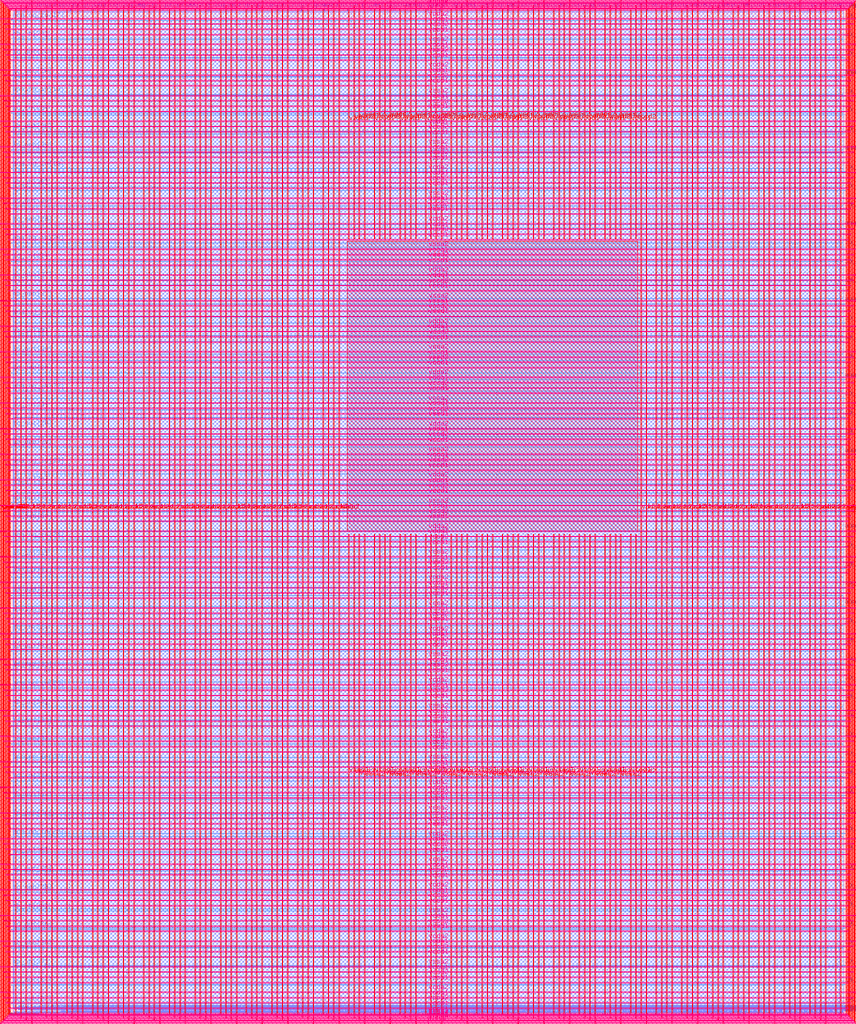
<source format=lef>
VERSION 5.7 ;
  NOWIREEXTENSIONATPIN ON ;
  DIVIDERCHAR "/" ;
  BUSBITCHARS "[]" ;
MACRO user_project_wrapper
  CLASS BLOCK ;
  FOREIGN user_project_wrapper ;
  ORIGIN 0.000 0.000 ;
  SIZE 2920.000 BY 3520.000 ;
  PIN analog_io[0]
    DIRECTION INOUT ;
    USE SIGNAL ;
    PORT
      LAYER met3 ;
        RECT 2917.600 1426.380 2924.800 1427.580 ;
    END
  END analog_io[0]
  PIN analog_io[10]
    DIRECTION INOUT ;
    USE SIGNAL ;
    PORT
      LAYER met2 ;
        RECT 2230.490 3517.600 2231.050 3524.800 ;
    END
  END analog_io[10]
  PIN analog_io[11]
    DIRECTION INOUT ;
    USE SIGNAL ;
    PORT
      LAYER met2 ;
        RECT 1905.730 3517.600 1906.290 3524.800 ;
    END
  END analog_io[11]
  PIN analog_io[12]
    DIRECTION INOUT ;
    USE SIGNAL ;
    PORT
      LAYER met2 ;
        RECT 1581.430 3517.600 1581.990 3524.800 ;
    END
  END analog_io[12]
  PIN analog_io[13]
    DIRECTION INOUT ;
    USE SIGNAL ;
    PORT
      LAYER met2 ;
        RECT 1257.130 3517.600 1257.690 3524.800 ;
    END
  END analog_io[13]
  PIN analog_io[14]
    DIRECTION INOUT ;
    USE SIGNAL ;
    PORT
      LAYER met2 ;
        RECT 932.370 3517.600 932.930 3524.800 ;
    END
  END analog_io[14]
  PIN analog_io[15]
    DIRECTION INOUT ;
    USE SIGNAL ;
    PORT
      LAYER met2 ;
        RECT 608.070 3517.600 608.630 3524.800 ;
    END
  END analog_io[15]
  PIN analog_io[16]
    DIRECTION INOUT ;
    USE SIGNAL ;
    PORT
      LAYER met2 ;
        RECT 283.770 3517.600 284.330 3524.800 ;
    END
  END analog_io[16]
  PIN analog_io[17]
    DIRECTION INOUT ;
    USE SIGNAL ;
    PORT
      LAYER met3 ;
        RECT -4.800 3486.100 2.400 3487.300 ;
    END
  END analog_io[17]
  PIN analog_io[18]
    DIRECTION INOUT ;
    USE SIGNAL ;
    PORT
      LAYER met3 ;
        RECT -4.800 3224.980 2.400 3226.180 ;
    END
  END analog_io[18]
  PIN analog_io[19]
    DIRECTION INOUT ;
    USE SIGNAL ;
    PORT
      LAYER met3 ;
        RECT -4.800 2964.540 2.400 2965.740 ;
    END
  END analog_io[19]
  PIN analog_io[1]
    DIRECTION INOUT ;
    USE SIGNAL ;
    PORT
      LAYER met3 ;
        RECT 2917.600 1692.260 2924.800 1693.460 ;
    END
  END analog_io[1]
  PIN analog_io[20]
    DIRECTION INOUT ;
    USE SIGNAL ;
    PORT
      LAYER met3 ;
        RECT -4.800 2703.420 2.400 2704.620 ;
    END
  END analog_io[20]
  PIN analog_io[21]
    DIRECTION INOUT ;
    USE SIGNAL ;
    PORT
      LAYER met3 ;
        RECT -4.800 2442.980 2.400 2444.180 ;
    END
  END analog_io[21]
  PIN analog_io[22]
    DIRECTION INOUT ;
    USE SIGNAL ;
    PORT
      LAYER met3 ;
        RECT -4.800 2182.540 2.400 2183.740 ;
    END
  END analog_io[22]
  PIN analog_io[23]
    DIRECTION INOUT ;
    USE SIGNAL ;
    PORT
      LAYER met3 ;
        RECT -4.800 1921.420 2.400 1922.620 ;
    END
  END analog_io[23]
  PIN analog_io[24]
    DIRECTION INOUT ;
    USE SIGNAL ;
    PORT
      LAYER met3 ;
        RECT -4.800 1660.980 2.400 1662.180 ;
    END
  END analog_io[24]
  PIN analog_io[25]
    DIRECTION INOUT ;
    USE SIGNAL ;
    PORT
      LAYER met3 ;
        RECT -4.800 1399.860 2.400 1401.060 ;
    END
  END analog_io[25]
  PIN analog_io[26]
    DIRECTION INOUT ;
    USE SIGNAL ;
    PORT
      LAYER met3 ;
        RECT -4.800 1139.420 2.400 1140.620 ;
    END
  END analog_io[26]
  PIN analog_io[27]
    DIRECTION INOUT ;
    USE SIGNAL ;
    PORT
      LAYER met3 ;
        RECT -4.800 878.980 2.400 880.180 ;
    END
  END analog_io[27]
  PIN analog_io[28]
    DIRECTION INOUT ;
    USE SIGNAL ;
    PORT
      LAYER met3 ;
        RECT -4.800 617.860 2.400 619.060 ;
    END
  END analog_io[28]
  PIN analog_io[2]
    DIRECTION INOUT ;
    USE SIGNAL ;
    PORT
      LAYER met3 ;
        RECT 2917.600 1958.140 2924.800 1959.340 ;
    END
  END analog_io[2]
  PIN analog_io[3]
    DIRECTION INOUT ;
    USE SIGNAL ;
    PORT
      LAYER met3 ;
        RECT 2917.600 2223.340 2924.800 2224.540 ;
    END
  END analog_io[3]
  PIN analog_io[4]
    DIRECTION INOUT ;
    USE SIGNAL ;
    PORT
      LAYER met3 ;
        RECT 2917.600 2489.220 2924.800 2490.420 ;
    END
  END analog_io[4]
  PIN analog_io[5]
    DIRECTION INOUT ;
    USE SIGNAL ;
    PORT
      LAYER met3 ;
        RECT 2917.600 2755.100 2924.800 2756.300 ;
    END
  END analog_io[5]
  PIN analog_io[6]
    DIRECTION INOUT ;
    USE SIGNAL ;
    PORT
      LAYER met3 ;
        RECT 2917.600 3020.300 2924.800 3021.500 ;
    END
  END analog_io[6]
  PIN analog_io[7]
    DIRECTION INOUT ;
    USE SIGNAL ;
    PORT
      LAYER met3 ;
        RECT 2917.600 3286.180 2924.800 3287.380 ;
    END
  END analog_io[7]
  PIN analog_io[8]
    DIRECTION INOUT ;
    USE SIGNAL ;
    PORT
      LAYER met2 ;
        RECT 2879.090 3517.600 2879.650 3524.800 ;
    END
  END analog_io[8]
  PIN analog_io[9]
    DIRECTION INOUT ;
    USE SIGNAL ;
    PORT
      LAYER met2 ;
        RECT 2554.790 3517.600 2555.350 3524.800 ;
    END
  END analog_io[9]
  PIN io_in[0]
    DIRECTION INPUT ;
    USE SIGNAL ;
    PORT
      LAYER met3 ;
        RECT 2917.600 32.380 2924.800 33.580 ;
    END
  END io_in[0]
  PIN io_in[10]
    DIRECTION INPUT ;
    USE SIGNAL ;
    PORT
      LAYER met3 ;
        RECT 2917.600 2289.980 2924.800 2291.180 ;
    END
  END io_in[10]
  PIN io_in[11]
    DIRECTION INPUT ;
    USE SIGNAL ;
    PORT
      LAYER met3 ;
        RECT 2917.600 2555.860 2924.800 2557.060 ;
    END
  END io_in[11]
  PIN io_in[12]
    DIRECTION INPUT ;
    USE SIGNAL ;
    PORT
      LAYER met3 ;
        RECT 2917.600 2821.060 2924.800 2822.260 ;
    END
  END io_in[12]
  PIN io_in[13]
    DIRECTION INPUT ;
    USE SIGNAL ;
    PORT
      LAYER met3 ;
        RECT 2917.600 3086.940 2924.800 3088.140 ;
    END
  END io_in[13]
  PIN io_in[14]
    DIRECTION INPUT ;
    USE SIGNAL ;
    PORT
      LAYER met3 ;
        RECT 2917.600 3352.820 2924.800 3354.020 ;
    END
  END io_in[14]
  PIN io_in[15]
    DIRECTION INPUT ;
    USE SIGNAL ;
    PORT
      LAYER met2 ;
        RECT 2798.130 3517.600 2798.690 3524.800 ;
    END
  END io_in[15]
  PIN io_in[16]
    DIRECTION INPUT ;
    USE SIGNAL ;
    PORT
      LAYER met2 ;
        RECT 2473.830 3517.600 2474.390 3524.800 ;
    END
  END io_in[16]
  PIN io_in[17]
    DIRECTION INPUT ;
    USE SIGNAL ;
    PORT
      LAYER met2 ;
        RECT 2149.070 3517.600 2149.630 3524.800 ;
    END
  END io_in[17]
  PIN io_in[18]
    DIRECTION INPUT ;
    USE SIGNAL ;
    PORT
      LAYER met2 ;
        RECT 1824.770 3517.600 1825.330 3524.800 ;
    END
  END io_in[18]
  PIN io_in[19]
    DIRECTION INPUT ;
    USE SIGNAL ;
    PORT
      LAYER met2 ;
        RECT 1500.470 3517.600 1501.030 3524.800 ;
    END
  END io_in[19]
  PIN io_in[1]
    DIRECTION INPUT ;
    USE SIGNAL ;
    PORT
      LAYER met3 ;
        RECT 2917.600 230.940 2924.800 232.140 ;
    END
  END io_in[1]
  PIN io_in[20]
    DIRECTION INPUT ;
    USE SIGNAL ;
    PORT
      LAYER met2 ;
        RECT 1175.710 3517.600 1176.270 3524.800 ;
    END
  END io_in[20]
  PIN io_in[21]
    DIRECTION INPUT ;
    USE SIGNAL ;
    PORT
      LAYER met2 ;
        RECT 851.410 3517.600 851.970 3524.800 ;
    END
  END io_in[21]
  PIN io_in[22]
    DIRECTION INPUT ;
    USE SIGNAL ;
    PORT
      LAYER met2 ;
        RECT 527.110 3517.600 527.670 3524.800 ;
    END
  END io_in[22]
  PIN io_in[23]
    DIRECTION INPUT ;
    USE SIGNAL ;
    PORT
      LAYER met2 ;
        RECT 202.350 3517.600 202.910 3524.800 ;
    END
  END io_in[23]
  PIN io_in[24]
    DIRECTION INPUT ;
    USE SIGNAL ;
    PORT
      LAYER met3 ;
        RECT -4.800 3420.820 2.400 3422.020 ;
    END
  END io_in[24]
  PIN io_in[25]
    DIRECTION INPUT ;
    USE SIGNAL ;
    PORT
      LAYER met3 ;
        RECT -4.800 3159.700 2.400 3160.900 ;
    END
  END io_in[25]
  PIN io_in[26]
    DIRECTION INPUT ;
    USE SIGNAL ;
    PORT
      LAYER met3 ;
        RECT -4.800 2899.260 2.400 2900.460 ;
    END
  END io_in[26]
  PIN io_in[27]
    DIRECTION INPUT ;
    USE SIGNAL ;
    PORT
      LAYER met3 ;
        RECT -4.800 2638.820 2.400 2640.020 ;
    END
  END io_in[27]
  PIN io_in[28]
    DIRECTION INPUT ;
    USE SIGNAL ;
    PORT
      LAYER met3 ;
        RECT -4.800 2377.700 2.400 2378.900 ;
    END
  END io_in[28]
  PIN io_in[29]
    DIRECTION INPUT ;
    USE SIGNAL ;
    PORT
      LAYER met3 ;
        RECT -4.800 2117.260 2.400 2118.460 ;
    END
  END io_in[29]
  PIN io_in[2]
    DIRECTION INPUT ;
    USE SIGNAL ;
    PORT
      LAYER met3 ;
        RECT 2917.600 430.180 2924.800 431.380 ;
    END
  END io_in[2]
  PIN io_in[30]
    DIRECTION INPUT ;
    USE SIGNAL ;
    PORT
      LAYER met3 ;
        RECT -4.800 1856.140 2.400 1857.340 ;
    END
  END io_in[30]
  PIN io_in[31]
    DIRECTION INPUT ;
    USE SIGNAL ;
    PORT
      LAYER met3 ;
        RECT -4.800 1595.700 2.400 1596.900 ;
    END
  END io_in[31]
  PIN io_in[32]
    DIRECTION INPUT ;
    USE SIGNAL ;
    PORT
      LAYER met3 ;
        RECT -4.800 1335.260 2.400 1336.460 ;
    END
  END io_in[32]
  PIN io_in[33]
    DIRECTION INPUT ;
    USE SIGNAL ;
    PORT
      LAYER met3 ;
        RECT -4.800 1074.140 2.400 1075.340 ;
    END
  END io_in[33]
  PIN io_in[34]
    DIRECTION INPUT ;
    USE SIGNAL ;
    PORT
      LAYER met3 ;
        RECT -4.800 813.700 2.400 814.900 ;
    END
  END io_in[34]
  PIN io_in[35]
    DIRECTION INPUT ;
    USE SIGNAL ;
    PORT
      LAYER met3 ;
        RECT -4.800 552.580 2.400 553.780 ;
    END
  END io_in[35]
  PIN io_in[36]
    DIRECTION INPUT ;
    USE SIGNAL ;
    PORT
      LAYER met3 ;
        RECT -4.800 357.420 2.400 358.620 ;
    END
  END io_in[36]
  PIN io_in[37]
    DIRECTION INPUT ;
    USE SIGNAL ;
    PORT
      LAYER met3 ;
        RECT -4.800 161.580 2.400 162.780 ;
    END
  END io_in[37]
  PIN io_in[3]
    DIRECTION INPUT ;
    USE SIGNAL ;
    PORT
      LAYER met3 ;
        RECT 2917.600 629.420 2924.800 630.620 ;
    END
  END io_in[3]
  PIN io_in[4]
    DIRECTION INPUT ;
    USE SIGNAL ;
    PORT
      LAYER met3 ;
        RECT 2917.600 828.660 2924.800 829.860 ;
    END
  END io_in[4]
  PIN io_in[5]
    DIRECTION INPUT ;
    USE SIGNAL ;
    PORT
      LAYER met3 ;
        RECT 2917.600 1027.900 2924.800 1029.100 ;
    END
  END io_in[5]
  PIN io_in[6]
    DIRECTION INPUT ;
    USE SIGNAL ;
    PORT
      LAYER met3 ;
        RECT 2917.600 1227.140 2924.800 1228.340 ;
    END
  END io_in[6]
  PIN io_in[7]
    DIRECTION INPUT ;
    USE SIGNAL ;
    PORT
      LAYER met3 ;
        RECT 2917.600 1493.020 2924.800 1494.220 ;
    END
  END io_in[7]
  PIN io_in[8]
    DIRECTION INPUT ;
    USE SIGNAL ;
    PORT
      LAYER met3 ;
        RECT 2917.600 1758.900 2924.800 1760.100 ;
    END
  END io_in[8]
  PIN io_in[9]
    DIRECTION INPUT ;
    USE SIGNAL ;
    PORT
      LAYER met3 ;
        RECT 2917.600 2024.100 2924.800 2025.300 ;
    END
  END io_in[9]
  PIN io_oeb[0]
    DIRECTION OUTPUT TRISTATE ;
    USE SIGNAL ;
    PORT
      LAYER met3 ;
        RECT 2917.600 164.980 2924.800 166.180 ;
    END
  END io_oeb[0]
  PIN io_oeb[10]
    DIRECTION OUTPUT TRISTATE ;
    USE SIGNAL ;
    PORT
      LAYER met3 ;
        RECT 2917.600 2422.580 2924.800 2423.780 ;
    END
  END io_oeb[10]
  PIN io_oeb[11]
    DIRECTION OUTPUT TRISTATE ;
    USE SIGNAL ;
    PORT
      LAYER met3 ;
        RECT 2917.600 2688.460 2924.800 2689.660 ;
    END
  END io_oeb[11]
  PIN io_oeb[12]
    DIRECTION OUTPUT TRISTATE ;
    USE SIGNAL ;
    PORT
      LAYER met3 ;
        RECT 2917.600 2954.340 2924.800 2955.540 ;
    END
  END io_oeb[12]
  PIN io_oeb[13]
    DIRECTION OUTPUT TRISTATE ;
    USE SIGNAL ;
    PORT
      LAYER met3 ;
        RECT 2917.600 3219.540 2924.800 3220.740 ;
    END
  END io_oeb[13]
  PIN io_oeb[14]
    DIRECTION OUTPUT TRISTATE ;
    USE SIGNAL ;
    PORT
      LAYER met3 ;
        RECT 2917.600 3485.420 2924.800 3486.620 ;
    END
  END io_oeb[14]
  PIN io_oeb[15]
    DIRECTION OUTPUT TRISTATE ;
    USE SIGNAL ;
    PORT
      LAYER met2 ;
        RECT 2635.750 3517.600 2636.310 3524.800 ;
    END
  END io_oeb[15]
  PIN io_oeb[16]
    DIRECTION OUTPUT TRISTATE ;
    USE SIGNAL ;
    PORT
      LAYER met2 ;
        RECT 2311.450 3517.600 2312.010 3524.800 ;
    END
  END io_oeb[16]
  PIN io_oeb[17]
    DIRECTION OUTPUT TRISTATE ;
    USE SIGNAL ;
    PORT
      LAYER met2 ;
        RECT 1987.150 3517.600 1987.710 3524.800 ;
    END
  END io_oeb[17]
  PIN io_oeb[18]
    DIRECTION OUTPUT TRISTATE ;
    USE SIGNAL ;
    PORT
      LAYER met2 ;
        RECT 1662.390 3517.600 1662.950 3524.800 ;
    END
  END io_oeb[18]
  PIN io_oeb[19]
    DIRECTION OUTPUT TRISTATE ;
    USE SIGNAL ;
    PORT
      LAYER met2 ;
        RECT 1338.090 3517.600 1338.650 3524.800 ;
    END
  END io_oeb[19]
  PIN io_oeb[1]
    DIRECTION OUTPUT TRISTATE ;
    USE SIGNAL ;
    PORT
      LAYER met3 ;
        RECT 2917.600 364.220 2924.800 365.420 ;
    END
  END io_oeb[1]
  PIN io_oeb[20]
    DIRECTION OUTPUT TRISTATE ;
    USE SIGNAL ;
    PORT
      LAYER met2 ;
        RECT 1013.790 3517.600 1014.350 3524.800 ;
    END
  END io_oeb[20]
  PIN io_oeb[21]
    DIRECTION OUTPUT TRISTATE ;
    USE SIGNAL ;
    PORT
      LAYER met2 ;
        RECT 689.030 3517.600 689.590 3524.800 ;
    END
  END io_oeb[21]
  PIN io_oeb[22]
    DIRECTION OUTPUT TRISTATE ;
    USE SIGNAL ;
    PORT
      LAYER met2 ;
        RECT 364.730 3517.600 365.290 3524.800 ;
    END
  END io_oeb[22]
  PIN io_oeb[23]
    DIRECTION OUTPUT TRISTATE ;
    USE SIGNAL ;
    PORT
      LAYER met2 ;
        RECT 40.430 3517.600 40.990 3524.800 ;
    END
  END io_oeb[23]
  PIN io_oeb[24]
    DIRECTION OUTPUT TRISTATE ;
    USE SIGNAL ;
    PORT
      LAYER met3 ;
        RECT -4.800 3290.260 2.400 3291.460 ;
    END
  END io_oeb[24]
  PIN io_oeb[25]
    DIRECTION OUTPUT TRISTATE ;
    USE SIGNAL ;
    PORT
      LAYER met3 ;
        RECT -4.800 3029.820 2.400 3031.020 ;
    END
  END io_oeb[25]
  PIN io_oeb[26]
    DIRECTION OUTPUT TRISTATE ;
    USE SIGNAL ;
    PORT
      LAYER met3 ;
        RECT -4.800 2768.700 2.400 2769.900 ;
    END
  END io_oeb[26]
  PIN io_oeb[27]
    DIRECTION OUTPUT TRISTATE ;
    USE SIGNAL ;
    PORT
      LAYER met3 ;
        RECT -4.800 2508.260 2.400 2509.460 ;
    END
  END io_oeb[27]
  PIN io_oeb[28]
    DIRECTION OUTPUT TRISTATE ;
    USE SIGNAL ;
    PORT
      LAYER met3 ;
        RECT -4.800 2247.140 2.400 2248.340 ;
    END
  END io_oeb[28]
  PIN io_oeb[29]
    DIRECTION OUTPUT TRISTATE ;
    USE SIGNAL ;
    PORT
      LAYER met3 ;
        RECT -4.800 1986.700 2.400 1987.900 ;
    END
  END io_oeb[29]
  PIN io_oeb[2]
    DIRECTION OUTPUT TRISTATE ;
    USE SIGNAL ;
    PORT
      LAYER met3 ;
        RECT 2917.600 563.460 2924.800 564.660 ;
    END
  END io_oeb[2]
  PIN io_oeb[30]
    DIRECTION OUTPUT TRISTATE ;
    USE SIGNAL ;
    PORT
      LAYER met3 ;
        RECT -4.800 1726.260 2.400 1727.460 ;
    END
  END io_oeb[30]
  PIN io_oeb[31]
    DIRECTION OUTPUT TRISTATE ;
    USE SIGNAL ;
    PORT
      LAYER met3 ;
        RECT -4.800 1465.140 2.400 1466.340 ;
    END
  END io_oeb[31]
  PIN io_oeb[32]
    DIRECTION OUTPUT TRISTATE ;
    USE SIGNAL ;
    PORT
      LAYER met3 ;
        RECT -4.800 1204.700 2.400 1205.900 ;
    END
  END io_oeb[32]
  PIN io_oeb[33]
    DIRECTION OUTPUT TRISTATE ;
    USE SIGNAL ;
    PORT
      LAYER met3 ;
        RECT -4.800 943.580 2.400 944.780 ;
    END
  END io_oeb[33]
  PIN io_oeb[34]
    DIRECTION OUTPUT TRISTATE ;
    USE SIGNAL ;
    PORT
      LAYER met3 ;
        RECT -4.800 683.140 2.400 684.340 ;
    END
  END io_oeb[34]
  PIN io_oeb[35]
    DIRECTION OUTPUT TRISTATE ;
    USE SIGNAL ;
    PORT
      LAYER met3 ;
        RECT -4.800 422.700 2.400 423.900 ;
    END
  END io_oeb[35]
  PIN io_oeb[36]
    DIRECTION OUTPUT TRISTATE ;
    USE SIGNAL ;
    PORT
      LAYER met3 ;
        RECT -4.800 226.860 2.400 228.060 ;
    END
  END io_oeb[36]
  PIN io_oeb[37]
    DIRECTION OUTPUT TRISTATE ;
    USE SIGNAL ;
    PORT
      LAYER met3 ;
        RECT -4.800 31.700 2.400 32.900 ;
    END
  END io_oeb[37]
  PIN io_oeb[3]
    DIRECTION OUTPUT TRISTATE ;
    USE SIGNAL ;
    PORT
      LAYER met3 ;
        RECT 2917.600 762.700 2924.800 763.900 ;
    END
  END io_oeb[3]
  PIN io_oeb[4]
    DIRECTION OUTPUT TRISTATE ;
    USE SIGNAL ;
    PORT
      LAYER met3 ;
        RECT 2917.600 961.940 2924.800 963.140 ;
    END
  END io_oeb[4]
  PIN io_oeb[5]
    DIRECTION OUTPUT TRISTATE ;
    USE SIGNAL ;
    PORT
      LAYER met3 ;
        RECT 2917.600 1161.180 2924.800 1162.380 ;
    END
  END io_oeb[5]
  PIN io_oeb[6]
    DIRECTION OUTPUT TRISTATE ;
    USE SIGNAL ;
    PORT
      LAYER met3 ;
        RECT 2917.600 1360.420 2924.800 1361.620 ;
    END
  END io_oeb[6]
  PIN io_oeb[7]
    DIRECTION OUTPUT TRISTATE ;
    USE SIGNAL ;
    PORT
      LAYER met3 ;
        RECT 2917.600 1625.620 2924.800 1626.820 ;
    END
  END io_oeb[7]
  PIN io_oeb[8]
    DIRECTION OUTPUT TRISTATE ;
    USE SIGNAL ;
    PORT
      LAYER met3 ;
        RECT 2917.600 1891.500 2924.800 1892.700 ;
    END
  END io_oeb[8]
  PIN io_oeb[9]
    DIRECTION OUTPUT TRISTATE ;
    USE SIGNAL ;
    PORT
      LAYER met3 ;
        RECT 2917.600 2157.380 2924.800 2158.580 ;
    END
  END io_oeb[9]
  PIN io_out[0]
    DIRECTION OUTPUT TRISTATE ;
    USE SIGNAL ;
    PORT
      LAYER met3 ;
        RECT 2917.600 98.340 2924.800 99.540 ;
    END
  END io_out[0]
  PIN io_out[10]
    DIRECTION OUTPUT TRISTATE ;
    USE SIGNAL ;
    PORT
      LAYER met3 ;
        RECT 2917.600 2356.620 2924.800 2357.820 ;
    END
  END io_out[10]
  PIN io_out[11]
    DIRECTION OUTPUT TRISTATE ;
    USE SIGNAL ;
    PORT
      LAYER met3 ;
        RECT 2917.600 2621.820 2924.800 2623.020 ;
    END
  END io_out[11]
  PIN io_out[12]
    DIRECTION OUTPUT TRISTATE ;
    USE SIGNAL ;
    PORT
      LAYER met3 ;
        RECT 2917.600 2887.700 2924.800 2888.900 ;
    END
  END io_out[12]
  PIN io_out[13]
    DIRECTION OUTPUT TRISTATE ;
    USE SIGNAL ;
    PORT
      LAYER met3 ;
        RECT 2917.600 3153.580 2924.800 3154.780 ;
    END
  END io_out[13]
  PIN io_out[14]
    DIRECTION OUTPUT TRISTATE ;
    USE SIGNAL ;
    PORT
      LAYER met3 ;
        RECT 2917.600 3418.780 2924.800 3419.980 ;
    END
  END io_out[14]
  PIN io_out[15]
    DIRECTION OUTPUT TRISTATE ;
    USE SIGNAL ;
    PORT
      LAYER met2 ;
        RECT 2717.170 3517.600 2717.730 3524.800 ;
    END
  END io_out[15]
  PIN io_out[16]
    DIRECTION OUTPUT TRISTATE ;
    USE SIGNAL ;
    PORT
      LAYER met2 ;
        RECT 2392.410 3517.600 2392.970 3524.800 ;
    END
  END io_out[16]
  PIN io_out[17]
    DIRECTION OUTPUT TRISTATE ;
    USE SIGNAL ;
    PORT
      LAYER met2 ;
        RECT 2068.110 3517.600 2068.670 3524.800 ;
    END
  END io_out[17]
  PIN io_out[18]
    DIRECTION OUTPUT TRISTATE ;
    USE SIGNAL ;
    PORT
      LAYER met2 ;
        RECT 1743.810 3517.600 1744.370 3524.800 ;
    END
  END io_out[18]
  PIN io_out[19]
    DIRECTION OUTPUT TRISTATE ;
    USE SIGNAL ;
    PORT
      LAYER met2 ;
        RECT 1419.050 3517.600 1419.610 3524.800 ;
    END
  END io_out[19]
  PIN io_out[1]
    DIRECTION OUTPUT TRISTATE ;
    USE SIGNAL ;
    PORT
      LAYER met3 ;
        RECT 2917.600 297.580 2924.800 298.780 ;
    END
  END io_out[1]
  PIN io_out[20]
    DIRECTION OUTPUT TRISTATE ;
    USE SIGNAL ;
    PORT
      LAYER met2 ;
        RECT 1094.750 3517.600 1095.310 3524.800 ;
    END
  END io_out[20]
  PIN io_out[21]
    DIRECTION OUTPUT TRISTATE ;
    USE SIGNAL ;
    PORT
      LAYER met2 ;
        RECT 770.450 3517.600 771.010 3524.800 ;
    END
  END io_out[21]
  PIN io_out[22]
    DIRECTION OUTPUT TRISTATE ;
    USE SIGNAL ;
    PORT
      LAYER met2 ;
        RECT 445.690 3517.600 446.250 3524.800 ;
    END
  END io_out[22]
  PIN io_out[23]
    DIRECTION OUTPUT TRISTATE ;
    USE SIGNAL ;
    PORT
      LAYER met2 ;
        RECT 121.390 3517.600 121.950 3524.800 ;
    END
  END io_out[23]
  PIN io_out[24]
    DIRECTION OUTPUT TRISTATE ;
    USE SIGNAL ;
    PORT
      LAYER met3 ;
        RECT -4.800 3355.540 2.400 3356.740 ;
    END
  END io_out[24]
  PIN io_out[25]
    DIRECTION OUTPUT TRISTATE ;
    USE SIGNAL ;
    PORT
      LAYER met3 ;
        RECT -4.800 3095.100 2.400 3096.300 ;
    END
  END io_out[25]
  PIN io_out[26]
    DIRECTION OUTPUT TRISTATE ;
    USE SIGNAL ;
    PORT
      LAYER met3 ;
        RECT -4.800 2833.980 2.400 2835.180 ;
    END
  END io_out[26]
  PIN io_out[27]
    DIRECTION OUTPUT TRISTATE ;
    USE SIGNAL ;
    PORT
      LAYER met3 ;
        RECT -4.800 2573.540 2.400 2574.740 ;
    END
  END io_out[27]
  PIN io_out[28]
    DIRECTION OUTPUT TRISTATE ;
    USE SIGNAL ;
    PORT
      LAYER met3 ;
        RECT -4.800 2312.420 2.400 2313.620 ;
    END
  END io_out[28]
  PIN io_out[29]
    DIRECTION OUTPUT TRISTATE ;
    USE SIGNAL ;
    PORT
      LAYER met3 ;
        RECT -4.800 2051.980 2.400 2053.180 ;
    END
  END io_out[29]
  PIN io_out[2]
    DIRECTION OUTPUT TRISTATE ;
    USE SIGNAL ;
    PORT
      LAYER met3 ;
        RECT 2917.600 496.820 2924.800 498.020 ;
    END
  END io_out[2]
  PIN io_out[30]
    DIRECTION OUTPUT TRISTATE ;
    USE SIGNAL ;
    PORT
      LAYER met3 ;
        RECT -4.800 1791.540 2.400 1792.740 ;
    END
  END io_out[30]
  PIN io_out[31]
    DIRECTION OUTPUT TRISTATE ;
    USE SIGNAL ;
    PORT
      LAYER met3 ;
        RECT -4.800 1530.420 2.400 1531.620 ;
    END
  END io_out[31]
  PIN io_out[32]
    DIRECTION OUTPUT TRISTATE ;
    USE SIGNAL ;
    PORT
      LAYER met3 ;
        RECT -4.800 1269.980 2.400 1271.180 ;
    END
  END io_out[32]
  PIN io_out[33]
    DIRECTION OUTPUT TRISTATE ;
    USE SIGNAL ;
    PORT
      LAYER met3 ;
        RECT -4.800 1008.860 2.400 1010.060 ;
    END
  END io_out[33]
  PIN io_out[34]
    DIRECTION OUTPUT TRISTATE ;
    USE SIGNAL ;
    PORT
      LAYER met3 ;
        RECT -4.800 748.420 2.400 749.620 ;
    END
  END io_out[34]
  PIN io_out[35]
    DIRECTION OUTPUT TRISTATE ;
    USE SIGNAL ;
    PORT
      LAYER met3 ;
        RECT -4.800 487.300 2.400 488.500 ;
    END
  END io_out[35]
  PIN io_out[36]
    DIRECTION OUTPUT TRISTATE ;
    USE SIGNAL ;
    PORT
      LAYER met3 ;
        RECT -4.800 292.140 2.400 293.340 ;
    END
  END io_out[36]
  PIN io_out[37]
    DIRECTION OUTPUT TRISTATE ;
    USE SIGNAL ;
    PORT
      LAYER met3 ;
        RECT -4.800 96.300 2.400 97.500 ;
    END
  END io_out[37]
  PIN io_out[3]
    DIRECTION OUTPUT TRISTATE ;
    USE SIGNAL ;
    PORT
      LAYER met3 ;
        RECT 2917.600 696.060 2924.800 697.260 ;
    END
  END io_out[3]
  PIN io_out[4]
    DIRECTION OUTPUT TRISTATE ;
    USE SIGNAL ;
    PORT
      LAYER met3 ;
        RECT 2917.600 895.300 2924.800 896.500 ;
    END
  END io_out[4]
  PIN io_out[5]
    DIRECTION OUTPUT TRISTATE ;
    USE SIGNAL ;
    PORT
      LAYER met3 ;
        RECT 2917.600 1094.540 2924.800 1095.740 ;
    END
  END io_out[5]
  PIN io_out[6]
    DIRECTION OUTPUT TRISTATE ;
    USE SIGNAL ;
    PORT
      LAYER met3 ;
        RECT 2917.600 1293.780 2924.800 1294.980 ;
    END
  END io_out[6]
  PIN io_out[7]
    DIRECTION OUTPUT TRISTATE ;
    USE SIGNAL ;
    PORT
      LAYER met3 ;
        RECT 2917.600 1559.660 2924.800 1560.860 ;
    END
  END io_out[7]
  PIN io_out[8]
    DIRECTION OUTPUT TRISTATE ;
    USE SIGNAL ;
    PORT
      LAYER met3 ;
        RECT 2917.600 1824.860 2924.800 1826.060 ;
    END
  END io_out[8]
  PIN io_out[9]
    DIRECTION OUTPUT TRISTATE ;
    USE SIGNAL ;
    PORT
      LAYER met3 ;
        RECT 2917.600 2090.740 2924.800 2091.940 ;
    END
  END io_out[9]
  PIN la_data_in[0]
    DIRECTION INPUT ;
    USE SIGNAL ;
    PORT
      LAYER met2 ;
        RECT 629.230 -4.800 629.790 2.400 ;
    END
  END la_data_in[0]
  PIN la_data_in[100]
    DIRECTION INPUT ;
    USE SIGNAL ;
    PORT
      LAYER met2 ;
        RECT 2402.530 -4.800 2403.090 2.400 ;
    END
  END la_data_in[100]
  PIN la_data_in[101]
    DIRECTION INPUT ;
    USE SIGNAL ;
    PORT
      LAYER met2 ;
        RECT 2420.010 -4.800 2420.570 2.400 ;
    END
  END la_data_in[101]
  PIN la_data_in[102]
    DIRECTION INPUT ;
    USE SIGNAL ;
    PORT
      LAYER met2 ;
        RECT 2437.950 -4.800 2438.510 2.400 ;
    END
  END la_data_in[102]
  PIN la_data_in[103]
    DIRECTION INPUT ;
    USE SIGNAL ;
    PORT
      LAYER met2 ;
        RECT 2455.430 -4.800 2455.990 2.400 ;
    END
  END la_data_in[103]
  PIN la_data_in[104]
    DIRECTION INPUT ;
    USE SIGNAL ;
    PORT
      LAYER met2 ;
        RECT 2473.370 -4.800 2473.930 2.400 ;
    END
  END la_data_in[104]
  PIN la_data_in[105]
    DIRECTION INPUT ;
    USE SIGNAL ;
    PORT
      LAYER met2 ;
        RECT 2490.850 -4.800 2491.410 2.400 ;
    END
  END la_data_in[105]
  PIN la_data_in[106]
    DIRECTION INPUT ;
    USE SIGNAL ;
    PORT
      LAYER met2 ;
        RECT 2508.790 -4.800 2509.350 2.400 ;
    END
  END la_data_in[106]
  PIN la_data_in[107]
    DIRECTION INPUT ;
    USE SIGNAL ;
    PORT
      LAYER met2 ;
        RECT 2526.730 -4.800 2527.290 2.400 ;
    END
  END la_data_in[107]
  PIN la_data_in[108]
    DIRECTION INPUT ;
    USE SIGNAL ;
    PORT
      LAYER met2 ;
        RECT 2544.210 -4.800 2544.770 2.400 ;
    END
  END la_data_in[108]
  PIN la_data_in[109]
    DIRECTION INPUT ;
    USE SIGNAL ;
    PORT
      LAYER met2 ;
        RECT 2562.150 -4.800 2562.710 2.400 ;
    END
  END la_data_in[109]
  PIN la_data_in[10]
    DIRECTION INPUT ;
    USE SIGNAL ;
    PORT
      LAYER met2 ;
        RECT 806.330 -4.800 806.890 2.400 ;
    END
  END la_data_in[10]
  PIN la_data_in[110]
    DIRECTION INPUT ;
    USE SIGNAL ;
    PORT
      LAYER met2 ;
        RECT 2579.630 -4.800 2580.190 2.400 ;
    END
  END la_data_in[110]
  PIN la_data_in[111]
    DIRECTION INPUT ;
    USE SIGNAL ;
    PORT
      LAYER met2 ;
        RECT 2597.570 -4.800 2598.130 2.400 ;
    END
  END la_data_in[111]
  PIN la_data_in[112]
    DIRECTION INPUT ;
    USE SIGNAL ;
    PORT
      LAYER met2 ;
        RECT 2615.050 -4.800 2615.610 2.400 ;
    END
  END la_data_in[112]
  PIN la_data_in[113]
    DIRECTION INPUT ;
    USE SIGNAL ;
    PORT
      LAYER met2 ;
        RECT 2632.990 -4.800 2633.550 2.400 ;
    END
  END la_data_in[113]
  PIN la_data_in[114]
    DIRECTION INPUT ;
    USE SIGNAL ;
    PORT
      LAYER met2 ;
        RECT 2650.470 -4.800 2651.030 2.400 ;
    END
  END la_data_in[114]
  PIN la_data_in[115]
    DIRECTION INPUT ;
    USE SIGNAL ;
    PORT
      LAYER met2 ;
        RECT 2668.410 -4.800 2668.970 2.400 ;
    END
  END la_data_in[115]
  PIN la_data_in[116]
    DIRECTION INPUT ;
    USE SIGNAL ;
    PORT
      LAYER met2 ;
        RECT 2685.890 -4.800 2686.450 2.400 ;
    END
  END la_data_in[116]
  PIN la_data_in[117]
    DIRECTION INPUT ;
    USE SIGNAL ;
    PORT
      LAYER met2 ;
        RECT 2703.830 -4.800 2704.390 2.400 ;
    END
  END la_data_in[117]
  PIN la_data_in[118]
    DIRECTION INPUT ;
    USE SIGNAL ;
    PORT
      LAYER met2 ;
        RECT 2721.770 -4.800 2722.330 2.400 ;
    END
  END la_data_in[118]
  PIN la_data_in[119]
    DIRECTION INPUT ;
    USE SIGNAL ;
    PORT
      LAYER met2 ;
        RECT 2739.250 -4.800 2739.810 2.400 ;
    END
  END la_data_in[119]
  PIN la_data_in[11]
    DIRECTION INPUT ;
    USE SIGNAL ;
    PORT
      LAYER met2 ;
        RECT 824.270 -4.800 824.830 2.400 ;
    END
  END la_data_in[11]
  PIN la_data_in[120]
    DIRECTION INPUT ;
    USE SIGNAL ;
    PORT
      LAYER met2 ;
        RECT 2757.190 -4.800 2757.750 2.400 ;
    END
  END la_data_in[120]
  PIN la_data_in[121]
    DIRECTION INPUT ;
    USE SIGNAL ;
    PORT
      LAYER met2 ;
        RECT 2774.670 -4.800 2775.230 2.400 ;
    END
  END la_data_in[121]
  PIN la_data_in[122]
    DIRECTION INPUT ;
    USE SIGNAL ;
    PORT
      LAYER met2 ;
        RECT 2792.610 -4.800 2793.170 2.400 ;
    END
  END la_data_in[122]
  PIN la_data_in[123]
    DIRECTION INPUT ;
    USE SIGNAL ;
    PORT
      LAYER met2 ;
        RECT 2810.090 -4.800 2810.650 2.400 ;
    END
  END la_data_in[123]
  PIN la_data_in[124]
    DIRECTION INPUT ;
    USE SIGNAL ;
    PORT
      LAYER met2 ;
        RECT 2828.030 -4.800 2828.590 2.400 ;
    END
  END la_data_in[124]
  PIN la_data_in[125]
    DIRECTION INPUT ;
    USE SIGNAL ;
    PORT
      LAYER met2 ;
        RECT 2845.510 -4.800 2846.070 2.400 ;
    END
  END la_data_in[125]
  PIN la_data_in[126]
    DIRECTION INPUT ;
    USE SIGNAL ;
    PORT
      LAYER met2 ;
        RECT 2863.450 -4.800 2864.010 2.400 ;
    END
  END la_data_in[126]
  PIN la_data_in[127]
    DIRECTION INPUT ;
    USE SIGNAL ;
    PORT
      LAYER met2 ;
        RECT 2881.390 -4.800 2881.950 2.400 ;
    END
  END la_data_in[127]
  PIN la_data_in[12]
    DIRECTION INPUT ;
    USE SIGNAL ;
    PORT
      LAYER met2 ;
        RECT 841.750 -4.800 842.310 2.400 ;
    END
  END la_data_in[12]
  PIN la_data_in[13]
    DIRECTION INPUT ;
    USE SIGNAL ;
    PORT
      LAYER met2 ;
        RECT 859.690 -4.800 860.250 2.400 ;
    END
  END la_data_in[13]
  PIN la_data_in[14]
    DIRECTION INPUT ;
    USE SIGNAL ;
    PORT
      LAYER met2 ;
        RECT 877.170 -4.800 877.730 2.400 ;
    END
  END la_data_in[14]
  PIN la_data_in[15]
    DIRECTION INPUT ;
    USE SIGNAL ;
    PORT
      LAYER met2 ;
        RECT 895.110 -4.800 895.670 2.400 ;
    END
  END la_data_in[15]
  PIN la_data_in[16]
    DIRECTION INPUT ;
    USE SIGNAL ;
    PORT
      LAYER met2 ;
        RECT 912.590 -4.800 913.150 2.400 ;
    END
  END la_data_in[16]
  PIN la_data_in[17]
    DIRECTION INPUT ;
    USE SIGNAL ;
    PORT
      LAYER met2 ;
        RECT 930.530 -4.800 931.090 2.400 ;
    END
  END la_data_in[17]
  PIN la_data_in[18]
    DIRECTION INPUT ;
    USE SIGNAL ;
    PORT
      LAYER met2 ;
        RECT 948.470 -4.800 949.030 2.400 ;
    END
  END la_data_in[18]
  PIN la_data_in[19]
    DIRECTION INPUT ;
    USE SIGNAL ;
    PORT
      LAYER met2 ;
        RECT 965.950 -4.800 966.510 2.400 ;
    END
  END la_data_in[19]
  PIN la_data_in[1]
    DIRECTION INPUT ;
    USE SIGNAL ;
    PORT
      LAYER met2 ;
        RECT 646.710 -4.800 647.270 2.400 ;
    END
  END la_data_in[1]
  PIN la_data_in[20]
    DIRECTION INPUT ;
    USE SIGNAL ;
    PORT
      LAYER met2 ;
        RECT 983.890 -4.800 984.450 2.400 ;
    END
  END la_data_in[20]
  PIN la_data_in[21]
    DIRECTION INPUT ;
    USE SIGNAL ;
    PORT
      LAYER met2 ;
        RECT 1001.370 -4.800 1001.930 2.400 ;
    END
  END la_data_in[21]
  PIN la_data_in[22]
    DIRECTION INPUT ;
    USE SIGNAL ;
    PORT
      LAYER met2 ;
        RECT 1019.310 -4.800 1019.870 2.400 ;
    END
  END la_data_in[22]
  PIN la_data_in[23]
    DIRECTION INPUT ;
    USE SIGNAL ;
    PORT
      LAYER met2 ;
        RECT 1036.790 -4.800 1037.350 2.400 ;
    END
  END la_data_in[23]
  PIN la_data_in[24]
    DIRECTION INPUT ;
    USE SIGNAL ;
    PORT
      LAYER met2 ;
        RECT 1054.730 -4.800 1055.290 2.400 ;
    END
  END la_data_in[24]
  PIN la_data_in[25]
    DIRECTION INPUT ;
    USE SIGNAL ;
    PORT
      LAYER met2 ;
        RECT 1072.210 -4.800 1072.770 2.400 ;
    END
  END la_data_in[25]
  PIN la_data_in[26]
    DIRECTION INPUT ;
    USE SIGNAL ;
    PORT
      LAYER met2 ;
        RECT 1090.150 -4.800 1090.710 2.400 ;
    END
  END la_data_in[26]
  PIN la_data_in[27]
    DIRECTION INPUT ;
    USE SIGNAL ;
    PORT
      LAYER met2 ;
        RECT 1107.630 -4.800 1108.190 2.400 ;
    END
  END la_data_in[27]
  PIN la_data_in[28]
    DIRECTION INPUT ;
    USE SIGNAL ;
    PORT
      LAYER met2 ;
        RECT 1125.570 -4.800 1126.130 2.400 ;
    END
  END la_data_in[28]
  PIN la_data_in[29]
    DIRECTION INPUT ;
    USE SIGNAL ;
    PORT
      LAYER met2 ;
        RECT 1143.510 -4.800 1144.070 2.400 ;
    END
  END la_data_in[29]
  PIN la_data_in[2]
    DIRECTION INPUT ;
    USE SIGNAL ;
    PORT
      LAYER met2 ;
        RECT 664.650 -4.800 665.210 2.400 ;
    END
  END la_data_in[2]
  PIN la_data_in[30]
    DIRECTION INPUT ;
    USE SIGNAL ;
    PORT
      LAYER met2 ;
        RECT 1160.990 -4.800 1161.550 2.400 ;
    END
  END la_data_in[30]
  PIN la_data_in[31]
    DIRECTION INPUT ;
    USE SIGNAL ;
    PORT
      LAYER met2 ;
        RECT 1178.930 -4.800 1179.490 2.400 ;
    END
  END la_data_in[31]
  PIN la_data_in[32]
    DIRECTION INPUT ;
    USE SIGNAL ;
    PORT
      LAYER met2 ;
        RECT 1196.410 -4.800 1196.970 2.400 ;
    END
  END la_data_in[32]
  PIN la_data_in[33]
    DIRECTION INPUT ;
    USE SIGNAL ;
    PORT
      LAYER met2 ;
        RECT 1214.350 -4.800 1214.910 2.400 ;
    END
  END la_data_in[33]
  PIN la_data_in[34]
    DIRECTION INPUT ;
    USE SIGNAL ;
    PORT
      LAYER met2 ;
        RECT 1231.830 -4.800 1232.390 2.400 ;
    END
  END la_data_in[34]
  PIN la_data_in[35]
    DIRECTION INPUT ;
    USE SIGNAL ;
    PORT
      LAYER met2 ;
        RECT 1249.770 -4.800 1250.330 2.400 ;
    END
  END la_data_in[35]
  PIN la_data_in[36]
    DIRECTION INPUT ;
    USE SIGNAL ;
    PORT
      LAYER met2 ;
        RECT 1267.250 -4.800 1267.810 2.400 ;
    END
  END la_data_in[36]
  PIN la_data_in[37]
    DIRECTION INPUT ;
    USE SIGNAL ;
    PORT
      LAYER met2 ;
        RECT 1285.190 -4.800 1285.750 2.400 ;
    END
  END la_data_in[37]
  PIN la_data_in[38]
    DIRECTION INPUT ;
    USE SIGNAL ;
    PORT
      LAYER met2 ;
        RECT 1303.130 -4.800 1303.690 2.400 ;
    END
  END la_data_in[38]
  PIN la_data_in[39]
    DIRECTION INPUT ;
    USE SIGNAL ;
    PORT
      LAYER met2 ;
        RECT 1320.610 -4.800 1321.170 2.400 ;
    END
  END la_data_in[39]
  PIN la_data_in[3]
    DIRECTION INPUT ;
    USE SIGNAL ;
    PORT
      LAYER met2 ;
        RECT 682.130 -4.800 682.690 2.400 ;
    END
  END la_data_in[3]
  PIN la_data_in[40]
    DIRECTION INPUT ;
    USE SIGNAL ;
    PORT
      LAYER met2 ;
        RECT 1338.550 -4.800 1339.110 2.400 ;
    END
  END la_data_in[40]
  PIN la_data_in[41]
    DIRECTION INPUT ;
    USE SIGNAL ;
    PORT
      LAYER met2 ;
        RECT 1356.030 -4.800 1356.590 2.400 ;
    END
  END la_data_in[41]
  PIN la_data_in[42]
    DIRECTION INPUT ;
    USE SIGNAL ;
    PORT
      LAYER met2 ;
        RECT 1373.970 -4.800 1374.530 2.400 ;
    END
  END la_data_in[42]
  PIN la_data_in[43]
    DIRECTION INPUT ;
    USE SIGNAL ;
    PORT
      LAYER met2 ;
        RECT 1391.450 -4.800 1392.010 2.400 ;
    END
  END la_data_in[43]
  PIN la_data_in[44]
    DIRECTION INPUT ;
    USE SIGNAL ;
    PORT
      LAYER met2 ;
        RECT 1409.390 -4.800 1409.950 2.400 ;
    END
  END la_data_in[44]
  PIN la_data_in[45]
    DIRECTION INPUT ;
    USE SIGNAL ;
    PORT
      LAYER met2 ;
        RECT 1426.870 -4.800 1427.430 2.400 ;
    END
  END la_data_in[45]
  PIN la_data_in[46]
    DIRECTION INPUT ;
    USE SIGNAL ;
    PORT
      LAYER met2 ;
        RECT 1444.810 -4.800 1445.370 2.400 ;
    END
  END la_data_in[46]
  PIN la_data_in[47]
    DIRECTION INPUT ;
    USE SIGNAL ;
    PORT
      LAYER met2 ;
        RECT 1462.750 -4.800 1463.310 2.400 ;
    END
  END la_data_in[47]
  PIN la_data_in[48]
    DIRECTION INPUT ;
    USE SIGNAL ;
    PORT
      LAYER met2 ;
        RECT 1480.230 -4.800 1480.790 2.400 ;
    END
  END la_data_in[48]
  PIN la_data_in[49]
    DIRECTION INPUT ;
    USE SIGNAL ;
    PORT
      LAYER met2 ;
        RECT 1498.170 -4.800 1498.730 2.400 ;
    END
  END la_data_in[49]
  PIN la_data_in[4]
    DIRECTION INPUT ;
    USE SIGNAL ;
    PORT
      LAYER met2 ;
        RECT 700.070 -4.800 700.630 2.400 ;
    END
  END la_data_in[4]
  PIN la_data_in[50]
    DIRECTION INPUT ;
    USE SIGNAL ;
    PORT
      LAYER met2 ;
        RECT 1515.650 -4.800 1516.210 2.400 ;
    END
  END la_data_in[50]
  PIN la_data_in[51]
    DIRECTION INPUT ;
    USE SIGNAL ;
    PORT
      LAYER met2 ;
        RECT 1533.590 -4.800 1534.150 2.400 ;
    END
  END la_data_in[51]
  PIN la_data_in[52]
    DIRECTION INPUT ;
    USE SIGNAL ;
    PORT
      LAYER met2 ;
        RECT 1551.070 -4.800 1551.630 2.400 ;
    END
  END la_data_in[52]
  PIN la_data_in[53]
    DIRECTION INPUT ;
    USE SIGNAL ;
    PORT
      LAYER met2 ;
        RECT 1569.010 -4.800 1569.570 2.400 ;
    END
  END la_data_in[53]
  PIN la_data_in[54]
    DIRECTION INPUT ;
    USE SIGNAL ;
    PORT
      LAYER met2 ;
        RECT 1586.490 -4.800 1587.050 2.400 ;
    END
  END la_data_in[54]
  PIN la_data_in[55]
    DIRECTION INPUT ;
    USE SIGNAL ;
    PORT
      LAYER met2 ;
        RECT 1604.430 -4.800 1604.990 2.400 ;
    END
  END la_data_in[55]
  PIN la_data_in[56]
    DIRECTION INPUT ;
    USE SIGNAL ;
    PORT
      LAYER met2 ;
        RECT 1621.910 -4.800 1622.470 2.400 ;
    END
  END la_data_in[56]
  PIN la_data_in[57]
    DIRECTION INPUT ;
    USE SIGNAL ;
    PORT
      LAYER met2 ;
        RECT 1639.850 -4.800 1640.410 2.400 ;
    END
  END la_data_in[57]
  PIN la_data_in[58]
    DIRECTION INPUT ;
    USE SIGNAL ;
    PORT
      LAYER met2 ;
        RECT 1657.790 -4.800 1658.350 2.400 ;
    END
  END la_data_in[58]
  PIN la_data_in[59]
    DIRECTION INPUT ;
    USE SIGNAL ;
    PORT
      LAYER met2 ;
        RECT 1675.270 -4.800 1675.830 2.400 ;
    END
  END la_data_in[59]
  PIN la_data_in[5]
    DIRECTION INPUT ;
    USE SIGNAL ;
    PORT
      LAYER met2 ;
        RECT 717.550 -4.800 718.110 2.400 ;
    END
  END la_data_in[5]
  PIN la_data_in[60]
    DIRECTION INPUT ;
    USE SIGNAL ;
    PORT
      LAYER met2 ;
        RECT 1693.210 -4.800 1693.770 2.400 ;
    END
  END la_data_in[60]
  PIN la_data_in[61]
    DIRECTION INPUT ;
    USE SIGNAL ;
    PORT
      LAYER met2 ;
        RECT 1710.690 -4.800 1711.250 2.400 ;
    END
  END la_data_in[61]
  PIN la_data_in[62]
    DIRECTION INPUT ;
    USE SIGNAL ;
    PORT
      LAYER met2 ;
        RECT 1728.630 -4.800 1729.190 2.400 ;
    END
  END la_data_in[62]
  PIN la_data_in[63]
    DIRECTION INPUT ;
    USE SIGNAL ;
    PORT
      LAYER met2 ;
        RECT 1746.110 -4.800 1746.670 2.400 ;
    END
  END la_data_in[63]
  PIN la_data_in[64]
    DIRECTION INPUT ;
    USE SIGNAL ;
    PORT
      LAYER met2 ;
        RECT 1764.050 -4.800 1764.610 2.400 ;
    END
  END la_data_in[64]
  PIN la_data_in[65]
    DIRECTION INPUT ;
    USE SIGNAL ;
    PORT
      LAYER met2 ;
        RECT 1781.530 -4.800 1782.090 2.400 ;
    END
  END la_data_in[65]
  PIN la_data_in[66]
    DIRECTION INPUT ;
    USE SIGNAL ;
    PORT
      LAYER met2 ;
        RECT 1799.470 -4.800 1800.030 2.400 ;
    END
  END la_data_in[66]
  PIN la_data_in[67]
    DIRECTION INPUT ;
    USE SIGNAL ;
    PORT
      LAYER met2 ;
        RECT 1817.410 -4.800 1817.970 2.400 ;
    END
  END la_data_in[67]
  PIN la_data_in[68]
    DIRECTION INPUT ;
    USE SIGNAL ;
    PORT
      LAYER met2 ;
        RECT 1834.890 -4.800 1835.450 2.400 ;
    END
  END la_data_in[68]
  PIN la_data_in[69]
    DIRECTION INPUT ;
    USE SIGNAL ;
    PORT
      LAYER met2 ;
        RECT 1852.830 -4.800 1853.390 2.400 ;
    END
  END la_data_in[69]
  PIN la_data_in[6]
    DIRECTION INPUT ;
    USE SIGNAL ;
    PORT
      LAYER met2 ;
        RECT 735.490 -4.800 736.050 2.400 ;
    END
  END la_data_in[6]
  PIN la_data_in[70]
    DIRECTION INPUT ;
    USE SIGNAL ;
    PORT
      LAYER met2 ;
        RECT 1870.310 -4.800 1870.870 2.400 ;
    END
  END la_data_in[70]
  PIN la_data_in[71]
    DIRECTION INPUT ;
    USE SIGNAL ;
    PORT
      LAYER met2 ;
        RECT 1888.250 -4.800 1888.810 2.400 ;
    END
  END la_data_in[71]
  PIN la_data_in[72]
    DIRECTION INPUT ;
    USE SIGNAL ;
    PORT
      LAYER met2 ;
        RECT 1905.730 -4.800 1906.290 2.400 ;
    END
  END la_data_in[72]
  PIN la_data_in[73]
    DIRECTION INPUT ;
    USE SIGNAL ;
    PORT
      LAYER met2 ;
        RECT 1923.670 -4.800 1924.230 2.400 ;
    END
  END la_data_in[73]
  PIN la_data_in[74]
    DIRECTION INPUT ;
    USE SIGNAL ;
    PORT
      LAYER met2 ;
        RECT 1941.150 -4.800 1941.710 2.400 ;
    END
  END la_data_in[74]
  PIN la_data_in[75]
    DIRECTION INPUT ;
    USE SIGNAL ;
    PORT
      LAYER met2 ;
        RECT 1959.090 -4.800 1959.650 2.400 ;
    END
  END la_data_in[75]
  PIN la_data_in[76]
    DIRECTION INPUT ;
    USE SIGNAL ;
    PORT
      LAYER met2 ;
        RECT 1976.570 -4.800 1977.130 2.400 ;
    END
  END la_data_in[76]
  PIN la_data_in[77]
    DIRECTION INPUT ;
    USE SIGNAL ;
    PORT
      LAYER met2 ;
        RECT 1994.510 -4.800 1995.070 2.400 ;
    END
  END la_data_in[77]
  PIN la_data_in[78]
    DIRECTION INPUT ;
    USE SIGNAL ;
    PORT
      LAYER met2 ;
        RECT 2012.450 -4.800 2013.010 2.400 ;
    END
  END la_data_in[78]
  PIN la_data_in[79]
    DIRECTION INPUT ;
    USE SIGNAL ;
    PORT
      LAYER met2 ;
        RECT 2029.930 -4.800 2030.490 2.400 ;
    END
  END la_data_in[79]
  PIN la_data_in[7]
    DIRECTION INPUT ;
    USE SIGNAL ;
    PORT
      LAYER met2 ;
        RECT 752.970 -4.800 753.530 2.400 ;
    END
  END la_data_in[7]
  PIN la_data_in[80]
    DIRECTION INPUT ;
    USE SIGNAL ;
    PORT
      LAYER met2 ;
        RECT 2047.870 -4.800 2048.430 2.400 ;
    END
  END la_data_in[80]
  PIN la_data_in[81]
    DIRECTION INPUT ;
    USE SIGNAL ;
    PORT
      LAYER met2 ;
        RECT 2065.350 -4.800 2065.910 2.400 ;
    END
  END la_data_in[81]
  PIN la_data_in[82]
    DIRECTION INPUT ;
    USE SIGNAL ;
    PORT
      LAYER met2 ;
        RECT 2083.290 -4.800 2083.850 2.400 ;
    END
  END la_data_in[82]
  PIN la_data_in[83]
    DIRECTION INPUT ;
    USE SIGNAL ;
    PORT
      LAYER met2 ;
        RECT 2100.770 -4.800 2101.330 2.400 ;
    END
  END la_data_in[83]
  PIN la_data_in[84]
    DIRECTION INPUT ;
    USE SIGNAL ;
    PORT
      LAYER met2 ;
        RECT 2118.710 -4.800 2119.270 2.400 ;
    END
  END la_data_in[84]
  PIN la_data_in[85]
    DIRECTION INPUT ;
    USE SIGNAL ;
    PORT
      LAYER met2 ;
        RECT 2136.190 -4.800 2136.750 2.400 ;
    END
  END la_data_in[85]
  PIN la_data_in[86]
    DIRECTION INPUT ;
    USE SIGNAL ;
    PORT
      LAYER met2 ;
        RECT 2154.130 -4.800 2154.690 2.400 ;
    END
  END la_data_in[86]
  PIN la_data_in[87]
    DIRECTION INPUT ;
    USE SIGNAL ;
    PORT
      LAYER met2 ;
        RECT 2172.070 -4.800 2172.630 2.400 ;
    END
  END la_data_in[87]
  PIN la_data_in[88]
    DIRECTION INPUT ;
    USE SIGNAL ;
    PORT
      LAYER met2 ;
        RECT 2189.550 -4.800 2190.110 2.400 ;
    END
  END la_data_in[88]
  PIN la_data_in[89]
    DIRECTION INPUT ;
    USE SIGNAL ;
    PORT
      LAYER met2 ;
        RECT 2207.490 -4.800 2208.050 2.400 ;
    END
  END la_data_in[89]
  PIN la_data_in[8]
    DIRECTION INPUT ;
    USE SIGNAL ;
    PORT
      LAYER met2 ;
        RECT 770.910 -4.800 771.470 2.400 ;
    END
  END la_data_in[8]
  PIN la_data_in[90]
    DIRECTION INPUT ;
    USE SIGNAL ;
    PORT
      LAYER met2 ;
        RECT 2224.970 -4.800 2225.530 2.400 ;
    END
  END la_data_in[90]
  PIN la_data_in[91]
    DIRECTION INPUT ;
    USE SIGNAL ;
    PORT
      LAYER met2 ;
        RECT 2242.910 -4.800 2243.470 2.400 ;
    END
  END la_data_in[91]
  PIN la_data_in[92]
    DIRECTION INPUT ;
    USE SIGNAL ;
    PORT
      LAYER met2 ;
        RECT 2260.390 -4.800 2260.950 2.400 ;
    END
  END la_data_in[92]
  PIN la_data_in[93]
    DIRECTION INPUT ;
    USE SIGNAL ;
    PORT
      LAYER met2 ;
        RECT 2278.330 -4.800 2278.890 2.400 ;
    END
  END la_data_in[93]
  PIN la_data_in[94]
    DIRECTION INPUT ;
    USE SIGNAL ;
    PORT
      LAYER met2 ;
        RECT 2295.810 -4.800 2296.370 2.400 ;
    END
  END la_data_in[94]
  PIN la_data_in[95]
    DIRECTION INPUT ;
    USE SIGNAL ;
    PORT
      LAYER met2 ;
        RECT 2313.750 -4.800 2314.310 2.400 ;
    END
  END la_data_in[95]
  PIN la_data_in[96]
    DIRECTION INPUT ;
    USE SIGNAL ;
    PORT
      LAYER met2 ;
        RECT 2331.230 -4.800 2331.790 2.400 ;
    END
  END la_data_in[96]
  PIN la_data_in[97]
    DIRECTION INPUT ;
    USE SIGNAL ;
    PORT
      LAYER met2 ;
        RECT 2349.170 -4.800 2349.730 2.400 ;
    END
  END la_data_in[97]
  PIN la_data_in[98]
    DIRECTION INPUT ;
    USE SIGNAL ;
    PORT
      LAYER met2 ;
        RECT 2367.110 -4.800 2367.670 2.400 ;
    END
  END la_data_in[98]
  PIN la_data_in[99]
    DIRECTION INPUT ;
    USE SIGNAL ;
    PORT
      LAYER met2 ;
        RECT 2384.590 -4.800 2385.150 2.400 ;
    END
  END la_data_in[99]
  PIN la_data_in[9]
    DIRECTION INPUT ;
    USE SIGNAL ;
    PORT
      LAYER met2 ;
        RECT 788.850 -4.800 789.410 2.400 ;
    END
  END la_data_in[9]
  PIN la_data_out[0]
    DIRECTION OUTPUT TRISTATE ;
    USE SIGNAL ;
    PORT
      LAYER met2 ;
        RECT 634.750 -4.800 635.310 2.400 ;
    END
  END la_data_out[0]
  PIN la_data_out[100]
    DIRECTION OUTPUT TRISTATE ;
    USE SIGNAL ;
    PORT
      LAYER met2 ;
        RECT 2408.510 -4.800 2409.070 2.400 ;
    END
  END la_data_out[100]
  PIN la_data_out[101]
    DIRECTION OUTPUT TRISTATE ;
    USE SIGNAL ;
    PORT
      LAYER met2 ;
        RECT 2425.990 -4.800 2426.550 2.400 ;
    END
  END la_data_out[101]
  PIN la_data_out[102]
    DIRECTION OUTPUT TRISTATE ;
    USE SIGNAL ;
    PORT
      LAYER met2 ;
        RECT 2443.930 -4.800 2444.490 2.400 ;
    END
  END la_data_out[102]
  PIN la_data_out[103]
    DIRECTION OUTPUT TRISTATE ;
    USE SIGNAL ;
    PORT
      LAYER met2 ;
        RECT 2461.410 -4.800 2461.970 2.400 ;
    END
  END la_data_out[103]
  PIN la_data_out[104]
    DIRECTION OUTPUT TRISTATE ;
    USE SIGNAL ;
    PORT
      LAYER met2 ;
        RECT 2479.350 -4.800 2479.910 2.400 ;
    END
  END la_data_out[104]
  PIN la_data_out[105]
    DIRECTION OUTPUT TRISTATE ;
    USE SIGNAL ;
    PORT
      LAYER met2 ;
        RECT 2496.830 -4.800 2497.390 2.400 ;
    END
  END la_data_out[105]
  PIN la_data_out[106]
    DIRECTION OUTPUT TRISTATE ;
    USE SIGNAL ;
    PORT
      LAYER met2 ;
        RECT 2514.770 -4.800 2515.330 2.400 ;
    END
  END la_data_out[106]
  PIN la_data_out[107]
    DIRECTION OUTPUT TRISTATE ;
    USE SIGNAL ;
    PORT
      LAYER met2 ;
        RECT 2532.250 -4.800 2532.810 2.400 ;
    END
  END la_data_out[107]
  PIN la_data_out[108]
    DIRECTION OUTPUT TRISTATE ;
    USE SIGNAL ;
    PORT
      LAYER met2 ;
        RECT 2550.190 -4.800 2550.750 2.400 ;
    END
  END la_data_out[108]
  PIN la_data_out[109]
    DIRECTION OUTPUT TRISTATE ;
    USE SIGNAL ;
    PORT
      LAYER met2 ;
        RECT 2567.670 -4.800 2568.230 2.400 ;
    END
  END la_data_out[109]
  PIN la_data_out[10]
    DIRECTION OUTPUT TRISTATE ;
    USE SIGNAL ;
    PORT
      LAYER met2 ;
        RECT 812.310 -4.800 812.870 2.400 ;
    END
  END la_data_out[10]
  PIN la_data_out[110]
    DIRECTION OUTPUT TRISTATE ;
    USE SIGNAL ;
    PORT
      LAYER met2 ;
        RECT 2585.610 -4.800 2586.170 2.400 ;
    END
  END la_data_out[110]
  PIN la_data_out[111]
    DIRECTION OUTPUT TRISTATE ;
    USE SIGNAL ;
    PORT
      LAYER met2 ;
        RECT 2603.550 -4.800 2604.110 2.400 ;
    END
  END la_data_out[111]
  PIN la_data_out[112]
    DIRECTION OUTPUT TRISTATE ;
    USE SIGNAL ;
    PORT
      LAYER met2 ;
        RECT 2621.030 -4.800 2621.590 2.400 ;
    END
  END la_data_out[112]
  PIN la_data_out[113]
    DIRECTION OUTPUT TRISTATE ;
    USE SIGNAL ;
    PORT
      LAYER met2 ;
        RECT 2638.970 -4.800 2639.530 2.400 ;
    END
  END la_data_out[113]
  PIN la_data_out[114]
    DIRECTION OUTPUT TRISTATE ;
    USE SIGNAL ;
    PORT
      LAYER met2 ;
        RECT 2656.450 -4.800 2657.010 2.400 ;
    END
  END la_data_out[114]
  PIN la_data_out[115]
    DIRECTION OUTPUT TRISTATE ;
    USE SIGNAL ;
    PORT
      LAYER met2 ;
        RECT 2674.390 -4.800 2674.950 2.400 ;
    END
  END la_data_out[115]
  PIN la_data_out[116]
    DIRECTION OUTPUT TRISTATE ;
    USE SIGNAL ;
    PORT
      LAYER met2 ;
        RECT 2691.870 -4.800 2692.430 2.400 ;
    END
  END la_data_out[116]
  PIN la_data_out[117]
    DIRECTION OUTPUT TRISTATE ;
    USE SIGNAL ;
    PORT
      LAYER met2 ;
        RECT 2709.810 -4.800 2710.370 2.400 ;
    END
  END la_data_out[117]
  PIN la_data_out[118]
    DIRECTION OUTPUT TRISTATE ;
    USE SIGNAL ;
    PORT
      LAYER met2 ;
        RECT 2727.290 -4.800 2727.850 2.400 ;
    END
  END la_data_out[118]
  PIN la_data_out[119]
    DIRECTION OUTPUT TRISTATE ;
    USE SIGNAL ;
    PORT
      LAYER met2 ;
        RECT 2745.230 -4.800 2745.790 2.400 ;
    END
  END la_data_out[119]
  PIN la_data_out[11]
    DIRECTION OUTPUT TRISTATE ;
    USE SIGNAL ;
    PORT
      LAYER met2 ;
        RECT 830.250 -4.800 830.810 2.400 ;
    END
  END la_data_out[11]
  PIN la_data_out[120]
    DIRECTION OUTPUT TRISTATE ;
    USE SIGNAL ;
    PORT
      LAYER met2 ;
        RECT 2763.170 -4.800 2763.730 2.400 ;
    END
  END la_data_out[120]
  PIN la_data_out[121]
    DIRECTION OUTPUT TRISTATE ;
    USE SIGNAL ;
    PORT
      LAYER met2 ;
        RECT 2780.650 -4.800 2781.210 2.400 ;
    END
  END la_data_out[121]
  PIN la_data_out[122]
    DIRECTION OUTPUT TRISTATE ;
    USE SIGNAL ;
    PORT
      LAYER met2 ;
        RECT 2798.590 -4.800 2799.150 2.400 ;
    END
  END la_data_out[122]
  PIN la_data_out[123]
    DIRECTION OUTPUT TRISTATE ;
    USE SIGNAL ;
    PORT
      LAYER met2 ;
        RECT 2816.070 -4.800 2816.630 2.400 ;
    END
  END la_data_out[123]
  PIN la_data_out[124]
    DIRECTION OUTPUT TRISTATE ;
    USE SIGNAL ;
    PORT
      LAYER met2 ;
        RECT 2834.010 -4.800 2834.570 2.400 ;
    END
  END la_data_out[124]
  PIN la_data_out[125]
    DIRECTION OUTPUT TRISTATE ;
    USE SIGNAL ;
    PORT
      LAYER met2 ;
        RECT 2851.490 -4.800 2852.050 2.400 ;
    END
  END la_data_out[125]
  PIN la_data_out[126]
    DIRECTION OUTPUT TRISTATE ;
    USE SIGNAL ;
    PORT
      LAYER met2 ;
        RECT 2869.430 -4.800 2869.990 2.400 ;
    END
  END la_data_out[126]
  PIN la_data_out[127]
    DIRECTION OUTPUT TRISTATE ;
    USE SIGNAL ;
    PORT
      LAYER met2 ;
        RECT 2886.910 -4.800 2887.470 2.400 ;
    END
  END la_data_out[127]
  PIN la_data_out[12]
    DIRECTION OUTPUT TRISTATE ;
    USE SIGNAL ;
    PORT
      LAYER met2 ;
        RECT 847.730 -4.800 848.290 2.400 ;
    END
  END la_data_out[12]
  PIN la_data_out[13]
    DIRECTION OUTPUT TRISTATE ;
    USE SIGNAL ;
    PORT
      LAYER met2 ;
        RECT 865.670 -4.800 866.230 2.400 ;
    END
  END la_data_out[13]
  PIN la_data_out[14]
    DIRECTION OUTPUT TRISTATE ;
    USE SIGNAL ;
    PORT
      LAYER met2 ;
        RECT 883.150 -4.800 883.710 2.400 ;
    END
  END la_data_out[14]
  PIN la_data_out[15]
    DIRECTION OUTPUT TRISTATE ;
    USE SIGNAL ;
    PORT
      LAYER met2 ;
        RECT 901.090 -4.800 901.650 2.400 ;
    END
  END la_data_out[15]
  PIN la_data_out[16]
    DIRECTION OUTPUT TRISTATE ;
    USE SIGNAL ;
    PORT
      LAYER met2 ;
        RECT 918.570 -4.800 919.130 2.400 ;
    END
  END la_data_out[16]
  PIN la_data_out[17]
    DIRECTION OUTPUT TRISTATE ;
    USE SIGNAL ;
    PORT
      LAYER met2 ;
        RECT 936.510 -4.800 937.070 2.400 ;
    END
  END la_data_out[17]
  PIN la_data_out[18]
    DIRECTION OUTPUT TRISTATE ;
    USE SIGNAL ;
    PORT
      LAYER met2 ;
        RECT 953.990 -4.800 954.550 2.400 ;
    END
  END la_data_out[18]
  PIN la_data_out[19]
    DIRECTION OUTPUT TRISTATE ;
    USE SIGNAL ;
    PORT
      LAYER met2 ;
        RECT 971.930 -4.800 972.490 2.400 ;
    END
  END la_data_out[19]
  PIN la_data_out[1]
    DIRECTION OUTPUT TRISTATE ;
    USE SIGNAL ;
    PORT
      LAYER met2 ;
        RECT 652.690 -4.800 653.250 2.400 ;
    END
  END la_data_out[1]
  PIN la_data_out[20]
    DIRECTION OUTPUT TRISTATE ;
    USE SIGNAL ;
    PORT
      LAYER met2 ;
        RECT 989.410 -4.800 989.970 2.400 ;
    END
  END la_data_out[20]
  PIN la_data_out[21]
    DIRECTION OUTPUT TRISTATE ;
    USE SIGNAL ;
    PORT
      LAYER met2 ;
        RECT 1007.350 -4.800 1007.910 2.400 ;
    END
  END la_data_out[21]
  PIN la_data_out[22]
    DIRECTION OUTPUT TRISTATE ;
    USE SIGNAL ;
    PORT
      LAYER met2 ;
        RECT 1025.290 -4.800 1025.850 2.400 ;
    END
  END la_data_out[22]
  PIN la_data_out[23]
    DIRECTION OUTPUT TRISTATE ;
    USE SIGNAL ;
    PORT
      LAYER met2 ;
        RECT 1042.770 -4.800 1043.330 2.400 ;
    END
  END la_data_out[23]
  PIN la_data_out[24]
    DIRECTION OUTPUT TRISTATE ;
    USE SIGNAL ;
    PORT
      LAYER met2 ;
        RECT 1060.710 -4.800 1061.270 2.400 ;
    END
  END la_data_out[24]
  PIN la_data_out[25]
    DIRECTION OUTPUT TRISTATE ;
    USE SIGNAL ;
    PORT
      LAYER met2 ;
        RECT 1078.190 -4.800 1078.750 2.400 ;
    END
  END la_data_out[25]
  PIN la_data_out[26]
    DIRECTION OUTPUT TRISTATE ;
    USE SIGNAL ;
    PORT
      LAYER met2 ;
        RECT 1096.130 -4.800 1096.690 2.400 ;
    END
  END la_data_out[26]
  PIN la_data_out[27]
    DIRECTION OUTPUT TRISTATE ;
    USE SIGNAL ;
    PORT
      LAYER met2 ;
        RECT 1113.610 -4.800 1114.170 2.400 ;
    END
  END la_data_out[27]
  PIN la_data_out[28]
    DIRECTION OUTPUT TRISTATE ;
    USE SIGNAL ;
    PORT
      LAYER met2 ;
        RECT 1131.550 -4.800 1132.110 2.400 ;
    END
  END la_data_out[28]
  PIN la_data_out[29]
    DIRECTION OUTPUT TRISTATE ;
    USE SIGNAL ;
    PORT
      LAYER met2 ;
        RECT 1149.030 -4.800 1149.590 2.400 ;
    END
  END la_data_out[29]
  PIN la_data_out[2]
    DIRECTION OUTPUT TRISTATE ;
    USE SIGNAL ;
    PORT
      LAYER met2 ;
        RECT 670.630 -4.800 671.190 2.400 ;
    END
  END la_data_out[2]
  PIN la_data_out[30]
    DIRECTION OUTPUT TRISTATE ;
    USE SIGNAL ;
    PORT
      LAYER met2 ;
        RECT 1166.970 -4.800 1167.530 2.400 ;
    END
  END la_data_out[30]
  PIN la_data_out[31]
    DIRECTION OUTPUT TRISTATE ;
    USE SIGNAL ;
    PORT
      LAYER met2 ;
        RECT 1184.910 -4.800 1185.470 2.400 ;
    END
  END la_data_out[31]
  PIN la_data_out[32]
    DIRECTION OUTPUT TRISTATE ;
    USE SIGNAL ;
    PORT
      LAYER met2 ;
        RECT 1202.390 -4.800 1202.950 2.400 ;
    END
  END la_data_out[32]
  PIN la_data_out[33]
    DIRECTION OUTPUT TRISTATE ;
    USE SIGNAL ;
    PORT
      LAYER met2 ;
        RECT 1220.330 -4.800 1220.890 2.400 ;
    END
  END la_data_out[33]
  PIN la_data_out[34]
    DIRECTION OUTPUT TRISTATE ;
    USE SIGNAL ;
    PORT
      LAYER met2 ;
        RECT 1237.810 -4.800 1238.370 2.400 ;
    END
  END la_data_out[34]
  PIN la_data_out[35]
    DIRECTION OUTPUT TRISTATE ;
    USE SIGNAL ;
    PORT
      LAYER met2 ;
        RECT 1255.750 -4.800 1256.310 2.400 ;
    END
  END la_data_out[35]
  PIN la_data_out[36]
    DIRECTION OUTPUT TRISTATE ;
    USE SIGNAL ;
    PORT
      LAYER met2 ;
        RECT 1273.230 -4.800 1273.790 2.400 ;
    END
  END la_data_out[36]
  PIN la_data_out[37]
    DIRECTION OUTPUT TRISTATE ;
    USE SIGNAL ;
    PORT
      LAYER met2 ;
        RECT 1291.170 -4.800 1291.730 2.400 ;
    END
  END la_data_out[37]
  PIN la_data_out[38]
    DIRECTION OUTPUT TRISTATE ;
    USE SIGNAL ;
    PORT
      LAYER met2 ;
        RECT 1308.650 -4.800 1309.210 2.400 ;
    END
  END la_data_out[38]
  PIN la_data_out[39]
    DIRECTION OUTPUT TRISTATE ;
    USE SIGNAL ;
    PORT
      LAYER met2 ;
        RECT 1326.590 -4.800 1327.150 2.400 ;
    END
  END la_data_out[39]
  PIN la_data_out[3]
    DIRECTION OUTPUT TRISTATE ;
    USE SIGNAL ;
    PORT
      LAYER met2 ;
        RECT 688.110 -4.800 688.670 2.400 ;
    END
  END la_data_out[3]
  PIN la_data_out[40]
    DIRECTION OUTPUT TRISTATE ;
    USE SIGNAL ;
    PORT
      LAYER met2 ;
        RECT 1344.070 -4.800 1344.630 2.400 ;
    END
  END la_data_out[40]
  PIN la_data_out[41]
    DIRECTION OUTPUT TRISTATE ;
    USE SIGNAL ;
    PORT
      LAYER met2 ;
        RECT 1362.010 -4.800 1362.570 2.400 ;
    END
  END la_data_out[41]
  PIN la_data_out[42]
    DIRECTION OUTPUT TRISTATE ;
    USE SIGNAL ;
    PORT
      LAYER met2 ;
        RECT 1379.950 -4.800 1380.510 2.400 ;
    END
  END la_data_out[42]
  PIN la_data_out[43]
    DIRECTION OUTPUT TRISTATE ;
    USE SIGNAL ;
    PORT
      LAYER met2 ;
        RECT 1397.430 -4.800 1397.990 2.400 ;
    END
  END la_data_out[43]
  PIN la_data_out[44]
    DIRECTION OUTPUT TRISTATE ;
    USE SIGNAL ;
    PORT
      LAYER met2 ;
        RECT 1415.370 -4.800 1415.930 2.400 ;
    END
  END la_data_out[44]
  PIN la_data_out[45]
    DIRECTION OUTPUT TRISTATE ;
    USE SIGNAL ;
    PORT
      LAYER met2 ;
        RECT 1432.850 -4.800 1433.410 2.400 ;
    END
  END la_data_out[45]
  PIN la_data_out[46]
    DIRECTION OUTPUT TRISTATE ;
    USE SIGNAL ;
    PORT
      LAYER met2 ;
        RECT 1450.790 -4.800 1451.350 2.400 ;
    END
  END la_data_out[46]
  PIN la_data_out[47]
    DIRECTION OUTPUT TRISTATE ;
    USE SIGNAL ;
    PORT
      LAYER met2 ;
        RECT 1468.270 -4.800 1468.830 2.400 ;
    END
  END la_data_out[47]
  PIN la_data_out[48]
    DIRECTION OUTPUT TRISTATE ;
    USE SIGNAL ;
    PORT
      LAYER met2 ;
        RECT 1486.210 -4.800 1486.770 2.400 ;
    END
  END la_data_out[48]
  PIN la_data_out[49]
    DIRECTION OUTPUT TRISTATE ;
    USE SIGNAL ;
    PORT
      LAYER met2 ;
        RECT 1503.690 -4.800 1504.250 2.400 ;
    END
  END la_data_out[49]
  PIN la_data_out[4]
    DIRECTION OUTPUT TRISTATE ;
    USE SIGNAL ;
    PORT
      LAYER met2 ;
        RECT 706.050 -4.800 706.610 2.400 ;
    END
  END la_data_out[4]
  PIN la_data_out[50]
    DIRECTION OUTPUT TRISTATE ;
    USE SIGNAL ;
    PORT
      LAYER met2 ;
        RECT 1521.630 -4.800 1522.190 2.400 ;
    END
  END la_data_out[50]
  PIN la_data_out[51]
    DIRECTION OUTPUT TRISTATE ;
    USE SIGNAL ;
    PORT
      LAYER met2 ;
        RECT 1539.570 -4.800 1540.130 2.400 ;
    END
  END la_data_out[51]
  PIN la_data_out[52]
    DIRECTION OUTPUT TRISTATE ;
    USE SIGNAL ;
    PORT
      LAYER met2 ;
        RECT 1557.050 -4.800 1557.610 2.400 ;
    END
  END la_data_out[52]
  PIN la_data_out[53]
    DIRECTION OUTPUT TRISTATE ;
    USE SIGNAL ;
    PORT
      LAYER met2 ;
        RECT 1574.990 -4.800 1575.550 2.400 ;
    END
  END la_data_out[53]
  PIN la_data_out[54]
    DIRECTION OUTPUT TRISTATE ;
    USE SIGNAL ;
    PORT
      LAYER met2 ;
        RECT 1592.470 -4.800 1593.030 2.400 ;
    END
  END la_data_out[54]
  PIN la_data_out[55]
    DIRECTION OUTPUT TRISTATE ;
    USE SIGNAL ;
    PORT
      LAYER met2 ;
        RECT 1610.410 -4.800 1610.970 2.400 ;
    END
  END la_data_out[55]
  PIN la_data_out[56]
    DIRECTION OUTPUT TRISTATE ;
    USE SIGNAL ;
    PORT
      LAYER met2 ;
        RECT 1627.890 -4.800 1628.450 2.400 ;
    END
  END la_data_out[56]
  PIN la_data_out[57]
    DIRECTION OUTPUT TRISTATE ;
    USE SIGNAL ;
    PORT
      LAYER met2 ;
        RECT 1645.830 -4.800 1646.390 2.400 ;
    END
  END la_data_out[57]
  PIN la_data_out[58]
    DIRECTION OUTPUT TRISTATE ;
    USE SIGNAL ;
    PORT
      LAYER met2 ;
        RECT 1663.310 -4.800 1663.870 2.400 ;
    END
  END la_data_out[58]
  PIN la_data_out[59]
    DIRECTION OUTPUT TRISTATE ;
    USE SIGNAL ;
    PORT
      LAYER met2 ;
        RECT 1681.250 -4.800 1681.810 2.400 ;
    END
  END la_data_out[59]
  PIN la_data_out[5]
    DIRECTION OUTPUT TRISTATE ;
    USE SIGNAL ;
    PORT
      LAYER met2 ;
        RECT 723.530 -4.800 724.090 2.400 ;
    END
  END la_data_out[5]
  PIN la_data_out[60]
    DIRECTION OUTPUT TRISTATE ;
    USE SIGNAL ;
    PORT
      LAYER met2 ;
        RECT 1699.190 -4.800 1699.750 2.400 ;
    END
  END la_data_out[60]
  PIN la_data_out[61]
    DIRECTION OUTPUT TRISTATE ;
    USE SIGNAL ;
    PORT
      LAYER met2 ;
        RECT 1716.670 -4.800 1717.230 2.400 ;
    END
  END la_data_out[61]
  PIN la_data_out[62]
    DIRECTION OUTPUT TRISTATE ;
    USE SIGNAL ;
    PORT
      LAYER met2 ;
        RECT 1734.610 -4.800 1735.170 2.400 ;
    END
  END la_data_out[62]
  PIN la_data_out[63]
    DIRECTION OUTPUT TRISTATE ;
    USE SIGNAL ;
    PORT
      LAYER met2 ;
        RECT 1752.090 -4.800 1752.650 2.400 ;
    END
  END la_data_out[63]
  PIN la_data_out[64]
    DIRECTION OUTPUT TRISTATE ;
    USE SIGNAL ;
    PORT
      LAYER met2 ;
        RECT 1770.030 -4.800 1770.590 2.400 ;
    END
  END la_data_out[64]
  PIN la_data_out[65]
    DIRECTION OUTPUT TRISTATE ;
    USE SIGNAL ;
    PORT
      LAYER met2 ;
        RECT 1787.510 -4.800 1788.070 2.400 ;
    END
  END la_data_out[65]
  PIN la_data_out[66]
    DIRECTION OUTPUT TRISTATE ;
    USE SIGNAL ;
    PORT
      LAYER met2 ;
        RECT 1805.450 -4.800 1806.010 2.400 ;
    END
  END la_data_out[66]
  PIN la_data_out[67]
    DIRECTION OUTPUT TRISTATE ;
    USE SIGNAL ;
    PORT
      LAYER met2 ;
        RECT 1822.930 -4.800 1823.490 2.400 ;
    END
  END la_data_out[67]
  PIN la_data_out[68]
    DIRECTION OUTPUT TRISTATE ;
    USE SIGNAL ;
    PORT
      LAYER met2 ;
        RECT 1840.870 -4.800 1841.430 2.400 ;
    END
  END la_data_out[68]
  PIN la_data_out[69]
    DIRECTION OUTPUT TRISTATE ;
    USE SIGNAL ;
    PORT
      LAYER met2 ;
        RECT 1858.350 -4.800 1858.910 2.400 ;
    END
  END la_data_out[69]
  PIN la_data_out[6]
    DIRECTION OUTPUT TRISTATE ;
    USE SIGNAL ;
    PORT
      LAYER met2 ;
        RECT 741.470 -4.800 742.030 2.400 ;
    END
  END la_data_out[6]
  PIN la_data_out[70]
    DIRECTION OUTPUT TRISTATE ;
    USE SIGNAL ;
    PORT
      LAYER met2 ;
        RECT 1876.290 -4.800 1876.850 2.400 ;
    END
  END la_data_out[70]
  PIN la_data_out[71]
    DIRECTION OUTPUT TRISTATE ;
    USE SIGNAL ;
    PORT
      LAYER met2 ;
        RECT 1894.230 -4.800 1894.790 2.400 ;
    END
  END la_data_out[71]
  PIN la_data_out[72]
    DIRECTION OUTPUT TRISTATE ;
    USE SIGNAL ;
    PORT
      LAYER met2 ;
        RECT 1911.710 -4.800 1912.270 2.400 ;
    END
  END la_data_out[72]
  PIN la_data_out[73]
    DIRECTION OUTPUT TRISTATE ;
    USE SIGNAL ;
    PORT
      LAYER met2 ;
        RECT 1929.650 -4.800 1930.210 2.400 ;
    END
  END la_data_out[73]
  PIN la_data_out[74]
    DIRECTION OUTPUT TRISTATE ;
    USE SIGNAL ;
    PORT
      LAYER met2 ;
        RECT 1947.130 -4.800 1947.690 2.400 ;
    END
  END la_data_out[74]
  PIN la_data_out[75]
    DIRECTION OUTPUT TRISTATE ;
    USE SIGNAL ;
    PORT
      LAYER met2 ;
        RECT 1965.070 -4.800 1965.630 2.400 ;
    END
  END la_data_out[75]
  PIN la_data_out[76]
    DIRECTION OUTPUT TRISTATE ;
    USE SIGNAL ;
    PORT
      LAYER met2 ;
        RECT 1982.550 -4.800 1983.110 2.400 ;
    END
  END la_data_out[76]
  PIN la_data_out[77]
    DIRECTION OUTPUT TRISTATE ;
    USE SIGNAL ;
    PORT
      LAYER met2 ;
        RECT 2000.490 -4.800 2001.050 2.400 ;
    END
  END la_data_out[77]
  PIN la_data_out[78]
    DIRECTION OUTPUT TRISTATE ;
    USE SIGNAL ;
    PORT
      LAYER met2 ;
        RECT 2017.970 -4.800 2018.530 2.400 ;
    END
  END la_data_out[78]
  PIN la_data_out[79]
    DIRECTION OUTPUT TRISTATE ;
    USE SIGNAL ;
    PORT
      LAYER met2 ;
        RECT 2035.910 -4.800 2036.470 2.400 ;
    END
  END la_data_out[79]
  PIN la_data_out[7]
    DIRECTION OUTPUT TRISTATE ;
    USE SIGNAL ;
    PORT
      LAYER met2 ;
        RECT 758.950 -4.800 759.510 2.400 ;
    END
  END la_data_out[7]
  PIN la_data_out[80]
    DIRECTION OUTPUT TRISTATE ;
    USE SIGNAL ;
    PORT
      LAYER met2 ;
        RECT 2053.850 -4.800 2054.410 2.400 ;
    END
  END la_data_out[80]
  PIN la_data_out[81]
    DIRECTION OUTPUT TRISTATE ;
    USE SIGNAL ;
    PORT
      LAYER met2 ;
        RECT 2071.330 -4.800 2071.890 2.400 ;
    END
  END la_data_out[81]
  PIN la_data_out[82]
    DIRECTION OUTPUT TRISTATE ;
    USE SIGNAL ;
    PORT
      LAYER met2 ;
        RECT 2089.270 -4.800 2089.830 2.400 ;
    END
  END la_data_out[82]
  PIN la_data_out[83]
    DIRECTION OUTPUT TRISTATE ;
    USE SIGNAL ;
    PORT
      LAYER met2 ;
        RECT 2106.750 -4.800 2107.310 2.400 ;
    END
  END la_data_out[83]
  PIN la_data_out[84]
    DIRECTION OUTPUT TRISTATE ;
    USE SIGNAL ;
    PORT
      LAYER met2 ;
        RECT 2124.690 -4.800 2125.250 2.400 ;
    END
  END la_data_out[84]
  PIN la_data_out[85]
    DIRECTION OUTPUT TRISTATE ;
    USE SIGNAL ;
    PORT
      LAYER met2 ;
        RECT 2142.170 -4.800 2142.730 2.400 ;
    END
  END la_data_out[85]
  PIN la_data_out[86]
    DIRECTION OUTPUT TRISTATE ;
    USE SIGNAL ;
    PORT
      LAYER met2 ;
        RECT 2160.110 -4.800 2160.670 2.400 ;
    END
  END la_data_out[86]
  PIN la_data_out[87]
    DIRECTION OUTPUT TRISTATE ;
    USE SIGNAL ;
    PORT
      LAYER met2 ;
        RECT 2177.590 -4.800 2178.150 2.400 ;
    END
  END la_data_out[87]
  PIN la_data_out[88]
    DIRECTION OUTPUT TRISTATE ;
    USE SIGNAL ;
    PORT
      LAYER met2 ;
        RECT 2195.530 -4.800 2196.090 2.400 ;
    END
  END la_data_out[88]
  PIN la_data_out[89]
    DIRECTION OUTPUT TRISTATE ;
    USE SIGNAL ;
    PORT
      LAYER met2 ;
        RECT 2213.010 -4.800 2213.570 2.400 ;
    END
  END la_data_out[89]
  PIN la_data_out[8]
    DIRECTION OUTPUT TRISTATE ;
    USE SIGNAL ;
    PORT
      LAYER met2 ;
        RECT 776.890 -4.800 777.450 2.400 ;
    END
  END la_data_out[8]
  PIN la_data_out[90]
    DIRECTION OUTPUT TRISTATE ;
    USE SIGNAL ;
    PORT
      LAYER met2 ;
        RECT 2230.950 -4.800 2231.510 2.400 ;
    END
  END la_data_out[90]
  PIN la_data_out[91]
    DIRECTION OUTPUT TRISTATE ;
    USE SIGNAL ;
    PORT
      LAYER met2 ;
        RECT 2248.890 -4.800 2249.450 2.400 ;
    END
  END la_data_out[91]
  PIN la_data_out[92]
    DIRECTION OUTPUT TRISTATE ;
    USE SIGNAL ;
    PORT
      LAYER met2 ;
        RECT 2266.370 -4.800 2266.930 2.400 ;
    END
  END la_data_out[92]
  PIN la_data_out[93]
    DIRECTION OUTPUT TRISTATE ;
    USE SIGNAL ;
    PORT
      LAYER met2 ;
        RECT 2284.310 -4.800 2284.870 2.400 ;
    END
  END la_data_out[93]
  PIN la_data_out[94]
    DIRECTION OUTPUT TRISTATE ;
    USE SIGNAL ;
    PORT
      LAYER met2 ;
        RECT 2301.790 -4.800 2302.350 2.400 ;
    END
  END la_data_out[94]
  PIN la_data_out[95]
    DIRECTION OUTPUT TRISTATE ;
    USE SIGNAL ;
    PORT
      LAYER met2 ;
        RECT 2319.730 -4.800 2320.290 2.400 ;
    END
  END la_data_out[95]
  PIN la_data_out[96]
    DIRECTION OUTPUT TRISTATE ;
    USE SIGNAL ;
    PORT
      LAYER met2 ;
        RECT 2337.210 -4.800 2337.770 2.400 ;
    END
  END la_data_out[96]
  PIN la_data_out[97]
    DIRECTION OUTPUT TRISTATE ;
    USE SIGNAL ;
    PORT
      LAYER met2 ;
        RECT 2355.150 -4.800 2355.710 2.400 ;
    END
  END la_data_out[97]
  PIN la_data_out[98]
    DIRECTION OUTPUT TRISTATE ;
    USE SIGNAL ;
    PORT
      LAYER met2 ;
        RECT 2372.630 -4.800 2373.190 2.400 ;
    END
  END la_data_out[98]
  PIN la_data_out[99]
    DIRECTION OUTPUT TRISTATE ;
    USE SIGNAL ;
    PORT
      LAYER met2 ;
        RECT 2390.570 -4.800 2391.130 2.400 ;
    END
  END la_data_out[99]
  PIN la_data_out[9]
    DIRECTION OUTPUT TRISTATE ;
    USE SIGNAL ;
    PORT
      LAYER met2 ;
        RECT 794.370 -4.800 794.930 2.400 ;
    END
  END la_data_out[9]
  PIN la_oenb[0]
    DIRECTION INPUT ;
    USE SIGNAL ;
    PORT
      LAYER met2 ;
        RECT 640.730 -4.800 641.290 2.400 ;
    END
  END la_oenb[0]
  PIN la_oenb[100]
    DIRECTION INPUT ;
    USE SIGNAL ;
    PORT
      LAYER met2 ;
        RECT 2414.030 -4.800 2414.590 2.400 ;
    END
  END la_oenb[100]
  PIN la_oenb[101]
    DIRECTION INPUT ;
    USE SIGNAL ;
    PORT
      LAYER met2 ;
        RECT 2431.970 -4.800 2432.530 2.400 ;
    END
  END la_oenb[101]
  PIN la_oenb[102]
    DIRECTION INPUT ;
    USE SIGNAL ;
    PORT
      LAYER met2 ;
        RECT 2449.450 -4.800 2450.010 2.400 ;
    END
  END la_oenb[102]
  PIN la_oenb[103]
    DIRECTION INPUT ;
    USE SIGNAL ;
    PORT
      LAYER met2 ;
        RECT 2467.390 -4.800 2467.950 2.400 ;
    END
  END la_oenb[103]
  PIN la_oenb[104]
    DIRECTION INPUT ;
    USE SIGNAL ;
    PORT
      LAYER met2 ;
        RECT 2485.330 -4.800 2485.890 2.400 ;
    END
  END la_oenb[104]
  PIN la_oenb[105]
    DIRECTION INPUT ;
    USE SIGNAL ;
    PORT
      LAYER met2 ;
        RECT 2502.810 -4.800 2503.370 2.400 ;
    END
  END la_oenb[105]
  PIN la_oenb[106]
    DIRECTION INPUT ;
    USE SIGNAL ;
    PORT
      LAYER met2 ;
        RECT 2520.750 -4.800 2521.310 2.400 ;
    END
  END la_oenb[106]
  PIN la_oenb[107]
    DIRECTION INPUT ;
    USE SIGNAL ;
    PORT
      LAYER met2 ;
        RECT 2538.230 -4.800 2538.790 2.400 ;
    END
  END la_oenb[107]
  PIN la_oenb[108]
    DIRECTION INPUT ;
    USE SIGNAL ;
    PORT
      LAYER met2 ;
        RECT 2556.170 -4.800 2556.730 2.400 ;
    END
  END la_oenb[108]
  PIN la_oenb[109]
    DIRECTION INPUT ;
    USE SIGNAL ;
    PORT
      LAYER met2 ;
        RECT 2573.650 -4.800 2574.210 2.400 ;
    END
  END la_oenb[109]
  PIN la_oenb[10]
    DIRECTION INPUT ;
    USE SIGNAL ;
    PORT
      LAYER met2 ;
        RECT 818.290 -4.800 818.850 2.400 ;
    END
  END la_oenb[10]
  PIN la_oenb[110]
    DIRECTION INPUT ;
    USE SIGNAL ;
    PORT
      LAYER met2 ;
        RECT 2591.590 -4.800 2592.150 2.400 ;
    END
  END la_oenb[110]
  PIN la_oenb[111]
    DIRECTION INPUT ;
    USE SIGNAL ;
    PORT
      LAYER met2 ;
        RECT 2609.070 -4.800 2609.630 2.400 ;
    END
  END la_oenb[111]
  PIN la_oenb[112]
    DIRECTION INPUT ;
    USE SIGNAL ;
    PORT
      LAYER met2 ;
        RECT 2627.010 -4.800 2627.570 2.400 ;
    END
  END la_oenb[112]
  PIN la_oenb[113]
    DIRECTION INPUT ;
    USE SIGNAL ;
    PORT
      LAYER met2 ;
        RECT 2644.950 -4.800 2645.510 2.400 ;
    END
  END la_oenb[113]
  PIN la_oenb[114]
    DIRECTION INPUT ;
    USE SIGNAL ;
    PORT
      LAYER met2 ;
        RECT 2662.430 -4.800 2662.990 2.400 ;
    END
  END la_oenb[114]
  PIN la_oenb[115]
    DIRECTION INPUT ;
    USE SIGNAL ;
    PORT
      LAYER met2 ;
        RECT 2680.370 -4.800 2680.930 2.400 ;
    END
  END la_oenb[115]
  PIN la_oenb[116]
    DIRECTION INPUT ;
    USE SIGNAL ;
    PORT
      LAYER met2 ;
        RECT 2697.850 -4.800 2698.410 2.400 ;
    END
  END la_oenb[116]
  PIN la_oenb[117]
    DIRECTION INPUT ;
    USE SIGNAL ;
    PORT
      LAYER met2 ;
        RECT 2715.790 -4.800 2716.350 2.400 ;
    END
  END la_oenb[117]
  PIN la_oenb[118]
    DIRECTION INPUT ;
    USE SIGNAL ;
    PORT
      LAYER met2 ;
        RECT 2733.270 -4.800 2733.830 2.400 ;
    END
  END la_oenb[118]
  PIN la_oenb[119]
    DIRECTION INPUT ;
    USE SIGNAL ;
    PORT
      LAYER met2 ;
        RECT 2751.210 -4.800 2751.770 2.400 ;
    END
  END la_oenb[119]
  PIN la_oenb[11]
    DIRECTION INPUT ;
    USE SIGNAL ;
    PORT
      LAYER met2 ;
        RECT 835.770 -4.800 836.330 2.400 ;
    END
  END la_oenb[11]
  PIN la_oenb[120]
    DIRECTION INPUT ;
    USE SIGNAL ;
    PORT
      LAYER met2 ;
        RECT 2768.690 -4.800 2769.250 2.400 ;
    END
  END la_oenb[120]
  PIN la_oenb[121]
    DIRECTION INPUT ;
    USE SIGNAL ;
    PORT
      LAYER met2 ;
        RECT 2786.630 -4.800 2787.190 2.400 ;
    END
  END la_oenb[121]
  PIN la_oenb[122]
    DIRECTION INPUT ;
    USE SIGNAL ;
    PORT
      LAYER met2 ;
        RECT 2804.110 -4.800 2804.670 2.400 ;
    END
  END la_oenb[122]
  PIN la_oenb[123]
    DIRECTION INPUT ;
    USE SIGNAL ;
    PORT
      LAYER met2 ;
        RECT 2822.050 -4.800 2822.610 2.400 ;
    END
  END la_oenb[123]
  PIN la_oenb[124]
    DIRECTION INPUT ;
    USE SIGNAL ;
    PORT
      LAYER met2 ;
        RECT 2839.990 -4.800 2840.550 2.400 ;
    END
  END la_oenb[124]
  PIN la_oenb[125]
    DIRECTION INPUT ;
    USE SIGNAL ;
    PORT
      LAYER met2 ;
        RECT 2857.470 -4.800 2858.030 2.400 ;
    END
  END la_oenb[125]
  PIN la_oenb[126]
    DIRECTION INPUT ;
    USE SIGNAL ;
    PORT
      LAYER met2 ;
        RECT 2875.410 -4.800 2875.970 2.400 ;
    END
  END la_oenb[126]
  PIN la_oenb[127]
    DIRECTION INPUT ;
    USE SIGNAL ;
    PORT
      LAYER met2 ;
        RECT 2892.890 -4.800 2893.450 2.400 ;
    END
  END la_oenb[127]
  PIN la_oenb[12]
    DIRECTION INPUT ;
    USE SIGNAL ;
    PORT
      LAYER met2 ;
        RECT 853.710 -4.800 854.270 2.400 ;
    END
  END la_oenb[12]
  PIN la_oenb[13]
    DIRECTION INPUT ;
    USE SIGNAL ;
    PORT
      LAYER met2 ;
        RECT 871.190 -4.800 871.750 2.400 ;
    END
  END la_oenb[13]
  PIN la_oenb[14]
    DIRECTION INPUT ;
    USE SIGNAL ;
    PORT
      LAYER met2 ;
        RECT 889.130 -4.800 889.690 2.400 ;
    END
  END la_oenb[14]
  PIN la_oenb[15]
    DIRECTION INPUT ;
    USE SIGNAL ;
    PORT
      LAYER met2 ;
        RECT 907.070 -4.800 907.630 2.400 ;
    END
  END la_oenb[15]
  PIN la_oenb[16]
    DIRECTION INPUT ;
    USE SIGNAL ;
    PORT
      LAYER met2 ;
        RECT 924.550 -4.800 925.110 2.400 ;
    END
  END la_oenb[16]
  PIN la_oenb[17]
    DIRECTION INPUT ;
    USE SIGNAL ;
    PORT
      LAYER met2 ;
        RECT 942.490 -4.800 943.050 2.400 ;
    END
  END la_oenb[17]
  PIN la_oenb[18]
    DIRECTION INPUT ;
    USE SIGNAL ;
    PORT
      LAYER met2 ;
        RECT 959.970 -4.800 960.530 2.400 ;
    END
  END la_oenb[18]
  PIN la_oenb[19]
    DIRECTION INPUT ;
    USE SIGNAL ;
    PORT
      LAYER met2 ;
        RECT 977.910 -4.800 978.470 2.400 ;
    END
  END la_oenb[19]
  PIN la_oenb[1]
    DIRECTION INPUT ;
    USE SIGNAL ;
    PORT
      LAYER met2 ;
        RECT 658.670 -4.800 659.230 2.400 ;
    END
  END la_oenb[1]
  PIN la_oenb[20]
    DIRECTION INPUT ;
    USE SIGNAL ;
    PORT
      LAYER met2 ;
        RECT 995.390 -4.800 995.950 2.400 ;
    END
  END la_oenb[20]
  PIN la_oenb[21]
    DIRECTION INPUT ;
    USE SIGNAL ;
    PORT
      LAYER met2 ;
        RECT 1013.330 -4.800 1013.890 2.400 ;
    END
  END la_oenb[21]
  PIN la_oenb[22]
    DIRECTION INPUT ;
    USE SIGNAL ;
    PORT
      LAYER met2 ;
        RECT 1030.810 -4.800 1031.370 2.400 ;
    END
  END la_oenb[22]
  PIN la_oenb[23]
    DIRECTION INPUT ;
    USE SIGNAL ;
    PORT
      LAYER met2 ;
        RECT 1048.750 -4.800 1049.310 2.400 ;
    END
  END la_oenb[23]
  PIN la_oenb[24]
    DIRECTION INPUT ;
    USE SIGNAL ;
    PORT
      LAYER met2 ;
        RECT 1066.690 -4.800 1067.250 2.400 ;
    END
  END la_oenb[24]
  PIN la_oenb[25]
    DIRECTION INPUT ;
    USE SIGNAL ;
    PORT
      LAYER met2 ;
        RECT 1084.170 -4.800 1084.730 2.400 ;
    END
  END la_oenb[25]
  PIN la_oenb[26]
    DIRECTION INPUT ;
    USE SIGNAL ;
    PORT
      LAYER met2 ;
        RECT 1102.110 -4.800 1102.670 2.400 ;
    END
  END la_oenb[26]
  PIN la_oenb[27]
    DIRECTION INPUT ;
    USE SIGNAL ;
    PORT
      LAYER met2 ;
        RECT 1119.590 -4.800 1120.150 2.400 ;
    END
  END la_oenb[27]
  PIN la_oenb[28]
    DIRECTION INPUT ;
    USE SIGNAL ;
    PORT
      LAYER met2 ;
        RECT 1137.530 -4.800 1138.090 2.400 ;
    END
  END la_oenb[28]
  PIN la_oenb[29]
    DIRECTION INPUT ;
    USE SIGNAL ;
    PORT
      LAYER met2 ;
        RECT 1155.010 -4.800 1155.570 2.400 ;
    END
  END la_oenb[29]
  PIN la_oenb[2]
    DIRECTION INPUT ;
    USE SIGNAL ;
    PORT
      LAYER met2 ;
        RECT 676.150 -4.800 676.710 2.400 ;
    END
  END la_oenb[2]
  PIN la_oenb[30]
    DIRECTION INPUT ;
    USE SIGNAL ;
    PORT
      LAYER met2 ;
        RECT 1172.950 -4.800 1173.510 2.400 ;
    END
  END la_oenb[30]
  PIN la_oenb[31]
    DIRECTION INPUT ;
    USE SIGNAL ;
    PORT
      LAYER met2 ;
        RECT 1190.430 -4.800 1190.990 2.400 ;
    END
  END la_oenb[31]
  PIN la_oenb[32]
    DIRECTION INPUT ;
    USE SIGNAL ;
    PORT
      LAYER met2 ;
        RECT 1208.370 -4.800 1208.930 2.400 ;
    END
  END la_oenb[32]
  PIN la_oenb[33]
    DIRECTION INPUT ;
    USE SIGNAL ;
    PORT
      LAYER met2 ;
        RECT 1225.850 -4.800 1226.410 2.400 ;
    END
  END la_oenb[33]
  PIN la_oenb[34]
    DIRECTION INPUT ;
    USE SIGNAL ;
    PORT
      LAYER met2 ;
        RECT 1243.790 -4.800 1244.350 2.400 ;
    END
  END la_oenb[34]
  PIN la_oenb[35]
    DIRECTION INPUT ;
    USE SIGNAL ;
    PORT
      LAYER met2 ;
        RECT 1261.730 -4.800 1262.290 2.400 ;
    END
  END la_oenb[35]
  PIN la_oenb[36]
    DIRECTION INPUT ;
    USE SIGNAL ;
    PORT
      LAYER met2 ;
        RECT 1279.210 -4.800 1279.770 2.400 ;
    END
  END la_oenb[36]
  PIN la_oenb[37]
    DIRECTION INPUT ;
    USE SIGNAL ;
    PORT
      LAYER met2 ;
        RECT 1297.150 -4.800 1297.710 2.400 ;
    END
  END la_oenb[37]
  PIN la_oenb[38]
    DIRECTION INPUT ;
    USE SIGNAL ;
    PORT
      LAYER met2 ;
        RECT 1314.630 -4.800 1315.190 2.400 ;
    END
  END la_oenb[38]
  PIN la_oenb[39]
    DIRECTION INPUT ;
    USE SIGNAL ;
    PORT
      LAYER met2 ;
        RECT 1332.570 -4.800 1333.130 2.400 ;
    END
  END la_oenb[39]
  PIN la_oenb[3]
    DIRECTION INPUT ;
    USE SIGNAL ;
    PORT
      LAYER met2 ;
        RECT 694.090 -4.800 694.650 2.400 ;
    END
  END la_oenb[3]
  PIN la_oenb[40]
    DIRECTION INPUT ;
    USE SIGNAL ;
    PORT
      LAYER met2 ;
        RECT 1350.050 -4.800 1350.610 2.400 ;
    END
  END la_oenb[40]
  PIN la_oenb[41]
    DIRECTION INPUT ;
    USE SIGNAL ;
    PORT
      LAYER met2 ;
        RECT 1367.990 -4.800 1368.550 2.400 ;
    END
  END la_oenb[41]
  PIN la_oenb[42]
    DIRECTION INPUT ;
    USE SIGNAL ;
    PORT
      LAYER met2 ;
        RECT 1385.470 -4.800 1386.030 2.400 ;
    END
  END la_oenb[42]
  PIN la_oenb[43]
    DIRECTION INPUT ;
    USE SIGNAL ;
    PORT
      LAYER met2 ;
        RECT 1403.410 -4.800 1403.970 2.400 ;
    END
  END la_oenb[43]
  PIN la_oenb[44]
    DIRECTION INPUT ;
    USE SIGNAL ;
    PORT
      LAYER met2 ;
        RECT 1421.350 -4.800 1421.910 2.400 ;
    END
  END la_oenb[44]
  PIN la_oenb[45]
    DIRECTION INPUT ;
    USE SIGNAL ;
    PORT
      LAYER met2 ;
        RECT 1438.830 -4.800 1439.390 2.400 ;
    END
  END la_oenb[45]
  PIN la_oenb[46]
    DIRECTION INPUT ;
    USE SIGNAL ;
    PORT
      LAYER met2 ;
        RECT 1456.770 -4.800 1457.330 2.400 ;
    END
  END la_oenb[46]
  PIN la_oenb[47]
    DIRECTION INPUT ;
    USE SIGNAL ;
    PORT
      LAYER met2 ;
        RECT 1474.250 -4.800 1474.810 2.400 ;
    END
  END la_oenb[47]
  PIN la_oenb[48]
    DIRECTION INPUT ;
    USE SIGNAL ;
    PORT
      LAYER met2 ;
        RECT 1492.190 -4.800 1492.750 2.400 ;
    END
  END la_oenb[48]
  PIN la_oenb[49]
    DIRECTION INPUT ;
    USE SIGNAL ;
    PORT
      LAYER met2 ;
        RECT 1509.670 -4.800 1510.230 2.400 ;
    END
  END la_oenb[49]
  PIN la_oenb[4]
    DIRECTION INPUT ;
    USE SIGNAL ;
    PORT
      LAYER met2 ;
        RECT 712.030 -4.800 712.590 2.400 ;
    END
  END la_oenb[4]
  PIN la_oenb[50]
    DIRECTION INPUT ;
    USE SIGNAL ;
    PORT
      LAYER met2 ;
        RECT 1527.610 -4.800 1528.170 2.400 ;
    END
  END la_oenb[50]
  PIN la_oenb[51]
    DIRECTION INPUT ;
    USE SIGNAL ;
    PORT
      LAYER met2 ;
        RECT 1545.090 -4.800 1545.650 2.400 ;
    END
  END la_oenb[51]
  PIN la_oenb[52]
    DIRECTION INPUT ;
    USE SIGNAL ;
    PORT
      LAYER met2 ;
        RECT 1563.030 -4.800 1563.590 2.400 ;
    END
  END la_oenb[52]
  PIN la_oenb[53]
    DIRECTION INPUT ;
    USE SIGNAL ;
    PORT
      LAYER met2 ;
        RECT 1580.970 -4.800 1581.530 2.400 ;
    END
  END la_oenb[53]
  PIN la_oenb[54]
    DIRECTION INPUT ;
    USE SIGNAL ;
    PORT
      LAYER met2 ;
        RECT 1598.450 -4.800 1599.010 2.400 ;
    END
  END la_oenb[54]
  PIN la_oenb[55]
    DIRECTION INPUT ;
    USE SIGNAL ;
    PORT
      LAYER met2 ;
        RECT 1616.390 -4.800 1616.950 2.400 ;
    END
  END la_oenb[55]
  PIN la_oenb[56]
    DIRECTION INPUT ;
    USE SIGNAL ;
    PORT
      LAYER met2 ;
        RECT 1633.870 -4.800 1634.430 2.400 ;
    END
  END la_oenb[56]
  PIN la_oenb[57]
    DIRECTION INPUT ;
    USE SIGNAL ;
    PORT
      LAYER met2 ;
        RECT 1651.810 -4.800 1652.370 2.400 ;
    END
  END la_oenb[57]
  PIN la_oenb[58]
    DIRECTION INPUT ;
    USE SIGNAL ;
    PORT
      LAYER met2 ;
        RECT 1669.290 -4.800 1669.850 2.400 ;
    END
  END la_oenb[58]
  PIN la_oenb[59]
    DIRECTION INPUT ;
    USE SIGNAL ;
    PORT
      LAYER met2 ;
        RECT 1687.230 -4.800 1687.790 2.400 ;
    END
  END la_oenb[59]
  PIN la_oenb[5]
    DIRECTION INPUT ;
    USE SIGNAL ;
    PORT
      LAYER met2 ;
        RECT 729.510 -4.800 730.070 2.400 ;
    END
  END la_oenb[5]
  PIN la_oenb[60]
    DIRECTION INPUT ;
    USE SIGNAL ;
    PORT
      LAYER met2 ;
        RECT 1704.710 -4.800 1705.270 2.400 ;
    END
  END la_oenb[60]
  PIN la_oenb[61]
    DIRECTION INPUT ;
    USE SIGNAL ;
    PORT
      LAYER met2 ;
        RECT 1722.650 -4.800 1723.210 2.400 ;
    END
  END la_oenb[61]
  PIN la_oenb[62]
    DIRECTION INPUT ;
    USE SIGNAL ;
    PORT
      LAYER met2 ;
        RECT 1740.130 -4.800 1740.690 2.400 ;
    END
  END la_oenb[62]
  PIN la_oenb[63]
    DIRECTION INPUT ;
    USE SIGNAL ;
    PORT
      LAYER met2 ;
        RECT 1758.070 -4.800 1758.630 2.400 ;
    END
  END la_oenb[63]
  PIN la_oenb[64]
    DIRECTION INPUT ;
    USE SIGNAL ;
    PORT
      LAYER met2 ;
        RECT 1776.010 -4.800 1776.570 2.400 ;
    END
  END la_oenb[64]
  PIN la_oenb[65]
    DIRECTION INPUT ;
    USE SIGNAL ;
    PORT
      LAYER met2 ;
        RECT 1793.490 -4.800 1794.050 2.400 ;
    END
  END la_oenb[65]
  PIN la_oenb[66]
    DIRECTION INPUT ;
    USE SIGNAL ;
    PORT
      LAYER met2 ;
        RECT 1811.430 -4.800 1811.990 2.400 ;
    END
  END la_oenb[66]
  PIN la_oenb[67]
    DIRECTION INPUT ;
    USE SIGNAL ;
    PORT
      LAYER met2 ;
        RECT 1828.910 -4.800 1829.470 2.400 ;
    END
  END la_oenb[67]
  PIN la_oenb[68]
    DIRECTION INPUT ;
    USE SIGNAL ;
    PORT
      LAYER met2 ;
        RECT 1846.850 -4.800 1847.410 2.400 ;
    END
  END la_oenb[68]
  PIN la_oenb[69]
    DIRECTION INPUT ;
    USE SIGNAL ;
    PORT
      LAYER met2 ;
        RECT 1864.330 -4.800 1864.890 2.400 ;
    END
  END la_oenb[69]
  PIN la_oenb[6]
    DIRECTION INPUT ;
    USE SIGNAL ;
    PORT
      LAYER met2 ;
        RECT 747.450 -4.800 748.010 2.400 ;
    END
  END la_oenb[6]
  PIN la_oenb[70]
    DIRECTION INPUT ;
    USE SIGNAL ;
    PORT
      LAYER met2 ;
        RECT 1882.270 -4.800 1882.830 2.400 ;
    END
  END la_oenb[70]
  PIN la_oenb[71]
    DIRECTION INPUT ;
    USE SIGNAL ;
    PORT
      LAYER met2 ;
        RECT 1899.750 -4.800 1900.310 2.400 ;
    END
  END la_oenb[71]
  PIN la_oenb[72]
    DIRECTION INPUT ;
    USE SIGNAL ;
    PORT
      LAYER met2 ;
        RECT 1917.690 -4.800 1918.250 2.400 ;
    END
  END la_oenb[72]
  PIN la_oenb[73]
    DIRECTION INPUT ;
    USE SIGNAL ;
    PORT
      LAYER met2 ;
        RECT 1935.630 -4.800 1936.190 2.400 ;
    END
  END la_oenb[73]
  PIN la_oenb[74]
    DIRECTION INPUT ;
    USE SIGNAL ;
    PORT
      LAYER met2 ;
        RECT 1953.110 -4.800 1953.670 2.400 ;
    END
  END la_oenb[74]
  PIN la_oenb[75]
    DIRECTION INPUT ;
    USE SIGNAL ;
    PORT
      LAYER met2 ;
        RECT 1971.050 -4.800 1971.610 2.400 ;
    END
  END la_oenb[75]
  PIN la_oenb[76]
    DIRECTION INPUT ;
    USE SIGNAL ;
    PORT
      LAYER met2 ;
        RECT 1988.530 -4.800 1989.090 2.400 ;
    END
  END la_oenb[76]
  PIN la_oenb[77]
    DIRECTION INPUT ;
    USE SIGNAL ;
    PORT
      LAYER met2 ;
        RECT 2006.470 -4.800 2007.030 2.400 ;
    END
  END la_oenb[77]
  PIN la_oenb[78]
    DIRECTION INPUT ;
    USE SIGNAL ;
    PORT
      LAYER met2 ;
        RECT 2023.950 -4.800 2024.510 2.400 ;
    END
  END la_oenb[78]
  PIN la_oenb[79]
    DIRECTION INPUT ;
    USE SIGNAL ;
    PORT
      LAYER met2 ;
        RECT 2041.890 -4.800 2042.450 2.400 ;
    END
  END la_oenb[79]
  PIN la_oenb[7]
    DIRECTION INPUT ;
    USE SIGNAL ;
    PORT
      LAYER met2 ;
        RECT 764.930 -4.800 765.490 2.400 ;
    END
  END la_oenb[7]
  PIN la_oenb[80]
    DIRECTION INPUT ;
    USE SIGNAL ;
    PORT
      LAYER met2 ;
        RECT 2059.370 -4.800 2059.930 2.400 ;
    END
  END la_oenb[80]
  PIN la_oenb[81]
    DIRECTION INPUT ;
    USE SIGNAL ;
    PORT
      LAYER met2 ;
        RECT 2077.310 -4.800 2077.870 2.400 ;
    END
  END la_oenb[81]
  PIN la_oenb[82]
    DIRECTION INPUT ;
    USE SIGNAL ;
    PORT
      LAYER met2 ;
        RECT 2094.790 -4.800 2095.350 2.400 ;
    END
  END la_oenb[82]
  PIN la_oenb[83]
    DIRECTION INPUT ;
    USE SIGNAL ;
    PORT
      LAYER met2 ;
        RECT 2112.730 -4.800 2113.290 2.400 ;
    END
  END la_oenb[83]
  PIN la_oenb[84]
    DIRECTION INPUT ;
    USE SIGNAL ;
    PORT
      LAYER met2 ;
        RECT 2130.670 -4.800 2131.230 2.400 ;
    END
  END la_oenb[84]
  PIN la_oenb[85]
    DIRECTION INPUT ;
    USE SIGNAL ;
    PORT
      LAYER met2 ;
        RECT 2148.150 -4.800 2148.710 2.400 ;
    END
  END la_oenb[85]
  PIN la_oenb[86]
    DIRECTION INPUT ;
    USE SIGNAL ;
    PORT
      LAYER met2 ;
        RECT 2166.090 -4.800 2166.650 2.400 ;
    END
  END la_oenb[86]
  PIN la_oenb[87]
    DIRECTION INPUT ;
    USE SIGNAL ;
    PORT
      LAYER met2 ;
        RECT 2183.570 -4.800 2184.130 2.400 ;
    END
  END la_oenb[87]
  PIN la_oenb[88]
    DIRECTION INPUT ;
    USE SIGNAL ;
    PORT
      LAYER met2 ;
        RECT 2201.510 -4.800 2202.070 2.400 ;
    END
  END la_oenb[88]
  PIN la_oenb[89]
    DIRECTION INPUT ;
    USE SIGNAL ;
    PORT
      LAYER met2 ;
        RECT 2218.990 -4.800 2219.550 2.400 ;
    END
  END la_oenb[89]
  PIN la_oenb[8]
    DIRECTION INPUT ;
    USE SIGNAL ;
    PORT
      LAYER met2 ;
        RECT 782.870 -4.800 783.430 2.400 ;
    END
  END la_oenb[8]
  PIN la_oenb[90]
    DIRECTION INPUT ;
    USE SIGNAL ;
    PORT
      LAYER met2 ;
        RECT 2236.930 -4.800 2237.490 2.400 ;
    END
  END la_oenb[90]
  PIN la_oenb[91]
    DIRECTION INPUT ;
    USE SIGNAL ;
    PORT
      LAYER met2 ;
        RECT 2254.410 -4.800 2254.970 2.400 ;
    END
  END la_oenb[91]
  PIN la_oenb[92]
    DIRECTION INPUT ;
    USE SIGNAL ;
    PORT
      LAYER met2 ;
        RECT 2272.350 -4.800 2272.910 2.400 ;
    END
  END la_oenb[92]
  PIN la_oenb[93]
    DIRECTION INPUT ;
    USE SIGNAL ;
    PORT
      LAYER met2 ;
        RECT 2290.290 -4.800 2290.850 2.400 ;
    END
  END la_oenb[93]
  PIN la_oenb[94]
    DIRECTION INPUT ;
    USE SIGNAL ;
    PORT
      LAYER met2 ;
        RECT 2307.770 -4.800 2308.330 2.400 ;
    END
  END la_oenb[94]
  PIN la_oenb[95]
    DIRECTION INPUT ;
    USE SIGNAL ;
    PORT
      LAYER met2 ;
        RECT 2325.710 -4.800 2326.270 2.400 ;
    END
  END la_oenb[95]
  PIN la_oenb[96]
    DIRECTION INPUT ;
    USE SIGNAL ;
    PORT
      LAYER met2 ;
        RECT 2343.190 -4.800 2343.750 2.400 ;
    END
  END la_oenb[96]
  PIN la_oenb[97]
    DIRECTION INPUT ;
    USE SIGNAL ;
    PORT
      LAYER met2 ;
        RECT 2361.130 -4.800 2361.690 2.400 ;
    END
  END la_oenb[97]
  PIN la_oenb[98]
    DIRECTION INPUT ;
    USE SIGNAL ;
    PORT
      LAYER met2 ;
        RECT 2378.610 -4.800 2379.170 2.400 ;
    END
  END la_oenb[98]
  PIN la_oenb[99]
    DIRECTION INPUT ;
    USE SIGNAL ;
    PORT
      LAYER met2 ;
        RECT 2396.550 -4.800 2397.110 2.400 ;
    END
  END la_oenb[99]
  PIN la_oenb[9]
    DIRECTION INPUT ;
    USE SIGNAL ;
    PORT
      LAYER met2 ;
        RECT 800.350 -4.800 800.910 2.400 ;
    END
  END la_oenb[9]
  PIN user_clock2
    DIRECTION INPUT ;
    USE SIGNAL ;
    PORT
      LAYER met2 ;
        RECT 2898.870 -4.800 2899.430 2.400 ;
    END
  END user_clock2
  PIN user_irq[0]
    DIRECTION OUTPUT TRISTATE ;
    USE SIGNAL ;
    PORT
      LAYER met2 ;
        RECT 2904.850 -4.800 2905.410 2.400 ;
    END
  END user_irq[0]
  PIN user_irq[1]
    DIRECTION OUTPUT TRISTATE ;
    USE SIGNAL ;
    PORT
      LAYER met2 ;
        RECT 2910.830 -4.800 2911.390 2.400 ;
    END
  END user_irq[1]
  PIN user_irq[2]
    DIRECTION OUTPUT TRISTATE ;
    USE SIGNAL ;
    PORT
      LAYER met2 ;
        RECT 2916.810 -4.800 2917.370 2.400 ;
    END
  END user_irq[2]
  PIN vccd1
    DIRECTION INPUT ;
    USE POWER ;
    PORT
      LAYER met5 ;
        RECT -10.030 -4.670 2929.650 -1.570 ;
    END
    PORT
      LAYER met5 ;
        RECT -14.830 14.330 2934.450 17.430 ;
    END
    PORT
      LAYER met5 ;
        RECT -14.830 194.330 2934.450 197.430 ;
    END
    PORT
      LAYER met5 ;
        RECT -14.830 374.330 2934.450 377.430 ;
    END
    PORT
      LAYER met5 ;
        RECT -14.830 554.330 2934.450 557.430 ;
    END
    PORT
      LAYER met5 ;
        RECT -14.830 734.330 2934.450 737.430 ;
    END
    PORT
      LAYER met5 ;
        RECT -14.830 914.330 2934.450 917.430 ;
    END
    PORT
      LAYER met5 ;
        RECT -14.830 1094.330 2934.450 1097.430 ;
    END
    PORT
      LAYER met5 ;
        RECT -14.830 1274.330 2934.450 1277.430 ;
    END
    PORT
      LAYER met5 ;
        RECT -14.830 1454.330 2934.450 1457.430 ;
    END
    PORT
      LAYER met5 ;
        RECT -14.830 1634.330 2934.450 1637.430 ;
    END
    PORT
      LAYER met5 ;
        RECT -14.830 1814.330 2934.450 1817.430 ;
    END
    PORT
      LAYER met5 ;
        RECT -14.830 1994.330 2934.450 1997.430 ;
    END
    PORT
      LAYER met5 ;
        RECT -14.830 2174.330 2934.450 2177.430 ;
    END
    PORT
      LAYER met5 ;
        RECT -14.830 2354.330 2934.450 2357.430 ;
    END
    PORT
      LAYER met5 ;
        RECT -14.830 2534.330 2934.450 2537.430 ;
    END
    PORT
      LAYER met5 ;
        RECT -14.830 2714.330 2934.450 2717.430 ;
    END
    PORT
      LAYER met5 ;
        RECT -14.830 2894.330 2934.450 2897.430 ;
    END
    PORT
      LAYER met5 ;
        RECT -14.830 3074.330 2934.450 3077.430 ;
    END
    PORT
      LAYER met5 ;
        RECT -14.830 3254.330 2934.450 3257.430 ;
    END
    PORT
      LAYER met5 ;
        RECT -14.830 3434.330 2934.450 3437.430 ;
    END
    PORT
      LAYER met5 ;
        RECT -10.030 3521.250 2929.650 3524.350 ;
    END
    PORT
      LAYER met4 ;
        RECT 1268.970 -9.470 1272.070 1680.000 ;
    END
    PORT
      LAYER met4 ;
        RECT 1448.970 -9.470 1452.070 1680.000 ;
    END
    PORT
      LAYER met4 ;
        RECT 1628.970 -9.470 1632.070 1680.000 ;
    END
    PORT
      LAYER met4 ;
        RECT 1808.970 -9.470 1812.070 1680.000 ;
    END
    PORT
      LAYER met4 ;
        RECT 1988.970 -9.470 1992.070 1680.000 ;
    END
    PORT
      LAYER met4 ;
        RECT 2168.970 -9.470 2172.070 1680.000 ;
    END
    PORT
      LAYER met4 ;
        RECT -10.030 -4.670 -6.930 3524.350 ;
    END
    PORT
      LAYER met4 ;
        RECT 2926.550 -4.670 2929.650 3524.350 ;
    END
    PORT
      LAYER met4 ;
        RECT 8.970 -9.470 12.070 3529.150 ;
    END
    PORT
      LAYER met4 ;
        RECT 188.970 -9.470 192.070 3529.150 ;
    END
    PORT
      LAYER met4 ;
        RECT 368.970 -9.470 372.070 3529.150 ;
    END
    PORT
      LAYER met4 ;
        RECT 548.970 -9.470 552.070 3529.150 ;
    END
    PORT
      LAYER met4 ;
        RECT 728.970 -9.470 732.070 3529.150 ;
    END
    PORT
      LAYER met4 ;
        RECT 908.970 -9.470 912.070 3529.150 ;
    END
    PORT
      LAYER met4 ;
        RECT 1088.970 -9.470 1092.070 3529.150 ;
    END
    PORT
      LAYER met4 ;
        RECT 1268.970 2719.660 1272.070 3529.150 ;
    END
    PORT
      LAYER met4 ;
        RECT 1448.970 2719.660 1452.070 3529.150 ;
    END
    PORT
      LAYER met4 ;
        RECT 1628.970 2719.660 1632.070 3529.150 ;
    END
    PORT
      LAYER met4 ;
        RECT 1808.970 2719.660 1812.070 3529.150 ;
    END
    PORT
      LAYER met4 ;
        RECT 1988.970 2719.660 1992.070 3529.150 ;
    END
    PORT
      LAYER met4 ;
        RECT 2168.970 2719.660 2172.070 3529.150 ;
    END
    PORT
      LAYER met4 ;
        RECT 2348.970 -9.470 2352.070 3529.150 ;
    END
    PORT
      LAYER met4 ;
        RECT 2528.970 -9.470 2532.070 3529.150 ;
    END
    PORT
      LAYER met4 ;
        RECT 2708.970 -9.470 2712.070 3529.150 ;
    END
    PORT
      LAYER met4 ;
        RECT 2888.970 -9.470 2892.070 3529.150 ;
    END
  END vccd1
  PIN vccd2
    DIRECTION INPUT ;
    USE POWER ;
    PORT
      LAYER met5 ;
        RECT -19.630 -14.270 2939.250 -11.170 ;
    END
    PORT
      LAYER met5 ;
        RECT -24.430 32.930 2944.050 36.030 ;
    END
    PORT
      LAYER met5 ;
        RECT -24.430 212.930 2944.050 216.030 ;
    END
    PORT
      LAYER met5 ;
        RECT -24.430 392.930 2944.050 396.030 ;
    END
    PORT
      LAYER met5 ;
        RECT -24.430 572.930 2944.050 576.030 ;
    END
    PORT
      LAYER met5 ;
        RECT -24.430 752.930 2944.050 756.030 ;
    END
    PORT
      LAYER met5 ;
        RECT -24.430 932.930 2944.050 936.030 ;
    END
    PORT
      LAYER met5 ;
        RECT -24.430 1112.930 2944.050 1116.030 ;
    END
    PORT
      LAYER met5 ;
        RECT -24.430 1292.930 2944.050 1296.030 ;
    END
    PORT
      LAYER met5 ;
        RECT -24.430 1472.930 2944.050 1476.030 ;
    END
    PORT
      LAYER met5 ;
        RECT -24.430 1652.930 2944.050 1656.030 ;
    END
    PORT
      LAYER met5 ;
        RECT -24.430 1832.930 2944.050 1836.030 ;
    END
    PORT
      LAYER met5 ;
        RECT -24.430 2012.930 2944.050 2016.030 ;
    END
    PORT
      LAYER met5 ;
        RECT -24.430 2192.930 2944.050 2196.030 ;
    END
    PORT
      LAYER met5 ;
        RECT -24.430 2372.930 2944.050 2376.030 ;
    END
    PORT
      LAYER met5 ;
        RECT -24.430 2552.930 2944.050 2556.030 ;
    END
    PORT
      LAYER met5 ;
        RECT -24.430 2732.930 2944.050 2736.030 ;
    END
    PORT
      LAYER met5 ;
        RECT -24.430 2912.930 2944.050 2916.030 ;
    END
    PORT
      LAYER met5 ;
        RECT -24.430 3092.930 2944.050 3096.030 ;
    END
    PORT
      LAYER met5 ;
        RECT -24.430 3272.930 2944.050 3276.030 ;
    END
    PORT
      LAYER met5 ;
        RECT -24.430 3452.930 2944.050 3456.030 ;
    END
    PORT
      LAYER met5 ;
        RECT -19.630 3530.850 2939.250 3533.950 ;
    END
    PORT
      LAYER met4 ;
        RECT 1287.570 -19.070 1290.670 1680.000 ;
    END
    PORT
      LAYER met4 ;
        RECT 1467.570 -19.070 1470.670 1680.000 ;
    END
    PORT
      LAYER met4 ;
        RECT 1647.570 -19.070 1650.670 1680.000 ;
    END
    PORT
      LAYER met4 ;
        RECT 1827.570 -19.070 1830.670 1680.000 ;
    END
    PORT
      LAYER met4 ;
        RECT 2007.570 -19.070 2010.670 1680.000 ;
    END
    PORT
      LAYER met4 ;
        RECT 2187.570 -19.070 2190.670 1680.000 ;
    END
    PORT
      LAYER met4 ;
        RECT -19.630 -14.270 -16.530 3533.950 ;
    END
    PORT
      LAYER met4 ;
        RECT 2936.150 -14.270 2939.250 3533.950 ;
    END
    PORT
      LAYER met4 ;
        RECT 27.570 -19.070 30.670 3538.750 ;
    END
    PORT
      LAYER met4 ;
        RECT 207.570 -19.070 210.670 3538.750 ;
    END
    PORT
      LAYER met4 ;
        RECT 387.570 -19.070 390.670 3538.750 ;
    END
    PORT
      LAYER met4 ;
        RECT 567.570 -19.070 570.670 3538.750 ;
    END
    PORT
      LAYER met4 ;
        RECT 747.570 -19.070 750.670 3538.750 ;
    END
    PORT
      LAYER met4 ;
        RECT 927.570 -19.070 930.670 3538.750 ;
    END
    PORT
      LAYER met4 ;
        RECT 1107.570 -19.070 1110.670 3538.750 ;
    END
    PORT
      LAYER met4 ;
        RECT 1287.570 2719.660 1290.670 3538.750 ;
    END
    PORT
      LAYER met4 ;
        RECT 1467.570 2719.660 1470.670 3538.750 ;
    END
    PORT
      LAYER met4 ;
        RECT 1647.570 2719.660 1650.670 3538.750 ;
    END
    PORT
      LAYER met4 ;
        RECT 1827.570 2719.660 1830.670 3538.750 ;
    END
    PORT
      LAYER met4 ;
        RECT 2007.570 2719.660 2010.670 3538.750 ;
    END
    PORT
      LAYER met4 ;
        RECT 2187.570 2719.660 2190.670 3538.750 ;
    END
    PORT
      LAYER met4 ;
        RECT 2367.570 -19.070 2370.670 3538.750 ;
    END
    PORT
      LAYER met4 ;
        RECT 2547.570 -19.070 2550.670 3538.750 ;
    END
    PORT
      LAYER met4 ;
        RECT 2727.570 -19.070 2730.670 3538.750 ;
    END
    PORT
      LAYER met4 ;
        RECT 2907.570 -19.070 2910.670 3538.750 ;
    END
  END vccd2
  PIN vdda1
    DIRECTION INPUT ;
    USE POWER ;
    PORT
      LAYER met5 ;
        RECT -29.230 -23.870 2948.850 -20.770 ;
    END
    PORT
      LAYER met5 ;
        RECT -34.030 51.530 2953.650 54.630 ;
    END
    PORT
      LAYER met5 ;
        RECT -34.030 231.530 2953.650 234.630 ;
    END
    PORT
      LAYER met5 ;
        RECT -34.030 411.530 2953.650 414.630 ;
    END
    PORT
      LAYER met5 ;
        RECT -34.030 591.530 2953.650 594.630 ;
    END
    PORT
      LAYER met5 ;
        RECT -34.030 771.530 2953.650 774.630 ;
    END
    PORT
      LAYER met5 ;
        RECT -34.030 951.530 2953.650 954.630 ;
    END
    PORT
      LAYER met5 ;
        RECT -34.030 1131.530 2953.650 1134.630 ;
    END
    PORT
      LAYER met5 ;
        RECT -34.030 1311.530 2953.650 1314.630 ;
    END
    PORT
      LAYER met5 ;
        RECT -34.030 1491.530 2953.650 1494.630 ;
    END
    PORT
      LAYER met5 ;
        RECT -34.030 1671.530 2953.650 1674.630 ;
    END
    PORT
      LAYER met5 ;
        RECT -34.030 1851.530 2953.650 1854.630 ;
    END
    PORT
      LAYER met5 ;
        RECT -34.030 2031.530 2953.650 2034.630 ;
    END
    PORT
      LAYER met5 ;
        RECT -34.030 2211.530 2953.650 2214.630 ;
    END
    PORT
      LAYER met5 ;
        RECT -34.030 2391.530 2953.650 2394.630 ;
    END
    PORT
      LAYER met5 ;
        RECT -34.030 2571.530 2953.650 2574.630 ;
    END
    PORT
      LAYER met5 ;
        RECT -34.030 2751.530 2953.650 2754.630 ;
    END
    PORT
      LAYER met5 ;
        RECT -34.030 2931.530 2953.650 2934.630 ;
    END
    PORT
      LAYER met5 ;
        RECT -34.030 3111.530 2953.650 3114.630 ;
    END
    PORT
      LAYER met5 ;
        RECT -34.030 3291.530 2953.650 3294.630 ;
    END
    PORT
      LAYER met5 ;
        RECT -34.030 3471.530 2953.650 3474.630 ;
    END
    PORT
      LAYER met5 ;
        RECT -29.230 3540.450 2948.850 3543.550 ;
    END
    PORT
      LAYER met4 ;
        RECT 1306.170 -28.670 1309.270 1680.000 ;
    END
    PORT
      LAYER met4 ;
        RECT 1486.170 -28.670 1489.270 1680.000 ;
    END
    PORT
      LAYER met4 ;
        RECT 1666.170 -28.670 1669.270 1680.000 ;
    END
    PORT
      LAYER met4 ;
        RECT 1846.170 -28.670 1849.270 1680.000 ;
    END
    PORT
      LAYER met4 ;
        RECT 2026.170 -28.670 2029.270 1680.000 ;
    END
    PORT
      LAYER met4 ;
        RECT -29.230 -23.870 -26.130 3543.550 ;
    END
    PORT
      LAYER met4 ;
        RECT 2945.750 -23.870 2948.850 3543.550 ;
    END
    PORT
      LAYER met4 ;
        RECT 46.170 -28.670 49.270 3548.350 ;
    END
    PORT
      LAYER met4 ;
        RECT 226.170 -28.670 229.270 3548.350 ;
    END
    PORT
      LAYER met4 ;
        RECT 406.170 -28.670 409.270 3548.350 ;
    END
    PORT
      LAYER met4 ;
        RECT 586.170 -28.670 589.270 3548.350 ;
    END
    PORT
      LAYER met4 ;
        RECT 766.170 -28.670 769.270 3548.350 ;
    END
    PORT
      LAYER met4 ;
        RECT 946.170 -28.670 949.270 3548.350 ;
    END
    PORT
      LAYER met4 ;
        RECT 1126.170 -28.670 1129.270 3548.350 ;
    END
    PORT
      LAYER met4 ;
        RECT 1306.170 2719.660 1309.270 3548.350 ;
    END
    PORT
      LAYER met4 ;
        RECT 1486.170 2719.660 1489.270 3548.350 ;
    END
    PORT
      LAYER met4 ;
        RECT 1666.170 2719.660 1669.270 3548.350 ;
    END
    PORT
      LAYER met4 ;
        RECT 1846.170 2719.660 1849.270 3548.350 ;
    END
    PORT
      LAYER met4 ;
        RECT 2026.170 2719.660 2029.270 3548.350 ;
    END
    PORT
      LAYER met4 ;
        RECT 2206.170 -28.670 2209.270 3548.350 ;
    END
    PORT
      LAYER met4 ;
        RECT 2386.170 -28.670 2389.270 3548.350 ;
    END
    PORT
      LAYER met4 ;
        RECT 2566.170 -28.670 2569.270 3548.350 ;
    END
    PORT
      LAYER met4 ;
        RECT 2746.170 -28.670 2749.270 3548.350 ;
    END
  END vdda1
  PIN vdda2
    DIRECTION INPUT ;
    USE POWER ;
    PORT
      LAYER met5 ;
        RECT -38.830 -33.470 2958.450 -30.370 ;
    END
    PORT
      LAYER met5 ;
        RECT -43.630 70.130 2963.250 73.230 ;
    END
    PORT
      LAYER met5 ;
        RECT -43.630 250.130 2963.250 253.230 ;
    END
    PORT
      LAYER met5 ;
        RECT -43.630 430.130 2963.250 433.230 ;
    END
    PORT
      LAYER met5 ;
        RECT -43.630 610.130 2963.250 613.230 ;
    END
    PORT
      LAYER met5 ;
        RECT -43.630 790.130 2963.250 793.230 ;
    END
    PORT
      LAYER met5 ;
        RECT -43.630 970.130 2963.250 973.230 ;
    END
    PORT
      LAYER met5 ;
        RECT -43.630 1150.130 2963.250 1153.230 ;
    END
    PORT
      LAYER met5 ;
        RECT -43.630 1330.130 2963.250 1333.230 ;
    END
    PORT
      LAYER met5 ;
        RECT -43.630 1510.130 2963.250 1513.230 ;
    END
    PORT
      LAYER met5 ;
        RECT -43.630 1690.130 2963.250 1693.230 ;
    END
    PORT
      LAYER met5 ;
        RECT -43.630 1870.130 2963.250 1873.230 ;
    END
    PORT
      LAYER met5 ;
        RECT -43.630 2050.130 2963.250 2053.230 ;
    END
    PORT
      LAYER met5 ;
        RECT -43.630 2230.130 2963.250 2233.230 ;
    END
    PORT
      LAYER met5 ;
        RECT -43.630 2410.130 2963.250 2413.230 ;
    END
    PORT
      LAYER met5 ;
        RECT -43.630 2590.130 2963.250 2593.230 ;
    END
    PORT
      LAYER met5 ;
        RECT -43.630 2770.130 2963.250 2773.230 ;
    END
    PORT
      LAYER met5 ;
        RECT -43.630 2950.130 2963.250 2953.230 ;
    END
    PORT
      LAYER met5 ;
        RECT -43.630 3130.130 2963.250 3133.230 ;
    END
    PORT
      LAYER met5 ;
        RECT -43.630 3310.130 2963.250 3313.230 ;
    END
    PORT
      LAYER met5 ;
        RECT -43.630 3490.130 2963.250 3493.230 ;
    END
    PORT
      LAYER met5 ;
        RECT -38.830 3550.050 2958.450 3553.150 ;
    END
    PORT
      LAYER met4 ;
        RECT 1324.770 -38.270 1327.870 1680.000 ;
    END
    PORT
      LAYER met4 ;
        RECT 1504.770 -38.270 1507.870 1680.000 ;
    END
    PORT
      LAYER met4 ;
        RECT 1684.770 -38.270 1687.870 1680.000 ;
    END
    PORT
      LAYER met4 ;
        RECT 1864.770 -38.270 1867.870 1680.000 ;
    END
    PORT
      LAYER met4 ;
        RECT 2044.770 -38.270 2047.870 1680.000 ;
    END
    PORT
      LAYER met4 ;
        RECT -38.830 -33.470 -35.730 3553.150 ;
    END
    PORT
      LAYER met4 ;
        RECT 2955.350 -33.470 2958.450 3553.150 ;
    END
    PORT
      LAYER met4 ;
        RECT 64.770 -38.270 67.870 3557.950 ;
    END
    PORT
      LAYER met4 ;
        RECT 244.770 -38.270 247.870 3557.950 ;
    END
    PORT
      LAYER met4 ;
        RECT 424.770 -38.270 427.870 3557.950 ;
    END
    PORT
      LAYER met4 ;
        RECT 604.770 -38.270 607.870 3557.950 ;
    END
    PORT
      LAYER met4 ;
        RECT 784.770 -38.270 787.870 3557.950 ;
    END
    PORT
      LAYER met4 ;
        RECT 964.770 -38.270 967.870 3557.950 ;
    END
    PORT
      LAYER met4 ;
        RECT 1144.770 -38.270 1147.870 3557.950 ;
    END
    PORT
      LAYER met4 ;
        RECT 1324.770 2719.660 1327.870 3557.950 ;
    END
    PORT
      LAYER met4 ;
        RECT 1504.770 2719.660 1507.870 3557.950 ;
    END
    PORT
      LAYER met4 ;
        RECT 1684.770 2719.660 1687.870 3557.950 ;
    END
    PORT
      LAYER met4 ;
        RECT 1864.770 2719.660 1867.870 3557.950 ;
    END
    PORT
      LAYER met4 ;
        RECT 2044.770 2719.660 2047.870 3557.950 ;
    END
    PORT
      LAYER met4 ;
        RECT 2224.770 -38.270 2227.870 3557.950 ;
    END
    PORT
      LAYER met4 ;
        RECT 2404.770 -38.270 2407.870 3557.950 ;
    END
    PORT
      LAYER met4 ;
        RECT 2584.770 -38.270 2587.870 3557.950 ;
    END
    PORT
      LAYER met4 ;
        RECT 2764.770 -38.270 2767.870 3557.950 ;
    END
  END vdda2
  PIN vssa1
    DIRECTION INPUT ;
    USE GROUND ;
    PORT
      LAYER met5 ;
        RECT -34.030 -28.670 2953.650 -25.570 ;
    END
    PORT
      LAYER met5 ;
        RECT -34.030 141.530 2953.650 144.630 ;
    END
    PORT
      LAYER met5 ;
        RECT -34.030 321.530 2953.650 324.630 ;
    END
    PORT
      LAYER met5 ;
        RECT -34.030 501.530 2953.650 504.630 ;
    END
    PORT
      LAYER met5 ;
        RECT -34.030 681.530 2953.650 684.630 ;
    END
    PORT
      LAYER met5 ;
        RECT -34.030 861.530 2953.650 864.630 ;
    END
    PORT
      LAYER met5 ;
        RECT -34.030 1041.530 2953.650 1044.630 ;
    END
    PORT
      LAYER met5 ;
        RECT -34.030 1221.530 2953.650 1224.630 ;
    END
    PORT
      LAYER met5 ;
        RECT -34.030 1401.530 2953.650 1404.630 ;
    END
    PORT
      LAYER met5 ;
        RECT -34.030 1581.530 2953.650 1584.630 ;
    END
    PORT
      LAYER met5 ;
        RECT -34.030 1761.530 2953.650 1764.630 ;
    END
    PORT
      LAYER met5 ;
        RECT -34.030 1941.530 2953.650 1944.630 ;
    END
    PORT
      LAYER met5 ;
        RECT -34.030 2121.530 2953.650 2124.630 ;
    END
    PORT
      LAYER met5 ;
        RECT -34.030 2301.530 2953.650 2304.630 ;
    END
    PORT
      LAYER met5 ;
        RECT -34.030 2481.530 2953.650 2484.630 ;
    END
    PORT
      LAYER met5 ;
        RECT -34.030 2661.530 2953.650 2664.630 ;
    END
    PORT
      LAYER met5 ;
        RECT -34.030 2841.530 2953.650 2844.630 ;
    END
    PORT
      LAYER met5 ;
        RECT -34.030 3021.530 2953.650 3024.630 ;
    END
    PORT
      LAYER met5 ;
        RECT -34.030 3201.530 2953.650 3204.630 ;
    END
    PORT
      LAYER met5 ;
        RECT -34.030 3381.530 2953.650 3384.630 ;
    END
    PORT
      LAYER met5 ;
        RECT -34.030 3545.250 2953.650 3548.350 ;
    END
    PORT
      LAYER met4 ;
        RECT 1216.170 -28.670 1219.270 1680.000 ;
    END
    PORT
      LAYER met4 ;
        RECT 1396.170 -28.670 1399.270 1680.000 ;
    END
    PORT
      LAYER met4 ;
        RECT 1576.170 -28.670 1579.270 1680.000 ;
    END
    PORT
      LAYER met4 ;
        RECT 1756.170 -28.670 1759.270 1680.000 ;
    END
    PORT
      LAYER met4 ;
        RECT 1936.170 -28.670 1939.270 1680.000 ;
    END
    PORT
      LAYER met4 ;
        RECT 2116.170 -28.670 2119.270 1680.000 ;
    END
    PORT
      LAYER met4 ;
        RECT -34.030 -28.670 -30.930 3548.350 ;
    END
    PORT
      LAYER met4 ;
        RECT 136.170 -28.670 139.270 3548.350 ;
    END
    PORT
      LAYER met4 ;
        RECT 316.170 -28.670 319.270 3548.350 ;
    END
    PORT
      LAYER met4 ;
        RECT 496.170 -28.670 499.270 3548.350 ;
    END
    PORT
      LAYER met4 ;
        RECT 676.170 -28.670 679.270 3548.350 ;
    END
    PORT
      LAYER met4 ;
        RECT 856.170 -28.670 859.270 3548.350 ;
    END
    PORT
      LAYER met4 ;
        RECT 1036.170 -28.670 1039.270 3548.350 ;
    END
    PORT
      LAYER met4 ;
        RECT 1216.170 2719.660 1219.270 3548.350 ;
    END
    PORT
      LAYER met4 ;
        RECT 1396.170 2719.660 1399.270 3548.350 ;
    END
    PORT
      LAYER met4 ;
        RECT 1576.170 2719.660 1579.270 3548.350 ;
    END
    PORT
      LAYER met4 ;
        RECT 1756.170 2719.660 1759.270 3548.350 ;
    END
    PORT
      LAYER met4 ;
        RECT 1936.170 2719.660 1939.270 3548.350 ;
    END
    PORT
      LAYER met4 ;
        RECT 2116.170 2719.660 2119.270 3548.350 ;
    END
    PORT
      LAYER met4 ;
        RECT 2296.170 -28.670 2299.270 3548.350 ;
    END
    PORT
      LAYER met4 ;
        RECT 2476.170 -28.670 2479.270 3548.350 ;
    END
    PORT
      LAYER met4 ;
        RECT 2656.170 -28.670 2659.270 3548.350 ;
    END
    PORT
      LAYER met4 ;
        RECT 2836.170 -28.670 2839.270 3548.350 ;
    END
    PORT
      LAYER met4 ;
        RECT 2950.550 -28.670 2953.650 3548.350 ;
    END
  END vssa1
  PIN vssa2
    DIRECTION INPUT ;
    USE GROUND ;
    PORT
      LAYER met5 ;
        RECT -43.630 -38.270 2963.250 -35.170 ;
    END
    PORT
      LAYER met5 ;
        RECT -43.630 160.130 2963.250 163.230 ;
    END
    PORT
      LAYER met5 ;
        RECT -43.630 340.130 2963.250 343.230 ;
    END
    PORT
      LAYER met5 ;
        RECT -43.630 520.130 2963.250 523.230 ;
    END
    PORT
      LAYER met5 ;
        RECT -43.630 700.130 2963.250 703.230 ;
    END
    PORT
      LAYER met5 ;
        RECT -43.630 880.130 2963.250 883.230 ;
    END
    PORT
      LAYER met5 ;
        RECT -43.630 1060.130 2963.250 1063.230 ;
    END
    PORT
      LAYER met5 ;
        RECT -43.630 1240.130 2963.250 1243.230 ;
    END
    PORT
      LAYER met5 ;
        RECT -43.630 1420.130 2963.250 1423.230 ;
    END
    PORT
      LAYER met5 ;
        RECT -43.630 1600.130 2963.250 1603.230 ;
    END
    PORT
      LAYER met5 ;
        RECT -43.630 1780.130 2963.250 1783.230 ;
    END
    PORT
      LAYER met5 ;
        RECT -43.630 1960.130 2963.250 1963.230 ;
    END
    PORT
      LAYER met5 ;
        RECT -43.630 2140.130 2963.250 2143.230 ;
    END
    PORT
      LAYER met5 ;
        RECT -43.630 2320.130 2963.250 2323.230 ;
    END
    PORT
      LAYER met5 ;
        RECT -43.630 2500.130 2963.250 2503.230 ;
    END
    PORT
      LAYER met5 ;
        RECT -43.630 2680.130 2963.250 2683.230 ;
    END
    PORT
      LAYER met5 ;
        RECT -43.630 2860.130 2963.250 2863.230 ;
    END
    PORT
      LAYER met5 ;
        RECT -43.630 3040.130 2963.250 3043.230 ;
    END
    PORT
      LAYER met5 ;
        RECT -43.630 3220.130 2963.250 3223.230 ;
    END
    PORT
      LAYER met5 ;
        RECT -43.630 3400.130 2963.250 3403.230 ;
    END
    PORT
      LAYER met5 ;
        RECT -43.630 3554.850 2963.250 3557.950 ;
    END
    PORT
      LAYER met4 ;
        RECT 1234.770 -38.270 1237.870 1680.000 ;
    END
    PORT
      LAYER met4 ;
        RECT 1414.770 -38.270 1417.870 1680.000 ;
    END
    PORT
      LAYER met4 ;
        RECT 1594.770 -38.270 1597.870 1680.000 ;
    END
    PORT
      LAYER met4 ;
        RECT 1774.770 -38.270 1777.870 1680.000 ;
    END
    PORT
      LAYER met4 ;
        RECT 1954.770 -38.270 1957.870 1680.000 ;
    END
    PORT
      LAYER met4 ;
        RECT 2134.770 -38.270 2137.870 1680.000 ;
    END
    PORT
      LAYER met4 ;
        RECT -43.630 -38.270 -40.530 3557.950 ;
    END
    PORT
      LAYER met4 ;
        RECT 154.770 -38.270 157.870 3557.950 ;
    END
    PORT
      LAYER met4 ;
        RECT 334.770 -38.270 337.870 3557.950 ;
    END
    PORT
      LAYER met4 ;
        RECT 514.770 -38.270 517.870 3557.950 ;
    END
    PORT
      LAYER met4 ;
        RECT 694.770 -38.270 697.870 3557.950 ;
    END
    PORT
      LAYER met4 ;
        RECT 874.770 -38.270 877.870 3557.950 ;
    END
    PORT
      LAYER met4 ;
        RECT 1054.770 -38.270 1057.870 3557.950 ;
    END
    PORT
      LAYER met4 ;
        RECT 1234.770 2719.660 1237.870 3557.950 ;
    END
    PORT
      LAYER met4 ;
        RECT 1414.770 2719.660 1417.870 3557.950 ;
    END
    PORT
      LAYER met4 ;
        RECT 1594.770 2719.660 1597.870 3557.950 ;
    END
    PORT
      LAYER met4 ;
        RECT 1774.770 2719.660 1777.870 3557.950 ;
    END
    PORT
      LAYER met4 ;
        RECT 1954.770 2719.660 1957.870 3557.950 ;
    END
    PORT
      LAYER met4 ;
        RECT 2134.770 2719.660 2137.870 3557.950 ;
    END
    PORT
      LAYER met4 ;
        RECT 2314.770 -38.270 2317.870 3557.950 ;
    END
    PORT
      LAYER met4 ;
        RECT 2494.770 -38.270 2497.870 3557.950 ;
    END
    PORT
      LAYER met4 ;
        RECT 2674.770 -38.270 2677.870 3557.950 ;
    END
    PORT
      LAYER met4 ;
        RECT 2854.770 -38.270 2857.870 3557.950 ;
    END
    PORT
      LAYER met4 ;
        RECT 2960.150 -38.270 2963.250 3557.950 ;
    END
  END vssa2
  PIN vssd1
    DIRECTION INPUT ;
    USE GROUND ;
    PORT
      LAYER met5 ;
        RECT -14.830 -9.470 2934.450 -6.370 ;
    END
    PORT
      LAYER met5 ;
        RECT -14.830 104.330 2934.450 107.430 ;
    END
    PORT
      LAYER met5 ;
        RECT -14.830 284.330 2934.450 287.430 ;
    END
    PORT
      LAYER met5 ;
        RECT -14.830 464.330 2934.450 467.430 ;
    END
    PORT
      LAYER met5 ;
        RECT -14.830 644.330 2934.450 647.430 ;
    END
    PORT
      LAYER met5 ;
        RECT -14.830 824.330 2934.450 827.430 ;
    END
    PORT
      LAYER met5 ;
        RECT -14.830 1004.330 2934.450 1007.430 ;
    END
    PORT
      LAYER met5 ;
        RECT -14.830 1184.330 2934.450 1187.430 ;
    END
    PORT
      LAYER met5 ;
        RECT -14.830 1364.330 2934.450 1367.430 ;
    END
    PORT
      LAYER met5 ;
        RECT -14.830 1544.330 2934.450 1547.430 ;
    END
    PORT
      LAYER met5 ;
        RECT -14.830 1724.330 2934.450 1727.430 ;
    END
    PORT
      LAYER met5 ;
        RECT -14.830 1904.330 2934.450 1907.430 ;
    END
    PORT
      LAYER met5 ;
        RECT -14.830 2084.330 2934.450 2087.430 ;
    END
    PORT
      LAYER met5 ;
        RECT -14.830 2264.330 2934.450 2267.430 ;
    END
    PORT
      LAYER met5 ;
        RECT -14.830 2444.330 2934.450 2447.430 ;
    END
    PORT
      LAYER met5 ;
        RECT -14.830 2624.330 2934.450 2627.430 ;
    END
    PORT
      LAYER met5 ;
        RECT -14.830 2804.330 2934.450 2807.430 ;
    END
    PORT
      LAYER met5 ;
        RECT -14.830 2984.330 2934.450 2987.430 ;
    END
    PORT
      LAYER met5 ;
        RECT -14.830 3164.330 2934.450 3167.430 ;
    END
    PORT
      LAYER met5 ;
        RECT -14.830 3344.330 2934.450 3347.430 ;
    END
    PORT
      LAYER met5 ;
        RECT -14.830 3526.050 2934.450 3529.150 ;
    END
    PORT
      LAYER met4 ;
        RECT 1178.970 -9.470 1182.070 1680.000 ;
    END
    PORT
      LAYER met4 ;
        RECT 1358.970 -9.470 1362.070 1680.000 ;
    END
    PORT
      LAYER met4 ;
        RECT 1538.970 -9.470 1542.070 1680.000 ;
    END
    PORT
      LAYER met4 ;
        RECT 1718.970 -9.470 1722.070 1680.000 ;
    END
    PORT
      LAYER met4 ;
        RECT 1898.970 -9.470 1902.070 1680.000 ;
    END
    PORT
      LAYER met4 ;
        RECT 2078.970 -9.470 2082.070 1680.000 ;
    END
    PORT
      LAYER met4 ;
        RECT -14.830 -9.470 -11.730 3529.150 ;
    END
    PORT
      LAYER met4 ;
        RECT 98.970 -9.470 102.070 3529.150 ;
    END
    PORT
      LAYER met4 ;
        RECT 278.970 -9.470 282.070 3529.150 ;
    END
    PORT
      LAYER met4 ;
        RECT 458.970 -9.470 462.070 3529.150 ;
    END
    PORT
      LAYER met4 ;
        RECT 638.970 -9.470 642.070 3529.150 ;
    END
    PORT
      LAYER met4 ;
        RECT 818.970 -9.470 822.070 3529.150 ;
    END
    PORT
      LAYER met4 ;
        RECT 998.970 -9.470 1002.070 3529.150 ;
    END
    PORT
      LAYER met4 ;
        RECT 1178.970 2719.660 1182.070 3529.150 ;
    END
    PORT
      LAYER met4 ;
        RECT 1358.970 2719.660 1362.070 3529.150 ;
    END
    PORT
      LAYER met4 ;
        RECT 1538.970 2719.660 1542.070 3529.150 ;
    END
    PORT
      LAYER met4 ;
        RECT 1718.970 2719.660 1722.070 3529.150 ;
    END
    PORT
      LAYER met4 ;
        RECT 1898.970 2719.660 1902.070 3529.150 ;
    END
    PORT
      LAYER met4 ;
        RECT 2078.970 2719.660 2082.070 3529.150 ;
    END
    PORT
      LAYER met4 ;
        RECT 2258.970 -9.470 2262.070 3529.150 ;
    END
    PORT
      LAYER met4 ;
        RECT 2438.970 -9.470 2442.070 3529.150 ;
    END
    PORT
      LAYER met4 ;
        RECT 2618.970 -9.470 2622.070 3529.150 ;
    END
    PORT
      LAYER met4 ;
        RECT 2798.970 -9.470 2802.070 3529.150 ;
    END
    PORT
      LAYER met4 ;
        RECT 2931.350 -9.470 2934.450 3529.150 ;
    END
  END vssd1
  PIN vssd2
    DIRECTION INPUT ;
    USE GROUND ;
    PORT
      LAYER met5 ;
        RECT -24.430 -19.070 2944.050 -15.970 ;
    END
    PORT
      LAYER met5 ;
        RECT -24.430 122.930 2944.050 126.030 ;
    END
    PORT
      LAYER met5 ;
        RECT -24.430 302.930 2944.050 306.030 ;
    END
    PORT
      LAYER met5 ;
        RECT -24.430 482.930 2944.050 486.030 ;
    END
    PORT
      LAYER met5 ;
        RECT -24.430 662.930 2944.050 666.030 ;
    END
    PORT
      LAYER met5 ;
        RECT -24.430 842.930 2944.050 846.030 ;
    END
    PORT
      LAYER met5 ;
        RECT -24.430 1022.930 2944.050 1026.030 ;
    END
    PORT
      LAYER met5 ;
        RECT -24.430 1202.930 2944.050 1206.030 ;
    END
    PORT
      LAYER met5 ;
        RECT -24.430 1382.930 2944.050 1386.030 ;
    END
    PORT
      LAYER met5 ;
        RECT -24.430 1562.930 2944.050 1566.030 ;
    END
    PORT
      LAYER met5 ;
        RECT -24.430 1742.930 2944.050 1746.030 ;
    END
    PORT
      LAYER met5 ;
        RECT -24.430 1922.930 2944.050 1926.030 ;
    END
    PORT
      LAYER met5 ;
        RECT -24.430 2102.930 2944.050 2106.030 ;
    END
    PORT
      LAYER met5 ;
        RECT -24.430 2282.930 2944.050 2286.030 ;
    END
    PORT
      LAYER met5 ;
        RECT -24.430 2462.930 2944.050 2466.030 ;
    END
    PORT
      LAYER met5 ;
        RECT -24.430 2642.930 2944.050 2646.030 ;
    END
    PORT
      LAYER met5 ;
        RECT -24.430 2822.930 2944.050 2826.030 ;
    END
    PORT
      LAYER met5 ;
        RECT -24.430 3002.930 2944.050 3006.030 ;
    END
    PORT
      LAYER met5 ;
        RECT -24.430 3182.930 2944.050 3186.030 ;
    END
    PORT
      LAYER met5 ;
        RECT -24.430 3362.930 2944.050 3366.030 ;
    END
    PORT
      LAYER met5 ;
        RECT -24.430 3535.650 2944.050 3538.750 ;
    END
    PORT
      LAYER met4 ;
        RECT 1197.570 -19.070 1200.670 1680.000 ;
    END
    PORT
      LAYER met4 ;
        RECT 1377.570 -19.070 1380.670 1680.000 ;
    END
    PORT
      LAYER met4 ;
        RECT 1557.570 -19.070 1560.670 1680.000 ;
    END
    PORT
      LAYER met4 ;
        RECT 1737.570 -19.070 1740.670 1680.000 ;
    END
    PORT
      LAYER met4 ;
        RECT 1917.570 -19.070 1920.670 1680.000 ;
    END
    PORT
      LAYER met4 ;
        RECT 2097.570 -19.070 2100.670 1680.000 ;
    END
    PORT
      LAYER met4 ;
        RECT -24.430 -19.070 -21.330 3538.750 ;
    END
    PORT
      LAYER met4 ;
        RECT 117.570 -19.070 120.670 3538.750 ;
    END
    PORT
      LAYER met4 ;
        RECT 297.570 -19.070 300.670 3538.750 ;
    END
    PORT
      LAYER met4 ;
        RECT 477.570 -19.070 480.670 3538.750 ;
    END
    PORT
      LAYER met4 ;
        RECT 657.570 -19.070 660.670 3538.750 ;
    END
    PORT
      LAYER met4 ;
        RECT 837.570 -19.070 840.670 3538.750 ;
    END
    PORT
      LAYER met4 ;
        RECT 1017.570 -19.070 1020.670 3538.750 ;
    END
    PORT
      LAYER met4 ;
        RECT 1197.570 2719.660 1200.670 3538.750 ;
    END
    PORT
      LAYER met4 ;
        RECT 1377.570 2719.660 1380.670 3538.750 ;
    END
    PORT
      LAYER met4 ;
        RECT 1557.570 2719.660 1560.670 3538.750 ;
    END
    PORT
      LAYER met4 ;
        RECT 1737.570 2719.660 1740.670 3538.750 ;
    END
    PORT
      LAYER met4 ;
        RECT 1917.570 2719.660 1920.670 3538.750 ;
    END
    PORT
      LAYER met4 ;
        RECT 2097.570 2719.660 2100.670 3538.750 ;
    END
    PORT
      LAYER met4 ;
        RECT 2277.570 -19.070 2280.670 3538.750 ;
    END
    PORT
      LAYER met4 ;
        RECT 2457.570 -19.070 2460.670 3538.750 ;
    END
    PORT
      LAYER met4 ;
        RECT 2637.570 -19.070 2640.670 3538.750 ;
    END
    PORT
      LAYER met4 ;
        RECT 2817.570 -19.070 2820.670 3538.750 ;
    END
    PORT
      LAYER met4 ;
        RECT 2940.950 -19.070 2944.050 3538.750 ;
    END
  END vssd2
  PIN wb_clk_i
    DIRECTION INPUT ;
    USE SIGNAL ;
    PORT
      LAYER met2 ;
        RECT 2.710 -4.800 3.270 2.400 ;
    END
  END wb_clk_i
  PIN wb_rst_i
    DIRECTION INPUT ;
    USE SIGNAL ;
    PORT
      LAYER met2 ;
        RECT 8.230 -4.800 8.790 2.400 ;
    END
  END wb_rst_i
  PIN wbs_ack_o
    DIRECTION OUTPUT TRISTATE ;
    USE SIGNAL ;
    PORT
      LAYER met2 ;
        RECT 14.210 -4.800 14.770 2.400 ;
    END
  END wbs_ack_o
  PIN wbs_adr_i[0]
    DIRECTION INPUT ;
    USE SIGNAL ;
    PORT
      LAYER met2 ;
        RECT 38.130 -4.800 38.690 2.400 ;
    END
  END wbs_adr_i[0]
  PIN wbs_adr_i[10]
    DIRECTION INPUT ;
    USE SIGNAL ;
    PORT
      LAYER met2 ;
        RECT 239.150 -4.800 239.710 2.400 ;
    END
  END wbs_adr_i[10]
  PIN wbs_adr_i[11]
    DIRECTION INPUT ;
    USE SIGNAL ;
    PORT
      LAYER met2 ;
        RECT 256.630 -4.800 257.190 2.400 ;
    END
  END wbs_adr_i[11]
  PIN wbs_adr_i[12]
    DIRECTION INPUT ;
    USE SIGNAL ;
    PORT
      LAYER met2 ;
        RECT 274.570 -4.800 275.130 2.400 ;
    END
  END wbs_adr_i[12]
  PIN wbs_adr_i[13]
    DIRECTION INPUT ;
    USE SIGNAL ;
    PORT
      LAYER met2 ;
        RECT 292.050 -4.800 292.610 2.400 ;
    END
  END wbs_adr_i[13]
  PIN wbs_adr_i[14]
    DIRECTION INPUT ;
    USE SIGNAL ;
    PORT
      LAYER met2 ;
        RECT 309.990 -4.800 310.550 2.400 ;
    END
  END wbs_adr_i[14]
  PIN wbs_adr_i[15]
    DIRECTION INPUT ;
    USE SIGNAL ;
    PORT
      LAYER met2 ;
        RECT 327.470 -4.800 328.030 2.400 ;
    END
  END wbs_adr_i[15]
  PIN wbs_adr_i[16]
    DIRECTION INPUT ;
    USE SIGNAL ;
    PORT
      LAYER met2 ;
        RECT 345.410 -4.800 345.970 2.400 ;
    END
  END wbs_adr_i[16]
  PIN wbs_adr_i[17]
    DIRECTION INPUT ;
    USE SIGNAL ;
    PORT
      LAYER met2 ;
        RECT 362.890 -4.800 363.450 2.400 ;
    END
  END wbs_adr_i[17]
  PIN wbs_adr_i[18]
    DIRECTION INPUT ;
    USE SIGNAL ;
    PORT
      LAYER met2 ;
        RECT 380.830 -4.800 381.390 2.400 ;
    END
  END wbs_adr_i[18]
  PIN wbs_adr_i[19]
    DIRECTION INPUT ;
    USE SIGNAL ;
    PORT
      LAYER met2 ;
        RECT 398.310 -4.800 398.870 2.400 ;
    END
  END wbs_adr_i[19]
  PIN wbs_adr_i[1]
    DIRECTION INPUT ;
    USE SIGNAL ;
    PORT
      LAYER met2 ;
        RECT 61.590 -4.800 62.150 2.400 ;
    END
  END wbs_adr_i[1]
  PIN wbs_adr_i[20]
    DIRECTION INPUT ;
    USE SIGNAL ;
    PORT
      LAYER met2 ;
        RECT 416.250 -4.800 416.810 2.400 ;
    END
  END wbs_adr_i[20]
  PIN wbs_adr_i[21]
    DIRECTION INPUT ;
    USE SIGNAL ;
    PORT
      LAYER met2 ;
        RECT 434.190 -4.800 434.750 2.400 ;
    END
  END wbs_adr_i[21]
  PIN wbs_adr_i[22]
    DIRECTION INPUT ;
    USE SIGNAL ;
    PORT
      LAYER met2 ;
        RECT 451.670 -4.800 452.230 2.400 ;
    END
  END wbs_adr_i[22]
  PIN wbs_adr_i[23]
    DIRECTION INPUT ;
    USE SIGNAL ;
    PORT
      LAYER met2 ;
        RECT 469.610 -4.800 470.170 2.400 ;
    END
  END wbs_adr_i[23]
  PIN wbs_adr_i[24]
    DIRECTION INPUT ;
    USE SIGNAL ;
    PORT
      LAYER met2 ;
        RECT 487.090 -4.800 487.650 2.400 ;
    END
  END wbs_adr_i[24]
  PIN wbs_adr_i[25]
    DIRECTION INPUT ;
    USE SIGNAL ;
    PORT
      LAYER met2 ;
        RECT 505.030 -4.800 505.590 2.400 ;
    END
  END wbs_adr_i[25]
  PIN wbs_adr_i[26]
    DIRECTION INPUT ;
    USE SIGNAL ;
    PORT
      LAYER met2 ;
        RECT 522.510 -4.800 523.070 2.400 ;
    END
  END wbs_adr_i[26]
  PIN wbs_adr_i[27]
    DIRECTION INPUT ;
    USE SIGNAL ;
    PORT
      LAYER met2 ;
        RECT 540.450 -4.800 541.010 2.400 ;
    END
  END wbs_adr_i[27]
  PIN wbs_adr_i[28]
    DIRECTION INPUT ;
    USE SIGNAL ;
    PORT
      LAYER met2 ;
        RECT 557.930 -4.800 558.490 2.400 ;
    END
  END wbs_adr_i[28]
  PIN wbs_adr_i[29]
    DIRECTION INPUT ;
    USE SIGNAL ;
    PORT
      LAYER met2 ;
        RECT 575.870 -4.800 576.430 2.400 ;
    END
  END wbs_adr_i[29]
  PIN wbs_adr_i[2]
    DIRECTION INPUT ;
    USE SIGNAL ;
    PORT
      LAYER met2 ;
        RECT 85.050 -4.800 85.610 2.400 ;
    END
  END wbs_adr_i[2]
  PIN wbs_adr_i[30]
    DIRECTION INPUT ;
    USE SIGNAL ;
    PORT
      LAYER met2 ;
        RECT 593.810 -4.800 594.370 2.400 ;
    END
  END wbs_adr_i[30]
  PIN wbs_adr_i[31]
    DIRECTION INPUT ;
    USE SIGNAL ;
    PORT
      LAYER met2 ;
        RECT 611.290 -4.800 611.850 2.400 ;
    END
  END wbs_adr_i[31]
  PIN wbs_adr_i[3]
    DIRECTION INPUT ;
    USE SIGNAL ;
    PORT
      LAYER met2 ;
        RECT 108.970 -4.800 109.530 2.400 ;
    END
  END wbs_adr_i[3]
  PIN wbs_adr_i[4]
    DIRECTION INPUT ;
    USE SIGNAL ;
    PORT
      LAYER met2 ;
        RECT 132.430 -4.800 132.990 2.400 ;
    END
  END wbs_adr_i[4]
  PIN wbs_adr_i[5]
    DIRECTION INPUT ;
    USE SIGNAL ;
    PORT
      LAYER met2 ;
        RECT 150.370 -4.800 150.930 2.400 ;
    END
  END wbs_adr_i[5]
  PIN wbs_adr_i[6]
    DIRECTION INPUT ;
    USE SIGNAL ;
    PORT
      LAYER met2 ;
        RECT 167.850 -4.800 168.410 2.400 ;
    END
  END wbs_adr_i[6]
  PIN wbs_adr_i[7]
    DIRECTION INPUT ;
    USE SIGNAL ;
    PORT
      LAYER met2 ;
        RECT 185.790 -4.800 186.350 2.400 ;
    END
  END wbs_adr_i[7]
  PIN wbs_adr_i[8]
    DIRECTION INPUT ;
    USE SIGNAL ;
    PORT
      LAYER met2 ;
        RECT 203.270 -4.800 203.830 2.400 ;
    END
  END wbs_adr_i[8]
  PIN wbs_adr_i[9]
    DIRECTION INPUT ;
    USE SIGNAL ;
    PORT
      LAYER met2 ;
        RECT 221.210 -4.800 221.770 2.400 ;
    END
  END wbs_adr_i[9]
  PIN wbs_cyc_i
    DIRECTION INPUT ;
    USE SIGNAL ;
    PORT
      LAYER met2 ;
        RECT 20.190 -4.800 20.750 2.400 ;
    END
  END wbs_cyc_i
  PIN wbs_dat_i[0]
    DIRECTION INPUT ;
    USE SIGNAL ;
    PORT
      LAYER met2 ;
        RECT 43.650 -4.800 44.210 2.400 ;
    END
  END wbs_dat_i[0]
  PIN wbs_dat_i[10]
    DIRECTION INPUT ;
    USE SIGNAL ;
    PORT
      LAYER met2 ;
        RECT 244.670 -4.800 245.230 2.400 ;
    END
  END wbs_dat_i[10]
  PIN wbs_dat_i[11]
    DIRECTION INPUT ;
    USE SIGNAL ;
    PORT
      LAYER met2 ;
        RECT 262.610 -4.800 263.170 2.400 ;
    END
  END wbs_dat_i[11]
  PIN wbs_dat_i[12]
    DIRECTION INPUT ;
    USE SIGNAL ;
    PORT
      LAYER met2 ;
        RECT 280.090 -4.800 280.650 2.400 ;
    END
  END wbs_dat_i[12]
  PIN wbs_dat_i[13]
    DIRECTION INPUT ;
    USE SIGNAL ;
    PORT
      LAYER met2 ;
        RECT 298.030 -4.800 298.590 2.400 ;
    END
  END wbs_dat_i[13]
  PIN wbs_dat_i[14]
    DIRECTION INPUT ;
    USE SIGNAL ;
    PORT
      LAYER met2 ;
        RECT 315.970 -4.800 316.530 2.400 ;
    END
  END wbs_dat_i[14]
  PIN wbs_dat_i[15]
    DIRECTION INPUT ;
    USE SIGNAL ;
    PORT
      LAYER met2 ;
        RECT 333.450 -4.800 334.010 2.400 ;
    END
  END wbs_dat_i[15]
  PIN wbs_dat_i[16]
    DIRECTION INPUT ;
    USE SIGNAL ;
    PORT
      LAYER met2 ;
        RECT 351.390 -4.800 351.950 2.400 ;
    END
  END wbs_dat_i[16]
  PIN wbs_dat_i[17]
    DIRECTION INPUT ;
    USE SIGNAL ;
    PORT
      LAYER met2 ;
        RECT 368.870 -4.800 369.430 2.400 ;
    END
  END wbs_dat_i[17]
  PIN wbs_dat_i[18]
    DIRECTION INPUT ;
    USE SIGNAL ;
    PORT
      LAYER met2 ;
        RECT 386.810 -4.800 387.370 2.400 ;
    END
  END wbs_dat_i[18]
  PIN wbs_dat_i[19]
    DIRECTION INPUT ;
    USE SIGNAL ;
    PORT
      LAYER met2 ;
        RECT 404.290 -4.800 404.850 2.400 ;
    END
  END wbs_dat_i[19]
  PIN wbs_dat_i[1]
    DIRECTION INPUT ;
    USE SIGNAL ;
    PORT
      LAYER met2 ;
        RECT 67.570 -4.800 68.130 2.400 ;
    END
  END wbs_dat_i[1]
  PIN wbs_dat_i[20]
    DIRECTION INPUT ;
    USE SIGNAL ;
    PORT
      LAYER met2 ;
        RECT 422.230 -4.800 422.790 2.400 ;
    END
  END wbs_dat_i[20]
  PIN wbs_dat_i[21]
    DIRECTION INPUT ;
    USE SIGNAL ;
    PORT
      LAYER met2 ;
        RECT 439.710 -4.800 440.270 2.400 ;
    END
  END wbs_dat_i[21]
  PIN wbs_dat_i[22]
    DIRECTION INPUT ;
    USE SIGNAL ;
    PORT
      LAYER met2 ;
        RECT 457.650 -4.800 458.210 2.400 ;
    END
  END wbs_dat_i[22]
  PIN wbs_dat_i[23]
    DIRECTION INPUT ;
    USE SIGNAL ;
    PORT
      LAYER met2 ;
        RECT 475.590 -4.800 476.150 2.400 ;
    END
  END wbs_dat_i[23]
  PIN wbs_dat_i[24]
    DIRECTION INPUT ;
    USE SIGNAL ;
    PORT
      LAYER met2 ;
        RECT 493.070 -4.800 493.630 2.400 ;
    END
  END wbs_dat_i[24]
  PIN wbs_dat_i[25]
    DIRECTION INPUT ;
    USE SIGNAL ;
    PORT
      LAYER met2 ;
        RECT 511.010 -4.800 511.570 2.400 ;
    END
  END wbs_dat_i[25]
  PIN wbs_dat_i[26]
    DIRECTION INPUT ;
    USE SIGNAL ;
    PORT
      LAYER met2 ;
        RECT 528.490 -4.800 529.050 2.400 ;
    END
  END wbs_dat_i[26]
  PIN wbs_dat_i[27]
    DIRECTION INPUT ;
    USE SIGNAL ;
    PORT
      LAYER met2 ;
        RECT 546.430 -4.800 546.990 2.400 ;
    END
  END wbs_dat_i[27]
  PIN wbs_dat_i[28]
    DIRECTION INPUT ;
    USE SIGNAL ;
    PORT
      LAYER met2 ;
        RECT 563.910 -4.800 564.470 2.400 ;
    END
  END wbs_dat_i[28]
  PIN wbs_dat_i[29]
    DIRECTION INPUT ;
    USE SIGNAL ;
    PORT
      LAYER met2 ;
        RECT 581.850 -4.800 582.410 2.400 ;
    END
  END wbs_dat_i[29]
  PIN wbs_dat_i[2]
    DIRECTION INPUT ;
    USE SIGNAL ;
    PORT
      LAYER met2 ;
        RECT 91.030 -4.800 91.590 2.400 ;
    END
  END wbs_dat_i[2]
  PIN wbs_dat_i[30]
    DIRECTION INPUT ;
    USE SIGNAL ;
    PORT
      LAYER met2 ;
        RECT 599.330 -4.800 599.890 2.400 ;
    END
  END wbs_dat_i[30]
  PIN wbs_dat_i[31]
    DIRECTION INPUT ;
    USE SIGNAL ;
    PORT
      LAYER met2 ;
        RECT 617.270 -4.800 617.830 2.400 ;
    END
  END wbs_dat_i[31]
  PIN wbs_dat_i[3]
    DIRECTION INPUT ;
    USE SIGNAL ;
    PORT
      LAYER met2 ;
        RECT 114.950 -4.800 115.510 2.400 ;
    END
  END wbs_dat_i[3]
  PIN wbs_dat_i[4]
    DIRECTION INPUT ;
    USE SIGNAL ;
    PORT
      LAYER met2 ;
        RECT 138.410 -4.800 138.970 2.400 ;
    END
  END wbs_dat_i[4]
  PIN wbs_dat_i[5]
    DIRECTION INPUT ;
    USE SIGNAL ;
    PORT
      LAYER met2 ;
        RECT 156.350 -4.800 156.910 2.400 ;
    END
  END wbs_dat_i[5]
  PIN wbs_dat_i[6]
    DIRECTION INPUT ;
    USE SIGNAL ;
    PORT
      LAYER met2 ;
        RECT 173.830 -4.800 174.390 2.400 ;
    END
  END wbs_dat_i[6]
  PIN wbs_dat_i[7]
    DIRECTION INPUT ;
    USE SIGNAL ;
    PORT
      LAYER met2 ;
        RECT 191.770 -4.800 192.330 2.400 ;
    END
  END wbs_dat_i[7]
  PIN wbs_dat_i[8]
    DIRECTION INPUT ;
    USE SIGNAL ;
    PORT
      LAYER met2 ;
        RECT 209.250 -4.800 209.810 2.400 ;
    END
  END wbs_dat_i[8]
  PIN wbs_dat_i[9]
    DIRECTION INPUT ;
    USE SIGNAL ;
    PORT
      LAYER met2 ;
        RECT 227.190 -4.800 227.750 2.400 ;
    END
  END wbs_dat_i[9]
  PIN wbs_dat_o[0]
    DIRECTION OUTPUT TRISTATE ;
    USE SIGNAL ;
    PORT
      LAYER met2 ;
        RECT 49.630 -4.800 50.190 2.400 ;
    END
  END wbs_dat_o[0]
  PIN wbs_dat_o[10]
    DIRECTION OUTPUT TRISTATE ;
    USE SIGNAL ;
    PORT
      LAYER met2 ;
        RECT 250.650 -4.800 251.210 2.400 ;
    END
  END wbs_dat_o[10]
  PIN wbs_dat_o[11]
    DIRECTION OUTPUT TRISTATE ;
    USE SIGNAL ;
    PORT
      LAYER met2 ;
        RECT 268.590 -4.800 269.150 2.400 ;
    END
  END wbs_dat_o[11]
  PIN wbs_dat_o[12]
    DIRECTION OUTPUT TRISTATE ;
    USE SIGNAL ;
    PORT
      LAYER met2 ;
        RECT 286.070 -4.800 286.630 2.400 ;
    END
  END wbs_dat_o[12]
  PIN wbs_dat_o[13]
    DIRECTION OUTPUT TRISTATE ;
    USE SIGNAL ;
    PORT
      LAYER met2 ;
        RECT 304.010 -4.800 304.570 2.400 ;
    END
  END wbs_dat_o[13]
  PIN wbs_dat_o[14]
    DIRECTION OUTPUT TRISTATE ;
    USE SIGNAL ;
    PORT
      LAYER met2 ;
        RECT 321.490 -4.800 322.050 2.400 ;
    END
  END wbs_dat_o[14]
  PIN wbs_dat_o[15]
    DIRECTION OUTPUT TRISTATE ;
    USE SIGNAL ;
    PORT
      LAYER met2 ;
        RECT 339.430 -4.800 339.990 2.400 ;
    END
  END wbs_dat_o[15]
  PIN wbs_dat_o[16]
    DIRECTION OUTPUT TRISTATE ;
    USE SIGNAL ;
    PORT
      LAYER met2 ;
        RECT 357.370 -4.800 357.930 2.400 ;
    END
  END wbs_dat_o[16]
  PIN wbs_dat_o[17]
    DIRECTION OUTPUT TRISTATE ;
    USE SIGNAL ;
    PORT
      LAYER met2 ;
        RECT 374.850 -4.800 375.410 2.400 ;
    END
  END wbs_dat_o[17]
  PIN wbs_dat_o[18]
    DIRECTION OUTPUT TRISTATE ;
    USE SIGNAL ;
    PORT
      LAYER met2 ;
        RECT 392.790 -4.800 393.350 2.400 ;
    END
  END wbs_dat_o[18]
  PIN wbs_dat_o[19]
    DIRECTION OUTPUT TRISTATE ;
    USE SIGNAL ;
    PORT
      LAYER met2 ;
        RECT 410.270 -4.800 410.830 2.400 ;
    END
  END wbs_dat_o[19]
  PIN wbs_dat_o[1]
    DIRECTION OUTPUT TRISTATE ;
    USE SIGNAL ;
    PORT
      LAYER met2 ;
        RECT 73.550 -4.800 74.110 2.400 ;
    END
  END wbs_dat_o[1]
  PIN wbs_dat_o[20]
    DIRECTION OUTPUT TRISTATE ;
    USE SIGNAL ;
    PORT
      LAYER met2 ;
        RECT 428.210 -4.800 428.770 2.400 ;
    END
  END wbs_dat_o[20]
  PIN wbs_dat_o[21]
    DIRECTION OUTPUT TRISTATE ;
    USE SIGNAL ;
    PORT
      LAYER met2 ;
        RECT 445.690 -4.800 446.250 2.400 ;
    END
  END wbs_dat_o[21]
  PIN wbs_dat_o[22]
    DIRECTION OUTPUT TRISTATE ;
    USE SIGNAL ;
    PORT
      LAYER met2 ;
        RECT 463.630 -4.800 464.190 2.400 ;
    END
  END wbs_dat_o[22]
  PIN wbs_dat_o[23]
    DIRECTION OUTPUT TRISTATE ;
    USE SIGNAL ;
    PORT
      LAYER met2 ;
        RECT 481.110 -4.800 481.670 2.400 ;
    END
  END wbs_dat_o[23]
  PIN wbs_dat_o[24]
    DIRECTION OUTPUT TRISTATE ;
    USE SIGNAL ;
    PORT
      LAYER met2 ;
        RECT 499.050 -4.800 499.610 2.400 ;
    END
  END wbs_dat_o[24]
  PIN wbs_dat_o[25]
    DIRECTION OUTPUT TRISTATE ;
    USE SIGNAL ;
    PORT
      LAYER met2 ;
        RECT 516.530 -4.800 517.090 2.400 ;
    END
  END wbs_dat_o[25]
  PIN wbs_dat_o[26]
    DIRECTION OUTPUT TRISTATE ;
    USE SIGNAL ;
    PORT
      LAYER met2 ;
        RECT 534.470 -4.800 535.030 2.400 ;
    END
  END wbs_dat_o[26]
  PIN wbs_dat_o[27]
    DIRECTION OUTPUT TRISTATE ;
    USE SIGNAL ;
    PORT
      LAYER met2 ;
        RECT 552.410 -4.800 552.970 2.400 ;
    END
  END wbs_dat_o[27]
  PIN wbs_dat_o[28]
    DIRECTION OUTPUT TRISTATE ;
    USE SIGNAL ;
    PORT
      LAYER met2 ;
        RECT 569.890 -4.800 570.450 2.400 ;
    END
  END wbs_dat_o[28]
  PIN wbs_dat_o[29]
    DIRECTION OUTPUT TRISTATE ;
    USE SIGNAL ;
    PORT
      LAYER met2 ;
        RECT 587.830 -4.800 588.390 2.400 ;
    END
  END wbs_dat_o[29]
  PIN wbs_dat_o[2]
    DIRECTION OUTPUT TRISTATE ;
    USE SIGNAL ;
    PORT
      LAYER met2 ;
        RECT 97.010 -4.800 97.570 2.400 ;
    END
  END wbs_dat_o[2]
  PIN wbs_dat_o[30]
    DIRECTION OUTPUT TRISTATE ;
    USE SIGNAL ;
    PORT
      LAYER met2 ;
        RECT 605.310 -4.800 605.870 2.400 ;
    END
  END wbs_dat_o[30]
  PIN wbs_dat_o[31]
    DIRECTION OUTPUT TRISTATE ;
    USE SIGNAL ;
    PORT
      LAYER met2 ;
        RECT 623.250 -4.800 623.810 2.400 ;
    END
  END wbs_dat_o[31]
  PIN wbs_dat_o[3]
    DIRECTION OUTPUT TRISTATE ;
    USE SIGNAL ;
    PORT
      LAYER met2 ;
        RECT 120.930 -4.800 121.490 2.400 ;
    END
  END wbs_dat_o[3]
  PIN wbs_dat_o[4]
    DIRECTION OUTPUT TRISTATE ;
    USE SIGNAL ;
    PORT
      LAYER met2 ;
        RECT 144.390 -4.800 144.950 2.400 ;
    END
  END wbs_dat_o[4]
  PIN wbs_dat_o[5]
    DIRECTION OUTPUT TRISTATE ;
    USE SIGNAL ;
    PORT
      LAYER met2 ;
        RECT 161.870 -4.800 162.430 2.400 ;
    END
  END wbs_dat_o[5]
  PIN wbs_dat_o[6]
    DIRECTION OUTPUT TRISTATE ;
    USE SIGNAL ;
    PORT
      LAYER met2 ;
        RECT 179.810 -4.800 180.370 2.400 ;
    END
  END wbs_dat_o[6]
  PIN wbs_dat_o[7]
    DIRECTION OUTPUT TRISTATE ;
    USE SIGNAL ;
    PORT
      LAYER met2 ;
        RECT 197.750 -4.800 198.310 2.400 ;
    END
  END wbs_dat_o[7]
  PIN wbs_dat_o[8]
    DIRECTION OUTPUT TRISTATE ;
    USE SIGNAL ;
    PORT
      LAYER met2 ;
        RECT 215.230 -4.800 215.790 2.400 ;
    END
  END wbs_dat_o[8]
  PIN wbs_dat_o[9]
    DIRECTION OUTPUT TRISTATE ;
    USE SIGNAL ;
    PORT
      LAYER met2 ;
        RECT 233.170 -4.800 233.730 2.400 ;
    END
  END wbs_dat_o[9]
  PIN wbs_sel_i[0]
    DIRECTION INPUT ;
    USE SIGNAL ;
    PORT
      LAYER met2 ;
        RECT 55.610 -4.800 56.170 2.400 ;
    END
  END wbs_sel_i[0]
  PIN wbs_sel_i[1]
    DIRECTION INPUT ;
    USE SIGNAL ;
    PORT
      LAYER met2 ;
        RECT 79.530 -4.800 80.090 2.400 ;
    END
  END wbs_sel_i[1]
  PIN wbs_sel_i[2]
    DIRECTION INPUT ;
    USE SIGNAL ;
    PORT
      LAYER met2 ;
        RECT 102.990 -4.800 103.550 2.400 ;
    END
  END wbs_sel_i[2]
  PIN wbs_sel_i[3]
    DIRECTION INPUT ;
    USE SIGNAL ;
    PORT
      LAYER met2 ;
        RECT 126.450 -4.800 127.010 2.400 ;
    END
  END wbs_sel_i[3]
  PIN wbs_stb_i
    DIRECTION INPUT ;
    USE SIGNAL ;
    PORT
      LAYER met2 ;
        RECT 26.170 -4.800 26.730 2.400 ;
    END
  END wbs_stb_i
  PIN wbs_we_i
    DIRECTION INPUT ;
    USE SIGNAL ;
    PORT
      LAYER met2 ;
        RECT 32.150 -4.800 32.710 2.400 ;
    END
  END wbs_we_i
  OBS
      LAYER li1 ;
        RECT 1175.000 1690.000 2195.280 2709.660 ;
      LAYER met1 ;
        RECT 2.830 15.680 2904.370 3515.220 ;
      LAYER met2 ;
        RECT 2.860 3517.320 40.150 3518.050 ;
        RECT 41.270 3517.320 121.110 3518.050 ;
        RECT 122.230 3517.320 202.070 3518.050 ;
        RECT 203.190 3517.320 283.490 3518.050 ;
        RECT 284.610 3517.320 364.450 3518.050 ;
        RECT 365.570 3517.320 445.410 3518.050 ;
        RECT 446.530 3517.320 526.830 3518.050 ;
        RECT 527.950 3517.320 607.790 3518.050 ;
        RECT 608.910 3517.320 688.750 3518.050 ;
        RECT 689.870 3517.320 770.170 3518.050 ;
        RECT 771.290 3517.320 851.130 3518.050 ;
        RECT 852.250 3517.320 932.090 3518.050 ;
        RECT 933.210 3517.320 1013.510 3518.050 ;
        RECT 1014.630 3517.320 1094.470 3518.050 ;
        RECT 1095.590 3517.320 1175.430 3518.050 ;
        RECT 1176.550 3517.320 1256.850 3518.050 ;
        RECT 1257.970 3517.320 1337.810 3518.050 ;
        RECT 1338.930 3517.320 1418.770 3518.050 ;
        RECT 1419.890 3517.320 1500.190 3518.050 ;
        RECT 1501.310 3517.320 1581.150 3518.050 ;
        RECT 1582.270 3517.320 1662.110 3518.050 ;
        RECT 1663.230 3517.320 1743.530 3518.050 ;
        RECT 1744.650 3517.320 1824.490 3518.050 ;
        RECT 1825.610 3517.320 1905.450 3518.050 ;
        RECT 1906.570 3517.320 1986.870 3518.050 ;
        RECT 1987.990 3517.320 2067.830 3518.050 ;
        RECT 2068.950 3517.320 2148.790 3518.050 ;
        RECT 2149.910 3517.320 2230.210 3518.050 ;
        RECT 2231.330 3517.320 2311.170 3518.050 ;
        RECT 2312.290 3517.320 2392.130 3518.050 ;
        RECT 2393.250 3517.320 2473.550 3518.050 ;
        RECT 2474.670 3517.320 2554.510 3518.050 ;
        RECT 2555.630 3517.320 2635.470 3518.050 ;
        RECT 2636.590 3517.320 2716.890 3518.050 ;
        RECT 2718.010 3517.320 2797.850 3518.050 ;
        RECT 2798.970 3517.320 2878.810 3518.050 ;
        RECT 2879.930 3517.320 2917.230 3518.050 ;
        RECT 2.860 2.680 2917.230 3517.320 ;
        RECT 3.550 1.630 7.950 2.680 ;
        RECT 9.070 1.630 13.930 2.680 ;
        RECT 15.050 1.630 19.910 2.680 ;
        RECT 21.030 1.630 25.890 2.680 ;
        RECT 27.010 1.630 31.870 2.680 ;
        RECT 32.990 1.630 37.850 2.680 ;
        RECT 38.970 1.630 43.370 2.680 ;
        RECT 44.490 1.630 49.350 2.680 ;
        RECT 50.470 1.630 55.330 2.680 ;
        RECT 56.450 1.630 61.310 2.680 ;
        RECT 62.430 1.630 67.290 2.680 ;
        RECT 68.410 1.630 73.270 2.680 ;
        RECT 74.390 1.630 79.250 2.680 ;
        RECT 80.370 1.630 84.770 2.680 ;
        RECT 85.890 1.630 90.750 2.680 ;
        RECT 91.870 1.630 96.730 2.680 ;
        RECT 97.850 1.630 102.710 2.680 ;
        RECT 103.830 1.630 108.690 2.680 ;
        RECT 109.810 1.630 114.670 2.680 ;
        RECT 115.790 1.630 120.650 2.680 ;
        RECT 121.770 1.630 126.170 2.680 ;
        RECT 127.290 1.630 132.150 2.680 ;
        RECT 133.270 1.630 138.130 2.680 ;
        RECT 139.250 1.630 144.110 2.680 ;
        RECT 145.230 1.630 150.090 2.680 ;
        RECT 151.210 1.630 156.070 2.680 ;
        RECT 157.190 1.630 161.590 2.680 ;
        RECT 162.710 1.630 167.570 2.680 ;
        RECT 168.690 1.630 173.550 2.680 ;
        RECT 174.670 1.630 179.530 2.680 ;
        RECT 180.650 1.630 185.510 2.680 ;
        RECT 186.630 1.630 191.490 2.680 ;
        RECT 192.610 1.630 197.470 2.680 ;
        RECT 198.590 1.630 202.990 2.680 ;
        RECT 204.110 1.630 208.970 2.680 ;
        RECT 210.090 1.630 214.950 2.680 ;
        RECT 216.070 1.630 220.930 2.680 ;
        RECT 222.050 1.630 226.910 2.680 ;
        RECT 228.030 1.630 232.890 2.680 ;
        RECT 234.010 1.630 238.870 2.680 ;
        RECT 239.990 1.630 244.390 2.680 ;
        RECT 245.510 1.630 250.370 2.680 ;
        RECT 251.490 1.630 256.350 2.680 ;
        RECT 257.470 1.630 262.330 2.680 ;
        RECT 263.450 1.630 268.310 2.680 ;
        RECT 269.430 1.630 274.290 2.680 ;
        RECT 275.410 1.630 279.810 2.680 ;
        RECT 280.930 1.630 285.790 2.680 ;
        RECT 286.910 1.630 291.770 2.680 ;
        RECT 292.890 1.630 297.750 2.680 ;
        RECT 298.870 1.630 303.730 2.680 ;
        RECT 304.850 1.630 309.710 2.680 ;
        RECT 310.830 1.630 315.690 2.680 ;
        RECT 316.810 1.630 321.210 2.680 ;
        RECT 322.330 1.630 327.190 2.680 ;
        RECT 328.310 1.630 333.170 2.680 ;
        RECT 334.290 1.630 339.150 2.680 ;
        RECT 340.270 1.630 345.130 2.680 ;
        RECT 346.250 1.630 351.110 2.680 ;
        RECT 352.230 1.630 357.090 2.680 ;
        RECT 358.210 1.630 362.610 2.680 ;
        RECT 363.730 1.630 368.590 2.680 ;
        RECT 369.710 1.630 374.570 2.680 ;
        RECT 375.690 1.630 380.550 2.680 ;
        RECT 381.670 1.630 386.530 2.680 ;
        RECT 387.650 1.630 392.510 2.680 ;
        RECT 393.630 1.630 398.030 2.680 ;
        RECT 399.150 1.630 404.010 2.680 ;
        RECT 405.130 1.630 409.990 2.680 ;
        RECT 411.110 1.630 415.970 2.680 ;
        RECT 417.090 1.630 421.950 2.680 ;
        RECT 423.070 1.630 427.930 2.680 ;
        RECT 429.050 1.630 433.910 2.680 ;
        RECT 435.030 1.630 439.430 2.680 ;
        RECT 440.550 1.630 445.410 2.680 ;
        RECT 446.530 1.630 451.390 2.680 ;
        RECT 452.510 1.630 457.370 2.680 ;
        RECT 458.490 1.630 463.350 2.680 ;
        RECT 464.470 1.630 469.330 2.680 ;
        RECT 470.450 1.630 475.310 2.680 ;
        RECT 476.430 1.630 480.830 2.680 ;
        RECT 481.950 1.630 486.810 2.680 ;
        RECT 487.930 1.630 492.790 2.680 ;
        RECT 493.910 1.630 498.770 2.680 ;
        RECT 499.890 1.630 504.750 2.680 ;
        RECT 505.870 1.630 510.730 2.680 ;
        RECT 511.850 1.630 516.250 2.680 ;
        RECT 517.370 1.630 522.230 2.680 ;
        RECT 523.350 1.630 528.210 2.680 ;
        RECT 529.330 1.630 534.190 2.680 ;
        RECT 535.310 1.630 540.170 2.680 ;
        RECT 541.290 1.630 546.150 2.680 ;
        RECT 547.270 1.630 552.130 2.680 ;
        RECT 553.250 1.630 557.650 2.680 ;
        RECT 558.770 1.630 563.630 2.680 ;
        RECT 564.750 1.630 569.610 2.680 ;
        RECT 570.730 1.630 575.590 2.680 ;
        RECT 576.710 1.630 581.570 2.680 ;
        RECT 582.690 1.630 587.550 2.680 ;
        RECT 588.670 1.630 593.530 2.680 ;
        RECT 594.650 1.630 599.050 2.680 ;
        RECT 600.170 1.630 605.030 2.680 ;
        RECT 606.150 1.630 611.010 2.680 ;
        RECT 612.130 1.630 616.990 2.680 ;
        RECT 618.110 1.630 622.970 2.680 ;
        RECT 624.090 1.630 628.950 2.680 ;
        RECT 630.070 1.630 634.470 2.680 ;
        RECT 635.590 1.630 640.450 2.680 ;
        RECT 641.570 1.630 646.430 2.680 ;
        RECT 647.550 1.630 652.410 2.680 ;
        RECT 653.530 1.630 658.390 2.680 ;
        RECT 659.510 1.630 664.370 2.680 ;
        RECT 665.490 1.630 670.350 2.680 ;
        RECT 671.470 1.630 675.870 2.680 ;
        RECT 676.990 1.630 681.850 2.680 ;
        RECT 682.970 1.630 687.830 2.680 ;
        RECT 688.950 1.630 693.810 2.680 ;
        RECT 694.930 1.630 699.790 2.680 ;
        RECT 700.910 1.630 705.770 2.680 ;
        RECT 706.890 1.630 711.750 2.680 ;
        RECT 712.870 1.630 717.270 2.680 ;
        RECT 718.390 1.630 723.250 2.680 ;
        RECT 724.370 1.630 729.230 2.680 ;
        RECT 730.350 1.630 735.210 2.680 ;
        RECT 736.330 1.630 741.190 2.680 ;
        RECT 742.310 1.630 747.170 2.680 ;
        RECT 748.290 1.630 752.690 2.680 ;
        RECT 753.810 1.630 758.670 2.680 ;
        RECT 759.790 1.630 764.650 2.680 ;
        RECT 765.770 1.630 770.630 2.680 ;
        RECT 771.750 1.630 776.610 2.680 ;
        RECT 777.730 1.630 782.590 2.680 ;
        RECT 783.710 1.630 788.570 2.680 ;
        RECT 789.690 1.630 794.090 2.680 ;
        RECT 795.210 1.630 800.070 2.680 ;
        RECT 801.190 1.630 806.050 2.680 ;
        RECT 807.170 1.630 812.030 2.680 ;
        RECT 813.150 1.630 818.010 2.680 ;
        RECT 819.130 1.630 823.990 2.680 ;
        RECT 825.110 1.630 829.970 2.680 ;
        RECT 831.090 1.630 835.490 2.680 ;
        RECT 836.610 1.630 841.470 2.680 ;
        RECT 842.590 1.630 847.450 2.680 ;
        RECT 848.570 1.630 853.430 2.680 ;
        RECT 854.550 1.630 859.410 2.680 ;
        RECT 860.530 1.630 865.390 2.680 ;
        RECT 866.510 1.630 870.910 2.680 ;
        RECT 872.030 1.630 876.890 2.680 ;
        RECT 878.010 1.630 882.870 2.680 ;
        RECT 883.990 1.630 888.850 2.680 ;
        RECT 889.970 1.630 894.830 2.680 ;
        RECT 895.950 1.630 900.810 2.680 ;
        RECT 901.930 1.630 906.790 2.680 ;
        RECT 907.910 1.630 912.310 2.680 ;
        RECT 913.430 1.630 918.290 2.680 ;
        RECT 919.410 1.630 924.270 2.680 ;
        RECT 925.390 1.630 930.250 2.680 ;
        RECT 931.370 1.630 936.230 2.680 ;
        RECT 937.350 1.630 942.210 2.680 ;
        RECT 943.330 1.630 948.190 2.680 ;
        RECT 949.310 1.630 953.710 2.680 ;
        RECT 954.830 1.630 959.690 2.680 ;
        RECT 960.810 1.630 965.670 2.680 ;
        RECT 966.790 1.630 971.650 2.680 ;
        RECT 972.770 1.630 977.630 2.680 ;
        RECT 978.750 1.630 983.610 2.680 ;
        RECT 984.730 1.630 989.130 2.680 ;
        RECT 990.250 1.630 995.110 2.680 ;
        RECT 996.230 1.630 1001.090 2.680 ;
        RECT 1002.210 1.630 1007.070 2.680 ;
        RECT 1008.190 1.630 1013.050 2.680 ;
        RECT 1014.170 1.630 1019.030 2.680 ;
        RECT 1020.150 1.630 1025.010 2.680 ;
        RECT 1026.130 1.630 1030.530 2.680 ;
        RECT 1031.650 1.630 1036.510 2.680 ;
        RECT 1037.630 1.630 1042.490 2.680 ;
        RECT 1043.610 1.630 1048.470 2.680 ;
        RECT 1049.590 1.630 1054.450 2.680 ;
        RECT 1055.570 1.630 1060.430 2.680 ;
        RECT 1061.550 1.630 1066.410 2.680 ;
        RECT 1067.530 1.630 1071.930 2.680 ;
        RECT 1073.050 1.630 1077.910 2.680 ;
        RECT 1079.030 1.630 1083.890 2.680 ;
        RECT 1085.010 1.630 1089.870 2.680 ;
        RECT 1090.990 1.630 1095.850 2.680 ;
        RECT 1096.970 1.630 1101.830 2.680 ;
        RECT 1102.950 1.630 1107.350 2.680 ;
        RECT 1108.470 1.630 1113.330 2.680 ;
        RECT 1114.450 1.630 1119.310 2.680 ;
        RECT 1120.430 1.630 1125.290 2.680 ;
        RECT 1126.410 1.630 1131.270 2.680 ;
        RECT 1132.390 1.630 1137.250 2.680 ;
        RECT 1138.370 1.630 1143.230 2.680 ;
        RECT 1144.350 1.630 1148.750 2.680 ;
        RECT 1149.870 1.630 1154.730 2.680 ;
        RECT 1155.850 1.630 1160.710 2.680 ;
        RECT 1161.830 1.630 1166.690 2.680 ;
        RECT 1167.810 1.630 1172.670 2.680 ;
        RECT 1173.790 1.630 1178.650 2.680 ;
        RECT 1179.770 1.630 1184.630 2.680 ;
        RECT 1185.750 1.630 1190.150 2.680 ;
        RECT 1191.270 1.630 1196.130 2.680 ;
        RECT 1197.250 1.630 1202.110 2.680 ;
        RECT 1203.230 1.630 1208.090 2.680 ;
        RECT 1209.210 1.630 1214.070 2.680 ;
        RECT 1215.190 1.630 1220.050 2.680 ;
        RECT 1221.170 1.630 1225.570 2.680 ;
        RECT 1226.690 1.630 1231.550 2.680 ;
        RECT 1232.670 1.630 1237.530 2.680 ;
        RECT 1238.650 1.630 1243.510 2.680 ;
        RECT 1244.630 1.630 1249.490 2.680 ;
        RECT 1250.610 1.630 1255.470 2.680 ;
        RECT 1256.590 1.630 1261.450 2.680 ;
        RECT 1262.570 1.630 1266.970 2.680 ;
        RECT 1268.090 1.630 1272.950 2.680 ;
        RECT 1274.070 1.630 1278.930 2.680 ;
        RECT 1280.050 1.630 1284.910 2.680 ;
        RECT 1286.030 1.630 1290.890 2.680 ;
        RECT 1292.010 1.630 1296.870 2.680 ;
        RECT 1297.990 1.630 1302.850 2.680 ;
        RECT 1303.970 1.630 1308.370 2.680 ;
        RECT 1309.490 1.630 1314.350 2.680 ;
        RECT 1315.470 1.630 1320.330 2.680 ;
        RECT 1321.450 1.630 1326.310 2.680 ;
        RECT 1327.430 1.630 1332.290 2.680 ;
        RECT 1333.410 1.630 1338.270 2.680 ;
        RECT 1339.390 1.630 1343.790 2.680 ;
        RECT 1344.910 1.630 1349.770 2.680 ;
        RECT 1350.890 1.630 1355.750 2.680 ;
        RECT 1356.870 1.630 1361.730 2.680 ;
        RECT 1362.850 1.630 1367.710 2.680 ;
        RECT 1368.830 1.630 1373.690 2.680 ;
        RECT 1374.810 1.630 1379.670 2.680 ;
        RECT 1380.790 1.630 1385.190 2.680 ;
        RECT 1386.310 1.630 1391.170 2.680 ;
        RECT 1392.290 1.630 1397.150 2.680 ;
        RECT 1398.270 1.630 1403.130 2.680 ;
        RECT 1404.250 1.630 1409.110 2.680 ;
        RECT 1410.230 1.630 1415.090 2.680 ;
        RECT 1416.210 1.630 1421.070 2.680 ;
        RECT 1422.190 1.630 1426.590 2.680 ;
        RECT 1427.710 1.630 1432.570 2.680 ;
        RECT 1433.690 1.630 1438.550 2.680 ;
        RECT 1439.670 1.630 1444.530 2.680 ;
        RECT 1445.650 1.630 1450.510 2.680 ;
        RECT 1451.630 1.630 1456.490 2.680 ;
        RECT 1457.610 1.630 1462.470 2.680 ;
        RECT 1463.590 1.630 1467.990 2.680 ;
        RECT 1469.110 1.630 1473.970 2.680 ;
        RECT 1475.090 1.630 1479.950 2.680 ;
        RECT 1481.070 1.630 1485.930 2.680 ;
        RECT 1487.050 1.630 1491.910 2.680 ;
        RECT 1493.030 1.630 1497.890 2.680 ;
        RECT 1499.010 1.630 1503.410 2.680 ;
        RECT 1504.530 1.630 1509.390 2.680 ;
        RECT 1510.510 1.630 1515.370 2.680 ;
        RECT 1516.490 1.630 1521.350 2.680 ;
        RECT 1522.470 1.630 1527.330 2.680 ;
        RECT 1528.450 1.630 1533.310 2.680 ;
        RECT 1534.430 1.630 1539.290 2.680 ;
        RECT 1540.410 1.630 1544.810 2.680 ;
        RECT 1545.930 1.630 1550.790 2.680 ;
        RECT 1551.910 1.630 1556.770 2.680 ;
        RECT 1557.890 1.630 1562.750 2.680 ;
        RECT 1563.870 1.630 1568.730 2.680 ;
        RECT 1569.850 1.630 1574.710 2.680 ;
        RECT 1575.830 1.630 1580.690 2.680 ;
        RECT 1581.810 1.630 1586.210 2.680 ;
        RECT 1587.330 1.630 1592.190 2.680 ;
        RECT 1593.310 1.630 1598.170 2.680 ;
        RECT 1599.290 1.630 1604.150 2.680 ;
        RECT 1605.270 1.630 1610.130 2.680 ;
        RECT 1611.250 1.630 1616.110 2.680 ;
        RECT 1617.230 1.630 1621.630 2.680 ;
        RECT 1622.750 1.630 1627.610 2.680 ;
        RECT 1628.730 1.630 1633.590 2.680 ;
        RECT 1634.710 1.630 1639.570 2.680 ;
        RECT 1640.690 1.630 1645.550 2.680 ;
        RECT 1646.670 1.630 1651.530 2.680 ;
        RECT 1652.650 1.630 1657.510 2.680 ;
        RECT 1658.630 1.630 1663.030 2.680 ;
        RECT 1664.150 1.630 1669.010 2.680 ;
        RECT 1670.130 1.630 1674.990 2.680 ;
        RECT 1676.110 1.630 1680.970 2.680 ;
        RECT 1682.090 1.630 1686.950 2.680 ;
        RECT 1688.070 1.630 1692.930 2.680 ;
        RECT 1694.050 1.630 1698.910 2.680 ;
        RECT 1700.030 1.630 1704.430 2.680 ;
        RECT 1705.550 1.630 1710.410 2.680 ;
        RECT 1711.530 1.630 1716.390 2.680 ;
        RECT 1717.510 1.630 1722.370 2.680 ;
        RECT 1723.490 1.630 1728.350 2.680 ;
        RECT 1729.470 1.630 1734.330 2.680 ;
        RECT 1735.450 1.630 1739.850 2.680 ;
        RECT 1740.970 1.630 1745.830 2.680 ;
        RECT 1746.950 1.630 1751.810 2.680 ;
        RECT 1752.930 1.630 1757.790 2.680 ;
        RECT 1758.910 1.630 1763.770 2.680 ;
        RECT 1764.890 1.630 1769.750 2.680 ;
        RECT 1770.870 1.630 1775.730 2.680 ;
        RECT 1776.850 1.630 1781.250 2.680 ;
        RECT 1782.370 1.630 1787.230 2.680 ;
        RECT 1788.350 1.630 1793.210 2.680 ;
        RECT 1794.330 1.630 1799.190 2.680 ;
        RECT 1800.310 1.630 1805.170 2.680 ;
        RECT 1806.290 1.630 1811.150 2.680 ;
        RECT 1812.270 1.630 1817.130 2.680 ;
        RECT 1818.250 1.630 1822.650 2.680 ;
        RECT 1823.770 1.630 1828.630 2.680 ;
        RECT 1829.750 1.630 1834.610 2.680 ;
        RECT 1835.730 1.630 1840.590 2.680 ;
        RECT 1841.710 1.630 1846.570 2.680 ;
        RECT 1847.690 1.630 1852.550 2.680 ;
        RECT 1853.670 1.630 1858.070 2.680 ;
        RECT 1859.190 1.630 1864.050 2.680 ;
        RECT 1865.170 1.630 1870.030 2.680 ;
        RECT 1871.150 1.630 1876.010 2.680 ;
        RECT 1877.130 1.630 1881.990 2.680 ;
        RECT 1883.110 1.630 1887.970 2.680 ;
        RECT 1889.090 1.630 1893.950 2.680 ;
        RECT 1895.070 1.630 1899.470 2.680 ;
        RECT 1900.590 1.630 1905.450 2.680 ;
        RECT 1906.570 1.630 1911.430 2.680 ;
        RECT 1912.550 1.630 1917.410 2.680 ;
        RECT 1918.530 1.630 1923.390 2.680 ;
        RECT 1924.510 1.630 1929.370 2.680 ;
        RECT 1930.490 1.630 1935.350 2.680 ;
        RECT 1936.470 1.630 1940.870 2.680 ;
        RECT 1941.990 1.630 1946.850 2.680 ;
        RECT 1947.970 1.630 1952.830 2.680 ;
        RECT 1953.950 1.630 1958.810 2.680 ;
        RECT 1959.930 1.630 1964.790 2.680 ;
        RECT 1965.910 1.630 1970.770 2.680 ;
        RECT 1971.890 1.630 1976.290 2.680 ;
        RECT 1977.410 1.630 1982.270 2.680 ;
        RECT 1983.390 1.630 1988.250 2.680 ;
        RECT 1989.370 1.630 1994.230 2.680 ;
        RECT 1995.350 1.630 2000.210 2.680 ;
        RECT 2001.330 1.630 2006.190 2.680 ;
        RECT 2007.310 1.630 2012.170 2.680 ;
        RECT 2013.290 1.630 2017.690 2.680 ;
        RECT 2018.810 1.630 2023.670 2.680 ;
        RECT 2024.790 1.630 2029.650 2.680 ;
        RECT 2030.770 1.630 2035.630 2.680 ;
        RECT 2036.750 1.630 2041.610 2.680 ;
        RECT 2042.730 1.630 2047.590 2.680 ;
        RECT 2048.710 1.630 2053.570 2.680 ;
        RECT 2054.690 1.630 2059.090 2.680 ;
        RECT 2060.210 1.630 2065.070 2.680 ;
        RECT 2066.190 1.630 2071.050 2.680 ;
        RECT 2072.170 1.630 2077.030 2.680 ;
        RECT 2078.150 1.630 2083.010 2.680 ;
        RECT 2084.130 1.630 2088.990 2.680 ;
        RECT 2090.110 1.630 2094.510 2.680 ;
        RECT 2095.630 1.630 2100.490 2.680 ;
        RECT 2101.610 1.630 2106.470 2.680 ;
        RECT 2107.590 1.630 2112.450 2.680 ;
        RECT 2113.570 1.630 2118.430 2.680 ;
        RECT 2119.550 1.630 2124.410 2.680 ;
        RECT 2125.530 1.630 2130.390 2.680 ;
        RECT 2131.510 1.630 2135.910 2.680 ;
        RECT 2137.030 1.630 2141.890 2.680 ;
        RECT 2143.010 1.630 2147.870 2.680 ;
        RECT 2148.990 1.630 2153.850 2.680 ;
        RECT 2154.970 1.630 2159.830 2.680 ;
        RECT 2160.950 1.630 2165.810 2.680 ;
        RECT 2166.930 1.630 2171.790 2.680 ;
        RECT 2172.910 1.630 2177.310 2.680 ;
        RECT 2178.430 1.630 2183.290 2.680 ;
        RECT 2184.410 1.630 2189.270 2.680 ;
        RECT 2190.390 1.630 2195.250 2.680 ;
        RECT 2196.370 1.630 2201.230 2.680 ;
        RECT 2202.350 1.630 2207.210 2.680 ;
        RECT 2208.330 1.630 2212.730 2.680 ;
        RECT 2213.850 1.630 2218.710 2.680 ;
        RECT 2219.830 1.630 2224.690 2.680 ;
        RECT 2225.810 1.630 2230.670 2.680 ;
        RECT 2231.790 1.630 2236.650 2.680 ;
        RECT 2237.770 1.630 2242.630 2.680 ;
        RECT 2243.750 1.630 2248.610 2.680 ;
        RECT 2249.730 1.630 2254.130 2.680 ;
        RECT 2255.250 1.630 2260.110 2.680 ;
        RECT 2261.230 1.630 2266.090 2.680 ;
        RECT 2267.210 1.630 2272.070 2.680 ;
        RECT 2273.190 1.630 2278.050 2.680 ;
        RECT 2279.170 1.630 2284.030 2.680 ;
        RECT 2285.150 1.630 2290.010 2.680 ;
        RECT 2291.130 1.630 2295.530 2.680 ;
        RECT 2296.650 1.630 2301.510 2.680 ;
        RECT 2302.630 1.630 2307.490 2.680 ;
        RECT 2308.610 1.630 2313.470 2.680 ;
        RECT 2314.590 1.630 2319.450 2.680 ;
        RECT 2320.570 1.630 2325.430 2.680 ;
        RECT 2326.550 1.630 2330.950 2.680 ;
        RECT 2332.070 1.630 2336.930 2.680 ;
        RECT 2338.050 1.630 2342.910 2.680 ;
        RECT 2344.030 1.630 2348.890 2.680 ;
        RECT 2350.010 1.630 2354.870 2.680 ;
        RECT 2355.990 1.630 2360.850 2.680 ;
        RECT 2361.970 1.630 2366.830 2.680 ;
        RECT 2367.950 1.630 2372.350 2.680 ;
        RECT 2373.470 1.630 2378.330 2.680 ;
        RECT 2379.450 1.630 2384.310 2.680 ;
        RECT 2385.430 1.630 2390.290 2.680 ;
        RECT 2391.410 1.630 2396.270 2.680 ;
        RECT 2397.390 1.630 2402.250 2.680 ;
        RECT 2403.370 1.630 2408.230 2.680 ;
        RECT 2409.350 1.630 2413.750 2.680 ;
        RECT 2414.870 1.630 2419.730 2.680 ;
        RECT 2420.850 1.630 2425.710 2.680 ;
        RECT 2426.830 1.630 2431.690 2.680 ;
        RECT 2432.810 1.630 2437.670 2.680 ;
        RECT 2438.790 1.630 2443.650 2.680 ;
        RECT 2444.770 1.630 2449.170 2.680 ;
        RECT 2450.290 1.630 2455.150 2.680 ;
        RECT 2456.270 1.630 2461.130 2.680 ;
        RECT 2462.250 1.630 2467.110 2.680 ;
        RECT 2468.230 1.630 2473.090 2.680 ;
        RECT 2474.210 1.630 2479.070 2.680 ;
        RECT 2480.190 1.630 2485.050 2.680 ;
        RECT 2486.170 1.630 2490.570 2.680 ;
        RECT 2491.690 1.630 2496.550 2.680 ;
        RECT 2497.670 1.630 2502.530 2.680 ;
        RECT 2503.650 1.630 2508.510 2.680 ;
        RECT 2509.630 1.630 2514.490 2.680 ;
        RECT 2515.610 1.630 2520.470 2.680 ;
        RECT 2521.590 1.630 2526.450 2.680 ;
        RECT 2527.570 1.630 2531.970 2.680 ;
        RECT 2533.090 1.630 2537.950 2.680 ;
        RECT 2539.070 1.630 2543.930 2.680 ;
        RECT 2545.050 1.630 2549.910 2.680 ;
        RECT 2551.030 1.630 2555.890 2.680 ;
        RECT 2557.010 1.630 2561.870 2.680 ;
        RECT 2562.990 1.630 2567.390 2.680 ;
        RECT 2568.510 1.630 2573.370 2.680 ;
        RECT 2574.490 1.630 2579.350 2.680 ;
        RECT 2580.470 1.630 2585.330 2.680 ;
        RECT 2586.450 1.630 2591.310 2.680 ;
        RECT 2592.430 1.630 2597.290 2.680 ;
        RECT 2598.410 1.630 2603.270 2.680 ;
        RECT 2604.390 1.630 2608.790 2.680 ;
        RECT 2609.910 1.630 2614.770 2.680 ;
        RECT 2615.890 1.630 2620.750 2.680 ;
        RECT 2621.870 1.630 2626.730 2.680 ;
        RECT 2627.850 1.630 2632.710 2.680 ;
        RECT 2633.830 1.630 2638.690 2.680 ;
        RECT 2639.810 1.630 2644.670 2.680 ;
        RECT 2645.790 1.630 2650.190 2.680 ;
        RECT 2651.310 1.630 2656.170 2.680 ;
        RECT 2657.290 1.630 2662.150 2.680 ;
        RECT 2663.270 1.630 2668.130 2.680 ;
        RECT 2669.250 1.630 2674.110 2.680 ;
        RECT 2675.230 1.630 2680.090 2.680 ;
        RECT 2681.210 1.630 2685.610 2.680 ;
        RECT 2686.730 1.630 2691.590 2.680 ;
        RECT 2692.710 1.630 2697.570 2.680 ;
        RECT 2698.690 1.630 2703.550 2.680 ;
        RECT 2704.670 1.630 2709.530 2.680 ;
        RECT 2710.650 1.630 2715.510 2.680 ;
        RECT 2716.630 1.630 2721.490 2.680 ;
        RECT 2722.610 1.630 2727.010 2.680 ;
        RECT 2728.130 1.630 2732.990 2.680 ;
        RECT 2734.110 1.630 2738.970 2.680 ;
        RECT 2740.090 1.630 2744.950 2.680 ;
        RECT 2746.070 1.630 2750.930 2.680 ;
        RECT 2752.050 1.630 2756.910 2.680 ;
        RECT 2758.030 1.630 2762.890 2.680 ;
        RECT 2764.010 1.630 2768.410 2.680 ;
        RECT 2769.530 1.630 2774.390 2.680 ;
        RECT 2775.510 1.630 2780.370 2.680 ;
        RECT 2781.490 1.630 2786.350 2.680 ;
        RECT 2787.470 1.630 2792.330 2.680 ;
        RECT 2793.450 1.630 2798.310 2.680 ;
        RECT 2799.430 1.630 2803.830 2.680 ;
        RECT 2804.950 1.630 2809.810 2.680 ;
        RECT 2810.930 1.630 2815.790 2.680 ;
        RECT 2816.910 1.630 2821.770 2.680 ;
        RECT 2822.890 1.630 2827.750 2.680 ;
        RECT 2828.870 1.630 2833.730 2.680 ;
        RECT 2834.850 1.630 2839.710 2.680 ;
        RECT 2840.830 1.630 2845.230 2.680 ;
        RECT 2846.350 1.630 2851.210 2.680 ;
        RECT 2852.330 1.630 2857.190 2.680 ;
        RECT 2858.310 1.630 2863.170 2.680 ;
        RECT 2864.290 1.630 2869.150 2.680 ;
        RECT 2870.270 1.630 2875.130 2.680 ;
        RECT 2876.250 1.630 2881.110 2.680 ;
        RECT 2882.230 1.630 2886.630 2.680 ;
        RECT 2887.750 1.630 2892.610 2.680 ;
        RECT 2893.730 1.630 2898.590 2.680 ;
        RECT 2899.710 1.630 2904.570 2.680 ;
        RECT 2905.690 1.630 2910.550 2.680 ;
        RECT 2911.670 1.630 2916.530 2.680 ;
      LAYER met3 ;
        RECT 2.800 3485.700 2917.200 3486.185 ;
        RECT 2.400 3485.020 2917.200 3485.700 ;
        RECT 2.400 3422.420 2917.600 3485.020 ;
        RECT 2.800 3420.420 2917.600 3422.420 ;
        RECT 2.400 3420.380 2917.600 3420.420 ;
        RECT 2.400 3418.380 2917.200 3420.380 ;
        RECT 2.400 3357.140 2917.600 3418.380 ;
        RECT 2.800 3355.140 2917.600 3357.140 ;
        RECT 2.400 3354.420 2917.600 3355.140 ;
        RECT 2.400 3352.420 2917.200 3354.420 ;
        RECT 2.400 3291.860 2917.600 3352.420 ;
        RECT 2.800 3289.860 2917.600 3291.860 ;
        RECT 2.400 3287.780 2917.600 3289.860 ;
        RECT 2.400 3285.780 2917.200 3287.780 ;
        RECT 2.400 3226.580 2917.600 3285.780 ;
        RECT 2.800 3224.580 2917.600 3226.580 ;
        RECT 2.400 3221.140 2917.600 3224.580 ;
        RECT 2.400 3219.140 2917.200 3221.140 ;
        RECT 2.400 3161.300 2917.600 3219.140 ;
        RECT 2.800 3159.300 2917.600 3161.300 ;
        RECT 2.400 3155.180 2917.600 3159.300 ;
        RECT 2.400 3153.180 2917.200 3155.180 ;
        RECT 2.400 3096.700 2917.600 3153.180 ;
        RECT 2.800 3094.700 2917.600 3096.700 ;
        RECT 2.400 3088.540 2917.600 3094.700 ;
        RECT 2.400 3086.540 2917.200 3088.540 ;
        RECT 2.400 3031.420 2917.600 3086.540 ;
        RECT 2.800 3029.420 2917.600 3031.420 ;
        RECT 2.400 3021.900 2917.600 3029.420 ;
        RECT 2.400 3019.900 2917.200 3021.900 ;
        RECT 2.400 2966.140 2917.600 3019.900 ;
        RECT 2.800 2964.140 2917.600 2966.140 ;
        RECT 2.400 2955.940 2917.600 2964.140 ;
        RECT 2.400 2953.940 2917.200 2955.940 ;
        RECT 2.400 2900.860 2917.600 2953.940 ;
        RECT 2.800 2898.860 2917.600 2900.860 ;
        RECT 2.400 2889.300 2917.600 2898.860 ;
        RECT 2.400 2887.300 2917.200 2889.300 ;
        RECT 2.400 2835.580 2917.600 2887.300 ;
        RECT 2.800 2833.580 2917.600 2835.580 ;
        RECT 2.400 2822.660 2917.600 2833.580 ;
        RECT 2.400 2820.660 2917.200 2822.660 ;
        RECT 2.400 2770.300 2917.600 2820.660 ;
        RECT 2.800 2768.300 2917.600 2770.300 ;
        RECT 2.400 2756.700 2917.600 2768.300 ;
        RECT 2.400 2754.700 2917.200 2756.700 ;
        RECT 2.400 2705.020 2917.600 2754.700 ;
        RECT 2.800 2703.020 2917.600 2705.020 ;
        RECT 2.400 2690.060 2917.600 2703.020 ;
        RECT 2.400 2688.060 2917.200 2690.060 ;
        RECT 2.400 2640.420 2917.600 2688.060 ;
        RECT 2.800 2638.420 2917.600 2640.420 ;
        RECT 2.400 2623.420 2917.600 2638.420 ;
        RECT 2.400 2621.420 2917.200 2623.420 ;
        RECT 2.400 2575.140 2917.600 2621.420 ;
        RECT 2.800 2573.140 2917.600 2575.140 ;
        RECT 2.400 2557.460 2917.600 2573.140 ;
        RECT 2.400 2555.460 2917.200 2557.460 ;
        RECT 2.400 2509.860 2917.600 2555.460 ;
        RECT 2.800 2507.860 2917.600 2509.860 ;
        RECT 2.400 2490.820 2917.600 2507.860 ;
        RECT 2.400 2488.820 2917.200 2490.820 ;
        RECT 2.400 2444.580 2917.600 2488.820 ;
        RECT 2.800 2442.580 2917.600 2444.580 ;
        RECT 2.400 2424.180 2917.600 2442.580 ;
        RECT 2.400 2422.180 2917.200 2424.180 ;
        RECT 2.400 2379.300 2917.600 2422.180 ;
        RECT 2.800 2377.300 2917.600 2379.300 ;
        RECT 2.400 2358.220 2917.600 2377.300 ;
        RECT 2.400 2356.220 2917.200 2358.220 ;
        RECT 2.400 2314.020 2917.600 2356.220 ;
        RECT 2.800 2312.020 2917.600 2314.020 ;
        RECT 2.400 2291.580 2917.600 2312.020 ;
        RECT 2.400 2289.580 2917.200 2291.580 ;
        RECT 2.400 2248.740 2917.600 2289.580 ;
        RECT 2.800 2246.740 2917.600 2248.740 ;
        RECT 2.400 2224.940 2917.600 2246.740 ;
        RECT 2.400 2222.940 2917.200 2224.940 ;
        RECT 2.400 2184.140 2917.600 2222.940 ;
        RECT 2.800 2182.140 2917.600 2184.140 ;
        RECT 2.400 2158.980 2917.600 2182.140 ;
        RECT 2.400 2156.980 2917.200 2158.980 ;
        RECT 2.400 2118.860 2917.600 2156.980 ;
        RECT 2.800 2116.860 2917.600 2118.860 ;
        RECT 2.400 2092.340 2917.600 2116.860 ;
        RECT 2.400 2090.340 2917.200 2092.340 ;
        RECT 2.400 2053.580 2917.600 2090.340 ;
        RECT 2.800 2051.580 2917.600 2053.580 ;
        RECT 2.400 2025.700 2917.600 2051.580 ;
        RECT 2.400 2023.700 2917.200 2025.700 ;
        RECT 2.400 1988.300 2917.600 2023.700 ;
        RECT 2.800 1986.300 2917.600 1988.300 ;
        RECT 2.400 1959.740 2917.600 1986.300 ;
        RECT 2.400 1957.740 2917.200 1959.740 ;
        RECT 2.400 1923.020 2917.600 1957.740 ;
        RECT 2.800 1921.020 2917.600 1923.020 ;
        RECT 2.400 1893.100 2917.600 1921.020 ;
        RECT 2.400 1891.100 2917.200 1893.100 ;
        RECT 2.400 1857.740 2917.600 1891.100 ;
        RECT 2.800 1855.740 2917.600 1857.740 ;
        RECT 2.400 1826.460 2917.600 1855.740 ;
        RECT 2.400 1824.460 2917.200 1826.460 ;
        RECT 2.400 1793.140 2917.600 1824.460 ;
        RECT 2.800 1791.140 2917.600 1793.140 ;
        RECT 2.400 1760.500 2917.600 1791.140 ;
        RECT 2.400 1758.500 2917.200 1760.500 ;
        RECT 2.400 1727.860 2917.600 1758.500 ;
        RECT 2.800 1725.860 2917.600 1727.860 ;
        RECT 2.400 1693.860 2917.600 1725.860 ;
        RECT 2.400 1691.860 2917.200 1693.860 ;
        RECT 2.400 1662.580 2917.600 1691.860 ;
        RECT 2.800 1660.580 2917.600 1662.580 ;
        RECT 2.400 1627.220 2917.600 1660.580 ;
        RECT 2.400 1625.220 2917.200 1627.220 ;
        RECT 2.400 1597.300 2917.600 1625.220 ;
        RECT 2.800 1595.300 2917.600 1597.300 ;
        RECT 2.400 1561.260 2917.600 1595.300 ;
        RECT 2.400 1559.260 2917.200 1561.260 ;
        RECT 2.400 1532.020 2917.600 1559.260 ;
        RECT 2.800 1530.020 2917.600 1532.020 ;
        RECT 2.400 1494.620 2917.600 1530.020 ;
        RECT 2.400 1492.620 2917.200 1494.620 ;
        RECT 2.400 1466.740 2917.600 1492.620 ;
        RECT 2.800 1464.740 2917.600 1466.740 ;
        RECT 2.400 1427.980 2917.600 1464.740 ;
        RECT 2.400 1425.980 2917.200 1427.980 ;
        RECT 2.400 1401.460 2917.600 1425.980 ;
        RECT 2.800 1399.460 2917.600 1401.460 ;
        RECT 2.400 1362.020 2917.600 1399.460 ;
        RECT 2.400 1360.020 2917.200 1362.020 ;
        RECT 2.400 1336.860 2917.600 1360.020 ;
        RECT 2.800 1334.860 2917.600 1336.860 ;
        RECT 2.400 1295.380 2917.600 1334.860 ;
        RECT 2.400 1293.380 2917.200 1295.380 ;
        RECT 2.400 1271.580 2917.600 1293.380 ;
        RECT 2.800 1269.580 2917.600 1271.580 ;
        RECT 2.400 1228.740 2917.600 1269.580 ;
        RECT 2.400 1226.740 2917.200 1228.740 ;
        RECT 2.400 1206.300 2917.600 1226.740 ;
        RECT 2.800 1204.300 2917.600 1206.300 ;
        RECT 2.400 1162.780 2917.600 1204.300 ;
        RECT 2.400 1160.780 2917.200 1162.780 ;
        RECT 2.400 1141.020 2917.600 1160.780 ;
        RECT 2.800 1139.020 2917.600 1141.020 ;
        RECT 2.400 1096.140 2917.600 1139.020 ;
        RECT 2.400 1094.140 2917.200 1096.140 ;
        RECT 2.400 1075.740 2917.600 1094.140 ;
        RECT 2.800 1073.740 2917.600 1075.740 ;
        RECT 2.400 1029.500 2917.600 1073.740 ;
        RECT 2.400 1027.500 2917.200 1029.500 ;
        RECT 2.400 1010.460 2917.600 1027.500 ;
        RECT 2.800 1008.460 2917.600 1010.460 ;
        RECT 2.400 963.540 2917.600 1008.460 ;
        RECT 2.400 961.540 2917.200 963.540 ;
        RECT 2.400 945.180 2917.600 961.540 ;
        RECT 2.800 943.180 2917.600 945.180 ;
        RECT 2.400 896.900 2917.600 943.180 ;
        RECT 2.400 894.900 2917.200 896.900 ;
        RECT 2.400 880.580 2917.600 894.900 ;
        RECT 2.800 878.580 2917.600 880.580 ;
        RECT 2.400 830.260 2917.600 878.580 ;
        RECT 2.400 828.260 2917.200 830.260 ;
        RECT 2.400 815.300 2917.600 828.260 ;
        RECT 2.800 813.300 2917.600 815.300 ;
        RECT 2.400 764.300 2917.600 813.300 ;
        RECT 2.400 762.300 2917.200 764.300 ;
        RECT 2.400 750.020 2917.600 762.300 ;
        RECT 2.800 748.020 2917.600 750.020 ;
        RECT 2.400 697.660 2917.600 748.020 ;
        RECT 2.400 695.660 2917.200 697.660 ;
        RECT 2.400 684.740 2917.600 695.660 ;
        RECT 2.800 682.740 2917.600 684.740 ;
        RECT 2.400 631.020 2917.600 682.740 ;
        RECT 2.400 629.020 2917.200 631.020 ;
        RECT 2.400 619.460 2917.600 629.020 ;
        RECT 2.800 617.460 2917.600 619.460 ;
        RECT 2.400 565.060 2917.600 617.460 ;
        RECT 2.400 563.060 2917.200 565.060 ;
        RECT 2.400 554.180 2917.600 563.060 ;
        RECT 2.800 552.180 2917.600 554.180 ;
        RECT 2.400 498.420 2917.600 552.180 ;
        RECT 2.400 496.420 2917.200 498.420 ;
        RECT 2.400 488.900 2917.600 496.420 ;
        RECT 2.800 486.900 2917.600 488.900 ;
        RECT 2.400 431.780 2917.600 486.900 ;
        RECT 2.400 429.780 2917.200 431.780 ;
        RECT 2.400 424.300 2917.600 429.780 ;
        RECT 2.800 422.300 2917.600 424.300 ;
        RECT 2.400 365.820 2917.600 422.300 ;
        RECT 2.400 363.820 2917.200 365.820 ;
        RECT 2.400 359.020 2917.600 363.820 ;
        RECT 2.800 357.020 2917.600 359.020 ;
        RECT 2.400 299.180 2917.600 357.020 ;
        RECT 2.400 297.180 2917.200 299.180 ;
        RECT 2.400 293.740 2917.600 297.180 ;
        RECT 2.800 291.740 2917.600 293.740 ;
        RECT 2.400 232.540 2917.600 291.740 ;
        RECT 2.400 230.540 2917.200 232.540 ;
        RECT 2.400 228.460 2917.600 230.540 ;
        RECT 2.800 226.460 2917.600 228.460 ;
        RECT 2.400 166.580 2917.600 226.460 ;
        RECT 2.400 164.580 2917.200 166.580 ;
        RECT 2.400 163.180 2917.600 164.580 ;
        RECT 2.800 161.180 2917.600 163.180 ;
        RECT 2.400 99.940 2917.600 161.180 ;
        RECT 2.400 97.940 2917.200 99.940 ;
        RECT 2.400 97.900 2917.600 97.940 ;
        RECT 2.800 95.900 2917.600 97.900 ;
        RECT 2.400 33.980 2917.600 95.900 ;
        RECT 2.400 33.300 2917.200 33.980 ;
        RECT 2.800 31.980 2917.200 33.300 ;
        RECT 2.800 31.300 2917.600 31.980 ;
        RECT 2.400 16.495 2917.600 31.300 ;
      LAYER met4 ;
        RECT 1175.000 1690.000 2195.280 2709.660 ;
  END
END user_project_wrapper
END LIBRARY


</source>
